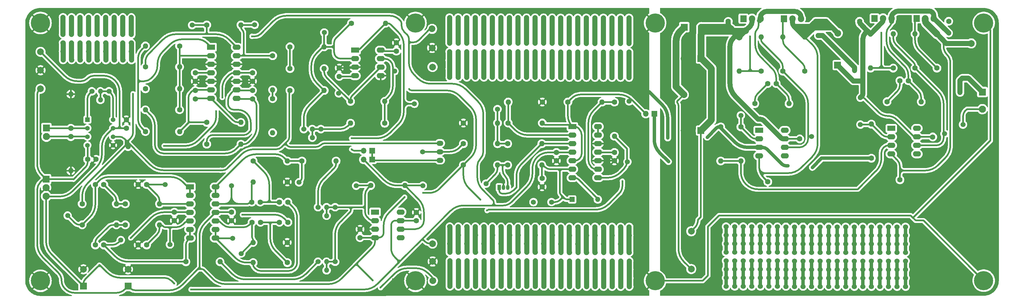
<source format=gtl>
G04 #@! TF.GenerationSoftware,KiCad,Pcbnew,8.0.4*
G04 #@! TF.CreationDate,2024-10-07T12:43:38-04:00*
G04 #@! TF.ProjectId,Signal_Processing_Board,5369676e-616c-45f5-9072-6f6365737369,rev?*
G04 #@! TF.SameCoordinates,Original*
G04 #@! TF.FileFunction,Copper,L1,Top*
G04 #@! TF.FilePolarity,Positive*
%FSLAX46Y46*%
G04 Gerber Fmt 4.6, Leading zero omitted, Abs format (unit mm)*
G04 Created by KiCad (PCBNEW 8.0.4) date 2024-10-07 12:43:38*
%MOMM*%
%LPD*%
G01*
G04 APERTURE LIST*
G04 #@! TA.AperFunction,ComponentPad*
%ADD10C,2.000000*%
G04 #@! TD*
G04 #@! TA.AperFunction,ComponentPad*
%ADD11R,2.000000X2.000000*%
G04 #@! TD*
G04 #@! TA.AperFunction,ComponentPad*
%ADD12C,1.600000*%
G04 #@! TD*
G04 #@! TA.AperFunction,SMDPad,CuDef*
%ADD13C,1.500000*%
G04 #@! TD*
G04 #@! TA.AperFunction,ComponentPad*
%ADD14C,5.700000*%
G04 #@! TD*
G04 #@! TA.AperFunction,ComponentPad*
%ADD15O,1.600000X1.600000*%
G04 #@! TD*
G04 #@! TA.AperFunction,ComponentPad*
%ADD16R,2.400000X1.600000*%
G04 #@! TD*
G04 #@! TA.AperFunction,ComponentPad*
%ADD17O,2.400000X1.600000*%
G04 #@! TD*
G04 #@! TA.AperFunction,ComponentPad*
%ADD18R,1.700000X1.700000*%
G04 #@! TD*
G04 #@! TA.AperFunction,ComponentPad*
%ADD19O,1.700000X1.700000*%
G04 #@! TD*
G04 #@! TA.AperFunction,ComponentPad*
%ADD20R,2.100000X2.100000*%
G04 #@! TD*
G04 #@! TA.AperFunction,ComponentPad*
%ADD21C,2.100000*%
G04 #@! TD*
G04 #@! TA.AperFunction,ComponentPad*
%ADD22C,1.524000*%
G04 #@! TD*
G04 #@! TA.AperFunction,ComponentPad*
%ADD23O,2.000000X1.500000*%
G04 #@! TD*
G04 #@! TA.AperFunction,ComponentPad*
%ADD24R,1.050000X1.500000*%
G04 #@! TD*
G04 #@! TA.AperFunction,ComponentPad*
%ADD25O,1.050000X1.500000*%
G04 #@! TD*
G04 #@! TA.AperFunction,ComponentPad*
%ADD26O,1.524000X1.524000*%
G04 #@! TD*
G04 #@! TA.AperFunction,ComponentPad*
%ADD27R,1.905000X2.000000*%
G04 #@! TD*
G04 #@! TA.AperFunction,ComponentPad*
%ADD28O,1.905000X2.000000*%
G04 #@! TD*
G04 #@! TA.AperFunction,ComponentPad*
%ADD29R,1.371600X1.371600*%
G04 #@! TD*
G04 #@! TA.AperFunction,ComponentPad*
%ADD30C,1.371600*%
G04 #@! TD*
G04 #@! TA.AperFunction,ComponentPad*
%ADD31O,1.550000X1.550000*%
G04 #@! TD*
G04 #@! TA.AperFunction,ComponentPad*
%ADD32R,1.500000X1.500000*%
G04 #@! TD*
G04 #@! TA.AperFunction,ComponentPad*
%ADD33O,1.500000X1.500000*%
G04 #@! TD*
G04 #@! TA.AperFunction,ViaPad*
%ADD34C,0.600000*%
G04 #@! TD*
G04 #@! TA.AperFunction,ViaPad*
%ADD35C,1.200000*%
G04 #@! TD*
G04 #@! TA.AperFunction,Conductor*
%ADD36C,1.500000*%
G04 #@! TD*
G04 #@! TA.AperFunction,Conductor*
%ADD37C,0.500000*%
G04 #@! TD*
G04 #@! TA.AperFunction,Conductor*
%ADD38C,1.000000*%
G04 #@! TD*
G04 #@! TA.AperFunction,Conductor*
%ADD39C,2.000000*%
G04 #@! TD*
G04 APERTURE END LIST*
D10*
X318340000Y-106512323D03*
D11*
X318340000Y-101512323D03*
X277617677Y-114090000D03*
D10*
X272617677Y-114090000D03*
D11*
X318260000Y-116042323D03*
D10*
X318260000Y-121042323D03*
X358000000Y-109567677D03*
D11*
X358000000Y-114567677D03*
D12*
X324790000Y-102980000D03*
X324790000Y-100480000D03*
D13*
X89330000Y-160828536D03*
D12*
X176260000Y-164888536D03*
X176260000Y-167388536D03*
D14*
X264000000Y-103500000D03*
D12*
X155450000Y-110578536D03*
D15*
X165610000Y-110578536D03*
D12*
X347790000Y-116920000D03*
D15*
X347790000Y-106760000D03*
D12*
X206995000Y-133273536D03*
D15*
X217155000Y-133273536D03*
D12*
X297500000Y-150750000D03*
X300000000Y-150750000D03*
X334790000Y-116920000D03*
D15*
X334790000Y-106760000D03*
D12*
X206995000Y-145773536D03*
D15*
X217155000Y-145773536D03*
D12*
X100070000Y-169578536D03*
X97570000Y-169578536D03*
D13*
X355540000Y-133730000D03*
D12*
X90280000Y-137328536D03*
D15*
X90280000Y-147488536D03*
D13*
X192430000Y-127528536D03*
X107280000Y-140328536D03*
D12*
X154820000Y-162828536D03*
X152320000Y-162828536D03*
D16*
X334230000Y-134860000D03*
D17*
X334230000Y-137400000D03*
X334230000Y-139940000D03*
X334230000Y-142480000D03*
X341850000Y-142480000D03*
X341850000Y-139940000D03*
X341850000Y-137400000D03*
X341850000Y-134860000D03*
D12*
X289500000Y-134420000D03*
D15*
X289500000Y-144580000D03*
D12*
X154610000Y-168828536D03*
D15*
X144450000Y-168828536D03*
D12*
X183610000Y-133328536D03*
D15*
X173450000Y-133328536D03*
D12*
X283500000Y-134420000D03*
D15*
X283500000Y-144580000D03*
D18*
X263745000Y-130500000D03*
D19*
X261205000Y-130500000D03*
D14*
X192750000Y-103500000D03*
D12*
X97570000Y-151578536D03*
X100070000Y-151578536D03*
X297500000Y-121500000D03*
X300000000Y-121500000D03*
D10*
X81280000Y-123078536D03*
D20*
X272670000Y-104750000D03*
D21*
X275210000Y-104750000D03*
X277750000Y-104750000D03*
D22*
X207980000Y-101878536D03*
X207980000Y-106958536D03*
X207990000Y-104418536D03*
X207990000Y-109498536D03*
X207990000Y-112038536D03*
X208000000Y-114578536D03*
X208010000Y-117118536D03*
X208020000Y-119658536D03*
X225760000Y-101918536D03*
X225760000Y-106998536D03*
X225770000Y-104458536D03*
X225770000Y-109538536D03*
X225770000Y-112078536D03*
X225780000Y-114618536D03*
X225790000Y-117158536D03*
X225800000Y-119698536D03*
X241000000Y-101948536D03*
X241000000Y-107028536D03*
X241010000Y-104488536D03*
X241010000Y-109568536D03*
X241010000Y-112108536D03*
X241020000Y-114648536D03*
X241030000Y-117188536D03*
X241040000Y-119728536D03*
X256240000Y-101948536D03*
X256240000Y-107028536D03*
X256250000Y-104488536D03*
X256250000Y-109568536D03*
X256250000Y-112108536D03*
X256260000Y-114648536D03*
X256270000Y-117188536D03*
X256280000Y-119728536D03*
X210520000Y-101878536D03*
X210520000Y-106958536D03*
X210530000Y-104418536D03*
X210530000Y-109498536D03*
X210530000Y-112038536D03*
X210540000Y-114578536D03*
X210550000Y-117118536D03*
X210560000Y-119658536D03*
X228300000Y-101918536D03*
X228300000Y-106998536D03*
X228310000Y-104458536D03*
X228310000Y-109538536D03*
X228310000Y-112078536D03*
X228320000Y-114618536D03*
X228330000Y-117158536D03*
X228340000Y-119698536D03*
X243540000Y-101948536D03*
X243540000Y-107028536D03*
X243550000Y-104488536D03*
X243550000Y-109568536D03*
X243550000Y-112108536D03*
X243560000Y-114648536D03*
X243570000Y-117188536D03*
X243580000Y-119728536D03*
X213060000Y-101878536D03*
X213060000Y-106958536D03*
X213070000Y-104418536D03*
X213070000Y-109498536D03*
X213070000Y-112038536D03*
X213080000Y-114578536D03*
X213090000Y-117118536D03*
X213100000Y-119658536D03*
X230840000Y-101918536D03*
X230840000Y-106998536D03*
X230850000Y-104458536D03*
X230850000Y-109538536D03*
X230850000Y-112078536D03*
X230860000Y-114618536D03*
X230870000Y-117158536D03*
X230880000Y-119698536D03*
X246080000Y-101948536D03*
X246080000Y-107028536D03*
X246090000Y-104488536D03*
X246090000Y-109568536D03*
X246090000Y-112108536D03*
X246100000Y-114648536D03*
X246110000Y-117188536D03*
X246120000Y-119728536D03*
X205440000Y-101878536D03*
X205440000Y-106958536D03*
X205450000Y-104418536D03*
X205450000Y-109498536D03*
X205450000Y-112038536D03*
X205460000Y-114578536D03*
X205470000Y-117118536D03*
X205480000Y-119658536D03*
X223220000Y-101918536D03*
X223220000Y-106998536D03*
X223230000Y-104458536D03*
X223230000Y-109538536D03*
X223230000Y-112078536D03*
X223240000Y-114618536D03*
X223250000Y-117158536D03*
X223260000Y-119698536D03*
X238460000Y-101948536D03*
X238460000Y-107028536D03*
X238470000Y-104488536D03*
X238470000Y-109568536D03*
X238470000Y-112108536D03*
X238480000Y-114648536D03*
X238490000Y-117188536D03*
X238500000Y-119728536D03*
X253700000Y-101948536D03*
X253700000Y-107028536D03*
X253710000Y-104488536D03*
X253710000Y-109568536D03*
X253710000Y-112108536D03*
X253720000Y-114648536D03*
X253730000Y-117188536D03*
X253740000Y-119728536D03*
X215600000Y-101878536D03*
X215600000Y-106958536D03*
X215610000Y-104418536D03*
X215610000Y-109498536D03*
X215610000Y-112038536D03*
X215620000Y-114578536D03*
X215630000Y-117118536D03*
X215640000Y-119658536D03*
X233380000Y-101918536D03*
X233380000Y-106998536D03*
X233390000Y-104458536D03*
X233390000Y-109538536D03*
X233390000Y-112078536D03*
X233400000Y-114618536D03*
X233410000Y-117158536D03*
X233420000Y-119698536D03*
X248620000Y-101948536D03*
X248620000Y-107028536D03*
X248630000Y-104488536D03*
X248630000Y-109568536D03*
X248630000Y-112108536D03*
X248640000Y-114648536D03*
X248650000Y-117188536D03*
X248660000Y-119728536D03*
X202900000Y-101878536D03*
X202900000Y-106958536D03*
X202910000Y-104418536D03*
X202910000Y-109498536D03*
X202910000Y-112038536D03*
X202920000Y-114578536D03*
X202930000Y-117118536D03*
X202940000Y-119658536D03*
X218140000Y-101908536D03*
X218140000Y-106988536D03*
X218150000Y-104448536D03*
X218150000Y-109528536D03*
X218150000Y-112068536D03*
X218160000Y-114608536D03*
X218170000Y-117148536D03*
X218180000Y-119688536D03*
X220680000Y-101918536D03*
X220680000Y-106998536D03*
X220690000Y-104458536D03*
X220690000Y-109538536D03*
X220690000Y-112078536D03*
X220700000Y-114618536D03*
X220710000Y-117158536D03*
X220720000Y-119698536D03*
X235920000Y-101948536D03*
X235920000Y-107028536D03*
X235930000Y-104488536D03*
X235930000Y-109568536D03*
X235930000Y-112108536D03*
X235940000Y-114648536D03*
X235950000Y-117188536D03*
X235960000Y-119728536D03*
X251160000Y-101948536D03*
X251160000Y-107028536D03*
X251170000Y-104488536D03*
X251170000Y-109568536D03*
X251170000Y-112108536D03*
X251180000Y-114648536D03*
X251190000Y-117188536D03*
X251200000Y-119728536D03*
D14*
X264000000Y-180250000D03*
D12*
X121070000Y-162328536D03*
X121070000Y-159828536D03*
D13*
X118330000Y-151628536D03*
D12*
X158990000Y-144578536D03*
D15*
X169150000Y-144578536D03*
D12*
X150280000Y-125998536D03*
D15*
X150280000Y-136158536D03*
D23*
X200030000Y-144368536D03*
X200030000Y-141828536D03*
X200030000Y-139288536D03*
D13*
X325040000Y-133730000D03*
D10*
X197700000Y-105240000D03*
D24*
X217670000Y-152440000D03*
D25*
X218940000Y-152440000D03*
X220210000Y-152440000D03*
D12*
X173700000Y-103578536D03*
D15*
X183860000Y-103578536D03*
D10*
X274750000Y-176750000D03*
D12*
X351290000Y-102980000D03*
X351290000Y-100480000D03*
D18*
X179855000Y-144153536D03*
D19*
X177315000Y-144153536D03*
D12*
X122610000Y-129328536D03*
D15*
X112450000Y-129328536D03*
D13*
X186530000Y-117828536D03*
D12*
X295500000Y-117830000D03*
D15*
X295500000Y-107670000D03*
D12*
X112450000Y-135828536D03*
D15*
X122610000Y-135828536D03*
D13*
X140930000Y-172128536D03*
X138030000Y-151928536D03*
D10*
X274750000Y-165500000D03*
D12*
X220155000Y-139423536D03*
D15*
X230315000Y-139423536D03*
D12*
X127280000Y-123578536D03*
X127280000Y-126078536D03*
X155450000Y-117078536D03*
D15*
X165610000Y-117078536D03*
D22*
X163780000Y-174578536D03*
D26*
X166320000Y-174578536D03*
X166320000Y-177118536D03*
D22*
X168860000Y-174578536D03*
D12*
X251905000Y-142023536D03*
X251905000Y-144523536D03*
D11*
X107280000Y-181828536D03*
D10*
X107280000Y-176828536D03*
X81280000Y-112078536D03*
D12*
X130700000Y-139578536D03*
D15*
X140860000Y-139578536D03*
D12*
X307000000Y-138000000D03*
X307000000Y-135500000D03*
D10*
X197870000Y-174488536D03*
D27*
X290250000Y-102195000D03*
D28*
X292790000Y-102195000D03*
X295330000Y-102195000D03*
D16*
X125700000Y-152288536D03*
D17*
X125700000Y-154828536D03*
X125700000Y-157368536D03*
X125700000Y-159908536D03*
X125700000Y-162448536D03*
X125700000Y-164988536D03*
X125700000Y-167528536D03*
X133320000Y-167528536D03*
X133320000Y-164988536D03*
X133320000Y-162448536D03*
X133320000Y-159908536D03*
X133320000Y-157368536D03*
X133320000Y-154828536D03*
X133320000Y-152288536D03*
D12*
X230405000Y-149773536D03*
X230405000Y-152273536D03*
D13*
X169930000Y-124428536D03*
D12*
X122610000Y-110328536D03*
D15*
X112450000Y-110328536D03*
D12*
X220305000Y-133273536D03*
D15*
X230465000Y-133273536D03*
D14*
X81250000Y-103500000D03*
D12*
X90280000Y-134828536D03*
D15*
X90280000Y-124668536D03*
D13*
X119730000Y-169428536D03*
X158130000Y-150928536D03*
D29*
X95220000Y-132268536D03*
D30*
X95220000Y-134808536D03*
X95220000Y-137348536D03*
X95220000Y-139888536D03*
X102840000Y-139888536D03*
X102840000Y-137348536D03*
X102840000Y-134808536D03*
X102840000Y-132268536D03*
D22*
X208030000Y-164128536D03*
X208030000Y-169208536D03*
X208040000Y-166668536D03*
X208040000Y-171748536D03*
X208040000Y-174288536D03*
X208050000Y-176828536D03*
X208060000Y-179368536D03*
X208070000Y-181908536D03*
X225810000Y-164168536D03*
X225810000Y-169248536D03*
X225820000Y-166708536D03*
X225820000Y-171788536D03*
X225820000Y-174328536D03*
X225830000Y-176868536D03*
X225840000Y-179408536D03*
X225850000Y-181948536D03*
X241050000Y-164198536D03*
X241050000Y-169278536D03*
X241060000Y-166738536D03*
X241060000Y-171818536D03*
X241060000Y-174358536D03*
X241070000Y-176898536D03*
X241080000Y-179438536D03*
X241090000Y-181978536D03*
X256290000Y-164198536D03*
X256290000Y-169278536D03*
X256300000Y-166738536D03*
X256300000Y-171818536D03*
X256300000Y-174358536D03*
X256310000Y-176898536D03*
X256320000Y-179438536D03*
X256330000Y-181978536D03*
X210570000Y-164128536D03*
X210570000Y-169208536D03*
X210580000Y-166668536D03*
X210580000Y-171748536D03*
X210580000Y-174288536D03*
X210590000Y-176828536D03*
X210600000Y-179368536D03*
X210610000Y-181908536D03*
X228350000Y-164168536D03*
X228350000Y-169248536D03*
X228360000Y-166708536D03*
X228360000Y-171788536D03*
X228360000Y-174328536D03*
X228370000Y-176868536D03*
X228380000Y-179408536D03*
X228390000Y-181948536D03*
X243590000Y-164198536D03*
X243590000Y-169278536D03*
X243600000Y-166738536D03*
X243600000Y-171818536D03*
X243600000Y-174358536D03*
X243610000Y-176898536D03*
X243620000Y-179438536D03*
X243630000Y-181978536D03*
X213110000Y-164128536D03*
X213110000Y-169208536D03*
X213120000Y-166668536D03*
X213120000Y-171748536D03*
X213120000Y-174288536D03*
X213130000Y-176828536D03*
X213140000Y-179368536D03*
X213150000Y-181908536D03*
X230890000Y-164168536D03*
X230890000Y-169248536D03*
X230900000Y-166708536D03*
X230900000Y-171788536D03*
X230900000Y-174328536D03*
X230910000Y-176868536D03*
X230920000Y-179408536D03*
X230930000Y-181948536D03*
X246130000Y-164198536D03*
X246130000Y-169278536D03*
X246140000Y-166738536D03*
X246140000Y-171818536D03*
X246140000Y-174358536D03*
X246150000Y-176898536D03*
X246160000Y-179438536D03*
X246170000Y-181978536D03*
X205490000Y-164128536D03*
X205490000Y-169208536D03*
X205500000Y-166668536D03*
X205500000Y-171748536D03*
X205500000Y-174288536D03*
X205510000Y-176828536D03*
X205520000Y-179368536D03*
X205530000Y-181908536D03*
X223270000Y-164168536D03*
X223270000Y-169248536D03*
X223280000Y-166708536D03*
X223280000Y-171788536D03*
X223280000Y-174328536D03*
X223290000Y-176868536D03*
X223300000Y-179408536D03*
X223310000Y-181948536D03*
X238510000Y-164198536D03*
X238510000Y-169278536D03*
X238520000Y-166738536D03*
X238520000Y-171818536D03*
X238520000Y-174358536D03*
X238530000Y-176898536D03*
X238540000Y-179438536D03*
X238550000Y-181978536D03*
X253750000Y-164198536D03*
X253750000Y-169278536D03*
X253760000Y-166738536D03*
X253760000Y-171818536D03*
X253760000Y-174358536D03*
X253770000Y-176898536D03*
X253780000Y-179438536D03*
X253790000Y-181978536D03*
X215650000Y-164128536D03*
X215650000Y-169208536D03*
X215660000Y-166668536D03*
X215660000Y-171748536D03*
X215660000Y-174288536D03*
X215670000Y-176828536D03*
X215680000Y-179368536D03*
X215690000Y-181908536D03*
X233430000Y-164168536D03*
X233430000Y-169248536D03*
X233440000Y-166708536D03*
X233440000Y-171788536D03*
X233440000Y-174328536D03*
X233450000Y-176868536D03*
X233460000Y-179408536D03*
X233470000Y-181948536D03*
X248670000Y-164198536D03*
X248670000Y-169278536D03*
X248680000Y-166738536D03*
X248680000Y-171818536D03*
X248680000Y-174358536D03*
X248690000Y-176898536D03*
X248700000Y-179438536D03*
X248710000Y-181978536D03*
X202950000Y-164128536D03*
X202950000Y-169208536D03*
X202960000Y-166668536D03*
X202960000Y-171748536D03*
X202960000Y-174288536D03*
X202970000Y-176828536D03*
X202980000Y-179368536D03*
X202990000Y-181908536D03*
X218190000Y-164158536D03*
X218190000Y-169238536D03*
X218200000Y-166698536D03*
X218200000Y-171778536D03*
X218200000Y-174318536D03*
X218210000Y-176858536D03*
X218220000Y-179398536D03*
X218230000Y-181938536D03*
X220730000Y-164168536D03*
X220730000Y-169248536D03*
X220740000Y-166708536D03*
X220740000Y-171788536D03*
X220740000Y-174328536D03*
X220750000Y-176868536D03*
X220760000Y-179408536D03*
X220770000Y-181948536D03*
X235970000Y-164198536D03*
X235970000Y-169278536D03*
X235980000Y-166738536D03*
X235980000Y-171818536D03*
X235980000Y-174358536D03*
X235990000Y-176898536D03*
X236000000Y-179438536D03*
X236010000Y-181978536D03*
X251210000Y-164198536D03*
X251210000Y-169278536D03*
X251220000Y-166738536D03*
X251220000Y-171818536D03*
X251220000Y-174358536D03*
X251230000Y-176898536D03*
X251240000Y-179438536D03*
X251250000Y-181978536D03*
D12*
X170090000Y-116888536D03*
X170090000Y-119388536D03*
X289000000Y-107690000D03*
D15*
X289000000Y-117850000D03*
D12*
X106490000Y-157328536D03*
D15*
X116650000Y-157328536D03*
D12*
X332960000Y-126920000D03*
D15*
X343120000Y-126920000D03*
D22*
X96530000Y-123828536D03*
D26*
X99070000Y-123828536D03*
X99070000Y-126368536D03*
D22*
X101610000Y-123828536D03*
D12*
X106780000Y-134828536D03*
X106780000Y-132328536D03*
X220155000Y-145773536D03*
D15*
X230315000Y-145773536D03*
D13*
X233205000Y-156803536D03*
D12*
X311750000Y-103000000D03*
X311750000Y-100500000D03*
D10*
X197830000Y-116590000D03*
D12*
X251905000Y-127043536D03*
D15*
X251905000Y-137203536D03*
D12*
X110320000Y-151578536D03*
X112820000Y-151578536D03*
D22*
X290180000Y-164130000D03*
X290180000Y-169210000D03*
X290190000Y-166670000D03*
X290190000Y-171750000D03*
X290190000Y-174290000D03*
X290200000Y-176830000D03*
X290210000Y-179370000D03*
X290220000Y-181910000D03*
X307960000Y-164170000D03*
X307960000Y-169250000D03*
X307970000Y-166710000D03*
X307970000Y-171790000D03*
X307970000Y-174330000D03*
X307980000Y-176870000D03*
X307990000Y-179410000D03*
X308000000Y-181950000D03*
X323200000Y-164200000D03*
X323200000Y-169280000D03*
X323210000Y-166740000D03*
X323210000Y-171820000D03*
X323210000Y-174360000D03*
X323220000Y-176900000D03*
X323230000Y-179440000D03*
X323240000Y-181980000D03*
X338440000Y-164200000D03*
X338440000Y-169280000D03*
X338450000Y-166740000D03*
X338450000Y-171820000D03*
X338450000Y-174360000D03*
X338460000Y-176900000D03*
X338470000Y-179440000D03*
X338480000Y-181980000D03*
X292720000Y-164130000D03*
X292720000Y-169210000D03*
X292730000Y-166670000D03*
X292730000Y-171750000D03*
X292730000Y-174290000D03*
X292740000Y-176830000D03*
X292750000Y-179370000D03*
X292760000Y-181910000D03*
X310500000Y-164170000D03*
X310500000Y-169250000D03*
X310510000Y-166710000D03*
X310510000Y-171790000D03*
X310510000Y-174330000D03*
X310520000Y-176870000D03*
X310530000Y-179410000D03*
X310540000Y-181950000D03*
X325740000Y-164200000D03*
X325740000Y-169280000D03*
X325750000Y-166740000D03*
X325750000Y-171820000D03*
X325750000Y-174360000D03*
X325760000Y-176900000D03*
X325770000Y-179440000D03*
X325780000Y-181980000D03*
X295260000Y-164130000D03*
X295260000Y-169210000D03*
X295270000Y-166670000D03*
X295270000Y-171750000D03*
X295270000Y-174290000D03*
X295280000Y-176830000D03*
X295290000Y-179370000D03*
X295300000Y-181910000D03*
X313040000Y-164170000D03*
X313040000Y-169250000D03*
X313050000Y-166710000D03*
X313050000Y-171790000D03*
X313050000Y-174330000D03*
X313060000Y-176870000D03*
X313070000Y-179410000D03*
X313080000Y-181950000D03*
X328280000Y-164200000D03*
X328280000Y-169280000D03*
X328290000Y-166740000D03*
X328290000Y-171820000D03*
X328290000Y-174360000D03*
X328300000Y-176900000D03*
X328310000Y-179440000D03*
X328320000Y-181980000D03*
X287640000Y-164130000D03*
X287640000Y-169210000D03*
X287650000Y-166670000D03*
X287650000Y-171750000D03*
X287650000Y-174290000D03*
X287660000Y-176830000D03*
X287670000Y-179370000D03*
X287680000Y-181910000D03*
X305420000Y-164170000D03*
X305420000Y-169250000D03*
X305430000Y-166710000D03*
X305430000Y-171790000D03*
X305430000Y-174330000D03*
X305440000Y-176870000D03*
X305450000Y-179410000D03*
X305460000Y-181950000D03*
X320660000Y-164200000D03*
X320660000Y-169280000D03*
X320670000Y-166740000D03*
X320670000Y-171820000D03*
X320670000Y-174360000D03*
X320680000Y-176900000D03*
X320690000Y-179440000D03*
X320700000Y-181980000D03*
X335900000Y-164200000D03*
X335900000Y-169280000D03*
X335910000Y-166740000D03*
X335910000Y-171820000D03*
X335910000Y-174360000D03*
X335920000Y-176900000D03*
X335930000Y-179440000D03*
X335940000Y-181980000D03*
X297800000Y-164130000D03*
X297800000Y-169210000D03*
X297810000Y-166670000D03*
X297810000Y-171750000D03*
X297810000Y-174290000D03*
X297820000Y-176830000D03*
X297830000Y-179370000D03*
X297840000Y-181910000D03*
X315580000Y-164170000D03*
X315580000Y-169250000D03*
X315590000Y-166710000D03*
X315590000Y-171790000D03*
X315590000Y-174330000D03*
X315600000Y-176870000D03*
X315610000Y-179410000D03*
X315620000Y-181950000D03*
X330820000Y-164200000D03*
X330820000Y-169280000D03*
X330830000Y-166740000D03*
X330830000Y-171820000D03*
X330830000Y-174360000D03*
X330840000Y-176900000D03*
X330850000Y-179440000D03*
X330860000Y-181980000D03*
X285100000Y-164130000D03*
X285100000Y-169210000D03*
X285110000Y-166670000D03*
X285110000Y-171750000D03*
X285110000Y-174290000D03*
X285120000Y-176830000D03*
X285130000Y-179370000D03*
X285140000Y-181910000D03*
X300340000Y-164160000D03*
X300340000Y-169240000D03*
X300350000Y-166700000D03*
X300350000Y-171780000D03*
X300350000Y-174320000D03*
X300360000Y-176860000D03*
X300370000Y-179400000D03*
X300380000Y-181940000D03*
X302880000Y-164170000D03*
X302880000Y-169250000D03*
X302890000Y-166710000D03*
X302890000Y-171790000D03*
X302890000Y-174330000D03*
X302900000Y-176870000D03*
X302910000Y-179410000D03*
X302920000Y-181950000D03*
X318120000Y-164200000D03*
X318120000Y-169280000D03*
X318130000Y-166740000D03*
X318130000Y-171820000D03*
X318130000Y-174360000D03*
X318140000Y-176900000D03*
X318150000Y-179440000D03*
X318160000Y-181980000D03*
X333360000Y-164200000D03*
X333360000Y-169280000D03*
X333370000Y-166740000D03*
X333370000Y-171820000D03*
X333370000Y-174360000D03*
X333380000Y-176900000D03*
X333390000Y-179440000D03*
X333400000Y-181980000D03*
D16*
X131970000Y-110708536D03*
D17*
X131970000Y-113248536D03*
X131970000Y-115788536D03*
X131970000Y-118328536D03*
X131970000Y-120868536D03*
X131970000Y-123408536D03*
X131970000Y-125948536D03*
X139590000Y-125948536D03*
X139590000Y-123408536D03*
X139590000Y-120868536D03*
X139590000Y-118328536D03*
X139590000Y-115788536D03*
X139590000Y-113248536D03*
X139590000Y-110708536D03*
D12*
X110320000Y-169578536D03*
X112820000Y-169578536D03*
X154650000Y-150828536D03*
D15*
X144490000Y-150828536D03*
D14*
X361700000Y-180200000D03*
D12*
X127280000Y-120828536D03*
X127280000Y-118328536D03*
D22*
X159530000Y-135078536D03*
D31*
X162070000Y-135078536D03*
X162070000Y-137618536D03*
D22*
X164610000Y-135078536D03*
D13*
X217130000Y-129128536D03*
D12*
X130700000Y-104078536D03*
D15*
X140860000Y-104078536D03*
D27*
X302290000Y-102195000D03*
D28*
X304830000Y-102195000D03*
X307370000Y-102195000D03*
D13*
X165630000Y-106328536D03*
D12*
X336790000Y-150170000D03*
X339290000Y-150170000D03*
D16*
X239405000Y-134323536D03*
D17*
X239405000Y-136863536D03*
X239405000Y-139403536D03*
X239405000Y-141943536D03*
X239405000Y-144483536D03*
X239405000Y-147023536D03*
X239405000Y-149563536D03*
X247025000Y-149563536D03*
X247025000Y-147023536D03*
X247025000Y-144483536D03*
X247025000Y-141943536D03*
X247025000Y-139403536D03*
X247025000Y-136863536D03*
X247025000Y-134323536D03*
D10*
X274750000Y-171250000D03*
D22*
X163780000Y-158328536D03*
D26*
X166320000Y-158328536D03*
X166320000Y-160868536D03*
D22*
X168860000Y-158328536D03*
D12*
X146650000Y-162828536D03*
X144150000Y-162828536D03*
X173450000Y-126828536D03*
D15*
X183610000Y-126828536D03*
D16*
X174780000Y-111578536D03*
D17*
X174780000Y-114118536D03*
X174780000Y-116658536D03*
X174780000Y-119198536D03*
X182400000Y-119198536D03*
X182400000Y-116658536D03*
X182400000Y-114118536D03*
X182400000Y-111578536D03*
D12*
X130700000Y-133078536D03*
D15*
X140860000Y-133078536D03*
D13*
X194930000Y-151928536D03*
D12*
X154820000Y-156828536D03*
X152320000Y-156828536D03*
D16*
X294940000Y-135440000D03*
D17*
X294940000Y-137980000D03*
X294940000Y-140520000D03*
X294940000Y-143060000D03*
X302560000Y-143060000D03*
X302560000Y-140520000D03*
X302560000Y-137980000D03*
X302560000Y-135440000D03*
D13*
X256280000Y-126828536D03*
D20*
X83030000Y-134788536D03*
D21*
X83030000Y-137328536D03*
D12*
X155450000Y-123578536D03*
D15*
X165610000Y-123578536D03*
D10*
X197710000Y-110920000D03*
D12*
X112450000Y-116578536D03*
D15*
X122610000Y-116578536D03*
D10*
X81280000Y-117578536D03*
D13*
X175130000Y-151928536D03*
D12*
X230485000Y-127023536D03*
D15*
X220325000Y-127023536D03*
D12*
X112450000Y-123078536D03*
D15*
X122610000Y-123078536D03*
D12*
X341290000Y-116920000D03*
D15*
X341290000Y-106760000D03*
D22*
X103200000Y-101828536D03*
X103200000Y-106908536D03*
X103210000Y-104368536D03*
X103210000Y-109448536D03*
X103210000Y-111988536D03*
X103220000Y-114528536D03*
X87960000Y-101788536D03*
X87960000Y-106868536D03*
X87970000Y-104328536D03*
X87970000Y-109408536D03*
X87970000Y-111948536D03*
X87980000Y-114488536D03*
X105740000Y-101828536D03*
X105740000Y-106908536D03*
X105750000Y-104368536D03*
X105750000Y-109448536D03*
X105750000Y-111988536D03*
X105760000Y-114528536D03*
X90500000Y-101788536D03*
X90500000Y-106868536D03*
X90510000Y-104328536D03*
X90510000Y-109408536D03*
X90510000Y-111948536D03*
X90520000Y-114488536D03*
X108280000Y-101828536D03*
X108280000Y-106908536D03*
X108290000Y-104368536D03*
X108290000Y-109448536D03*
X108290000Y-111988536D03*
X108300000Y-114528536D03*
X100660000Y-101828536D03*
X100660000Y-106908536D03*
X100670000Y-104368536D03*
X100670000Y-109448536D03*
X100670000Y-111988536D03*
X100680000Y-114528536D03*
X93040000Y-101788536D03*
X93040000Y-106868536D03*
X93050000Y-104328536D03*
X93050000Y-109408536D03*
X93050000Y-111948536D03*
X93060000Y-114488536D03*
X95580000Y-101818536D03*
X95580000Y-106898536D03*
X95590000Y-104358536D03*
X95590000Y-109438536D03*
X95590000Y-111978536D03*
X95600000Y-114518536D03*
X98120000Y-101828536D03*
X98120000Y-106908536D03*
X98130000Y-104368536D03*
X98130000Y-109448536D03*
X98130000Y-111988536D03*
X98140000Y-114528536D03*
D13*
X289500000Y-131000000D03*
D12*
X285750000Y-103000000D03*
X285750000Y-100500000D03*
X336790000Y-120670000D03*
X339290000Y-120670000D03*
X95280000Y-144078536D03*
X97780000Y-144078536D03*
X193010000Y-159888536D03*
X193010000Y-162388536D03*
X144280000Y-123578536D03*
X144280000Y-126078536D03*
D11*
X277607677Y-135500000D03*
D10*
X272607677Y-135500000D03*
D12*
X150280000Y-113248536D03*
D15*
X150280000Y-123408536D03*
D21*
X361300000Y-129130000D03*
X361300000Y-126590000D03*
D20*
X361300000Y-124050000D03*
D11*
X94030000Y-181828536D03*
D10*
X94030000Y-176828536D03*
D12*
X346540000Y-137420000D03*
X346540000Y-134920000D03*
X144280000Y-120828536D03*
X144280000Y-118328536D03*
D16*
X180760000Y-159768536D03*
D17*
X180760000Y-162308536D03*
X180760000Y-164848536D03*
X180760000Y-167388536D03*
X188380000Y-167388536D03*
X188380000Y-164848536D03*
X188380000Y-162308536D03*
X188380000Y-159768536D03*
D13*
X213730000Y-151328536D03*
X310500000Y-137250000D03*
D14*
X192750000Y-180250000D03*
D12*
X187090000Y-109388536D03*
X187090000Y-111888536D03*
X179430000Y-151888536D03*
D15*
X189590000Y-151888536D03*
D27*
X341790000Y-102120000D03*
D28*
X344330000Y-102120000D03*
X346870000Y-102120000D03*
D13*
X354650000Y-124200000D03*
X227830000Y-156828536D03*
D12*
X293670000Y-127500000D03*
D15*
X303830000Y-127500000D03*
D12*
X93660000Y-163578536D03*
D15*
X103820000Y-163578536D03*
D12*
X93660000Y-157328536D03*
D15*
X103820000Y-157328536D03*
D13*
X138430000Y-167628536D03*
D12*
X106490000Y-163578536D03*
D15*
X116650000Y-163578536D03*
D12*
X206995000Y-139423536D03*
D15*
X217155000Y-139423536D03*
D14*
X81250000Y-180250000D03*
D27*
X329250000Y-102115000D03*
D28*
X331790000Y-102115000D03*
X334330000Y-102115000D03*
D32*
X239340000Y-156023536D03*
D33*
X246960000Y-156023536D03*
D18*
X179855000Y-141553536D03*
D19*
X177315000Y-141553536D03*
D12*
X302000000Y-117830000D03*
D15*
X302000000Y-107670000D03*
D12*
X238075000Y-127023536D03*
D15*
X248235000Y-127023536D03*
D13*
X144930000Y-104028536D03*
D20*
X82920000Y-149988536D03*
D21*
X82920000Y-152528536D03*
X82920000Y-155068536D03*
D12*
X144490000Y-144578536D03*
D15*
X154650000Y-144578536D03*
D13*
X126330000Y-104128536D03*
D12*
X138070000Y-159828536D03*
X138070000Y-162328536D03*
D10*
X197920000Y-180248536D03*
D13*
X194905000Y-141853536D03*
D11*
X277567677Y-124800000D03*
D10*
X272567677Y-124800000D03*
X197800000Y-169168536D03*
D12*
X154650000Y-174828536D03*
D15*
X144490000Y-174828536D03*
D12*
X328040000Y-106760000D03*
D15*
X328040000Y-116920000D03*
D13*
X350040000Y-136480000D03*
X255780000Y-144828536D03*
D12*
X146570000Y-156828536D03*
X144070000Y-156828536D03*
X308500000Y-117830000D03*
D15*
X308500000Y-107670000D03*
D12*
X234655000Y-142023536D03*
X234655000Y-144523536D03*
X124490000Y-174578536D03*
D15*
X134650000Y-174578536D03*
D13*
X105130000Y-168128536D03*
D12*
X328290000Y-143750000D03*
D15*
X328290000Y-133590000D03*
D14*
X361700000Y-103500000D03*
D34*
X272800000Y-111800000D03*
X359200000Y-136900000D03*
X353900000Y-126900000D03*
X315200000Y-100200000D03*
X322600000Y-107300000D03*
X321800000Y-103200000D03*
X333200000Y-157400000D03*
X269600000Y-176700000D03*
X281500000Y-154700000D03*
X274200000Y-155200000D03*
X273700000Y-101600000D03*
X314400000Y-114300000D03*
X314700000Y-118700000D03*
X315100000Y-125400000D03*
X317100000Y-146100000D03*
X314400000Y-149900000D03*
X357300000Y-161700000D03*
X331000000Y-152300000D03*
X356500000Y-126500000D03*
X348600000Y-120300000D03*
X342200000Y-113900000D03*
X357900000Y-106700000D03*
X361600000Y-112100000D03*
X360400000Y-118200000D03*
X354800000Y-137900000D03*
X286000000Y-155300000D03*
X280500000Y-182000000D03*
X354900000Y-101400000D03*
X355800000Y-105200000D03*
X345700000Y-112300000D03*
X338400000Y-103100000D03*
X338100000Y-107800000D03*
X331400000Y-118600000D03*
X345600000Y-124300000D03*
X330100000Y-124800000D03*
X344700000Y-132300000D03*
X349200000Y-141600000D03*
X346100000Y-143100000D03*
X338700000Y-143400000D03*
X338600000Y-140500000D03*
X325300000Y-130100000D03*
X320400000Y-131900000D03*
X317700000Y-133200000D03*
X315000000Y-137600000D03*
X320800000Y-137600000D03*
X324400000Y-137900000D03*
X328400000Y-138900000D03*
X324300000Y-140900000D03*
X318800000Y-141200000D03*
X314400000Y-141200000D03*
X301900000Y-130100000D03*
X307300000Y-127600000D03*
X302800000Y-121300000D03*
X298600000Y-114600000D03*
X282500000Y-108200000D03*
X275400000Y-121200000D03*
X277000000Y-117200000D03*
X273600000Y-117500000D03*
X275300000Y-127800000D03*
X275500000Y-131400000D03*
X274200000Y-140900000D03*
X274500000Y-150400000D03*
X273600000Y-160500000D03*
X309900000Y-149400000D03*
X319400000Y-149500000D03*
X346000000Y-152600000D03*
X352900000Y-153800000D03*
X339900000Y-158000000D03*
X337900000Y-154700000D03*
X344000000Y-169100000D03*
X345400000Y-179400000D03*
X356600000Y-179800000D03*
X358700000Y-168500000D03*
X360800000Y-165000000D03*
X360100000Y-157600000D03*
X359200000Y-148700000D03*
X358800000Y-140700000D03*
X360200000Y-134500000D03*
D35*
X355300000Y-119950000D03*
X351300000Y-106500000D03*
D34*
X190780000Y-112578536D03*
X98780000Y-175578536D03*
X108105000Y-167503536D03*
X144155000Y-107453536D03*
X121030000Y-181078536D03*
X126030000Y-182828536D03*
X261500000Y-149250000D03*
X261500000Y-164250000D03*
X214530000Y-124828536D03*
X200030000Y-134578536D03*
X113030000Y-176828536D03*
X98780000Y-130078536D03*
X172530000Y-147328536D03*
X150280000Y-118328536D03*
X177530000Y-170328536D03*
X164780000Y-132078536D03*
X150030000Y-131078536D03*
X168530000Y-103578536D03*
X86530000Y-121328536D03*
X87780000Y-170828536D03*
X116280000Y-171078536D03*
X205280000Y-130078536D03*
X261500000Y-146500000D03*
X219000000Y-156200000D03*
X122530000Y-177828536D03*
X160030000Y-103828536D03*
X120280000Y-177078536D03*
X261500000Y-173750000D03*
X261500000Y-139250000D03*
X125530000Y-138328536D03*
X202280000Y-126578536D03*
X78530000Y-122078536D03*
X126530000Y-144828536D03*
X243030000Y-148078536D03*
X230280000Y-123328536D03*
X78530000Y-113828536D03*
X112280000Y-139328536D03*
X261500000Y-143000000D03*
X215750000Y-153630000D03*
X118280000Y-116578536D03*
X196530000Y-129328536D03*
X160780000Y-160578536D03*
X158780000Y-155078536D03*
X167780000Y-178578536D03*
X250280000Y-152578536D03*
X163530000Y-171078536D03*
X303500000Y-146000000D03*
X261500000Y-166750000D03*
X85530000Y-125328536D03*
X239280000Y-152828536D03*
X219530000Y-123578536D03*
X236280000Y-124078536D03*
X261500000Y-111750000D03*
X261500000Y-159750000D03*
X261500000Y-157000000D03*
X141530000Y-177328536D03*
X86280000Y-164328536D03*
X261500000Y-116500000D03*
X188280000Y-148078536D03*
X83030000Y-129328536D03*
X162780000Y-179328536D03*
X129530000Y-150578536D03*
X129530000Y-157078536D03*
X78280000Y-125328536D03*
X200530000Y-130828536D03*
X83030000Y-146078536D03*
X279500000Y-137500000D03*
X173030000Y-165578536D03*
X78530000Y-111328536D03*
X94280000Y-118578536D03*
X194030000Y-172078536D03*
X93780000Y-122578536D03*
X199030000Y-148578536D03*
X81530000Y-157828536D03*
X91030000Y-166828536D03*
X92780000Y-170328536D03*
X261500000Y-155250000D03*
X261500000Y-126250000D03*
X117530000Y-123328536D03*
X150530000Y-107078536D03*
X106280000Y-120328536D03*
X261500000Y-169500000D03*
X97780000Y-140328536D03*
X261500000Y-108500000D03*
X178780000Y-126828536D03*
X261500000Y-136250000D03*
X83030000Y-142578536D03*
X261500000Y-120000000D03*
X207280000Y-160328536D03*
X171280000Y-130328536D03*
X120030000Y-102328536D03*
X80280000Y-108828536D03*
X133280000Y-144828536D03*
X135280000Y-178828536D03*
X192780000Y-134578536D03*
X116780000Y-177078536D03*
X178030000Y-163828536D03*
X261500000Y-161500000D03*
X160780000Y-166328536D03*
X132780000Y-171328536D03*
X310750000Y-146500000D03*
X267750000Y-137750000D03*
X166780000Y-126578536D03*
X78530000Y-119328536D03*
X178280000Y-133328536D03*
X134780000Y-133328536D03*
X170030000Y-154578536D03*
X126280000Y-115828536D03*
X153530000Y-104078536D03*
X113780000Y-102328536D03*
X261500000Y-152500000D03*
X90780000Y-173328536D03*
X166280000Y-163828536D03*
X224710000Y-149350000D03*
X86530000Y-167828536D03*
X107030000Y-143578536D03*
X102280000Y-117578536D03*
X218530000Y-142828536D03*
X81530000Y-170328536D03*
X120780000Y-172328536D03*
X262250000Y-124000000D03*
X78280000Y-116828536D03*
X173280000Y-171078536D03*
X107030000Y-172078536D03*
X106280000Y-127828536D03*
X119280000Y-144828536D03*
X256530000Y-158328536D03*
X186030000Y-179828536D03*
X117530000Y-129328536D03*
X234030000Y-130078536D03*
X107530000Y-147578536D03*
X90280000Y-181328536D03*
X254280000Y-150578536D03*
X195030000Y-154078536D03*
X190863629Y-123162165D03*
X135310000Y-125670000D03*
X180060000Y-180118536D03*
X182370000Y-182278536D03*
X212030000Y-156078536D03*
X118030000Y-140078536D03*
X189530000Y-155328536D03*
X133480000Y-129730000D03*
X214030000Y-159328536D03*
X134780000Y-147328536D03*
X108780000Y-124578536D03*
X141280000Y-160578536D03*
X143530000Y-135828536D03*
X173780000Y-137828536D03*
X173780000Y-141078536D03*
X227830000Y-156828536D03*
X222780000Y-152410000D03*
D35*
X294625000Y-132125000D03*
X325040000Y-125730000D03*
X312500000Y-107250000D03*
X323290000Y-117626446D03*
D34*
X266500000Y-157000000D03*
X308750000Y-158000000D03*
X320250000Y-158000000D03*
X313750000Y-158000000D03*
X266500000Y-149250000D03*
X266500000Y-173250000D03*
X282000000Y-101250000D03*
X266500000Y-155250000D03*
X266500000Y-122250000D03*
X266500000Y-159750000D03*
X347000000Y-161250000D03*
X266500000Y-124500000D03*
X266500000Y-120000000D03*
X299000000Y-127250000D03*
X283450000Y-121150000D03*
X285000000Y-130250000D03*
X283500000Y-127250000D03*
X266500000Y-166750000D03*
X301750000Y-158000000D03*
X347000000Y-174250000D03*
X326750000Y-158000000D03*
X282250000Y-158000000D03*
X266500000Y-115500000D03*
X266500000Y-117250000D03*
X266500000Y-110500000D03*
X266500000Y-169500000D03*
X351750000Y-161250000D03*
X307000000Y-130250000D03*
X283350000Y-115100000D03*
X351750000Y-164750000D03*
X296000000Y-158000000D03*
X304750000Y-123500000D03*
X268750000Y-141000000D03*
X266500000Y-161500000D03*
X266500000Y-152500000D03*
X351750000Y-174250000D03*
X347790000Y-112480000D03*
X282250000Y-151000000D03*
X266500000Y-113000000D03*
X289500000Y-158000000D03*
X266500000Y-164000000D03*
X331290000Y-106420000D03*
X292250000Y-107500000D03*
X268000000Y-144750000D03*
D36*
X355300000Y-119950000D02*
X357070000Y-119950000D01*
X355300000Y-119950000D02*
X354650000Y-120600000D01*
X354650000Y-120600000D02*
X354650000Y-124200000D01*
D37*
X363700000Y-105500000D02*
X361700000Y-103500000D01*
X363700000Y-138500000D02*
X363700000Y-105500000D01*
X340700000Y-161500000D02*
X363700000Y-138500000D01*
X340700000Y-161500000D02*
X341500000Y-162300000D01*
X340000000Y-160800000D02*
X340700000Y-161500000D01*
X341500000Y-162300000D02*
X343800000Y-162300000D01*
X343800000Y-162300000D02*
X361700000Y-180200000D01*
X283000000Y-160800000D02*
X340000000Y-160800000D01*
X279700000Y-164100000D02*
X283000000Y-160800000D01*
X279700000Y-178700000D02*
X279700000Y-164100000D01*
X278150000Y-180250000D02*
X279700000Y-178700000D01*
X264000000Y-180250000D02*
X278150000Y-180250000D01*
D36*
X350597677Y-109567677D02*
X347846568Y-106816568D01*
X358000000Y-109567677D02*
X350597677Y-109567677D01*
D38*
X313500000Y-143750000D02*
X328290000Y-143750000D01*
X310750000Y-146500000D02*
X313500000Y-143750000D01*
D37*
X336876949Y-147313051D02*
X336790000Y-147400000D01*
X337486949Y-147313051D02*
X336876949Y-147313051D01*
X336790000Y-147400000D02*
X336790000Y-146230000D01*
X336790000Y-148610000D02*
X336790000Y-147400000D01*
X331935000Y-140585000D02*
X331996636Y-140523363D01*
X331290000Y-143726036D02*
X331290000Y-142142167D01*
X294621320Y-153000000D02*
X324269999Y-153000000D01*
X333405000Y-139940000D02*
X334230000Y-139940000D01*
X331996636Y-140523363D02*
G75*
G02*
X333405000Y-139939992I1408364J-1408337D01*
G01*
X331290000Y-142142167D02*
G75*
G02*
X331935009Y-140585009I2202200J-33D01*
G01*
X329696207Y-147573792D02*
G75*
G03*
X331290010Y-143726036I-3847807J3847792D01*
G01*
X291000000Y-151500000D02*
G75*
G03*
X294621320Y-152999992I3621300J3621300D01*
G01*
X289500000Y-147878679D02*
G75*
G03*
X290999994Y-151500006I5121300J-21D01*
G01*
X289500000Y-144580000D02*
X289500000Y-147878679D01*
X324269999Y-153000000D02*
X329696207Y-147573792D01*
X356027564Y-129827564D02*
X356725128Y-129130000D01*
X356725128Y-129130000D02*
X361300000Y-129130000D01*
D36*
X357290000Y-120040000D02*
X361300000Y-124050000D01*
X346920000Y-102120000D02*
X351300000Y-106500000D01*
X346870000Y-102120000D02*
X346920000Y-102120000D01*
X310219670Y-104530330D02*
X310200000Y-104530330D01*
X311750000Y-103000000D02*
X310219670Y-104530330D01*
X305360330Y-104530330D02*
X310200000Y-104530330D01*
X310200000Y-104530330D02*
X311235611Y-104530330D01*
X316888839Y-105061161D02*
X318340000Y-106512323D01*
X311247954Y-104922045D02*
X316749723Y-104922045D01*
X315888839Y-104061161D02*
X316888839Y-105061161D01*
X316749723Y-104922045D02*
X316888839Y-105061161D01*
X315877678Y-104050000D02*
X315888839Y-104061161D01*
X311715941Y-104050000D02*
X315877678Y-104050000D01*
X314827677Y-103000000D02*
X315888839Y-104061161D01*
X311235611Y-104530330D02*
X311715941Y-104050000D01*
X305915000Y-105085000D02*
X311084999Y-105085000D01*
X311084999Y-105085000D02*
X311247954Y-104922045D01*
X305915000Y-105085000D02*
X306965000Y-106135000D01*
X305360330Y-104530330D02*
X305915000Y-105085000D01*
X310035000Y-106135000D02*
X310135000Y-106035000D01*
X306965000Y-106135000D02*
X310035000Y-106135000D01*
X310135000Y-106035000D02*
X308528284Y-107641715D01*
X311247954Y-104922045D02*
X310135000Y-106035000D01*
X306965000Y-106135000D02*
X308471715Y-107641715D01*
X311750000Y-103000000D02*
X314827677Y-103000000D01*
X322967677Y-120750000D02*
X318260000Y-116042323D01*
X325790000Y-120750000D02*
X322967677Y-120750000D01*
X325790000Y-120750000D02*
X325790000Y-124449669D01*
X325790000Y-108191665D02*
X325790000Y-120750000D01*
X323290000Y-116690000D02*
X323290000Y-117626446D01*
X313850000Y-107250000D02*
X323290000Y-116690000D01*
X312500000Y-107250000D02*
X313850000Y-107250000D01*
D37*
X277550000Y-161285786D02*
X277550000Y-135600000D01*
X276750000Y-162085786D02*
X277550000Y-161285786D01*
D39*
X280750000Y-117032323D02*
X280750000Y-132400000D01*
X280750000Y-132400000D02*
X277550000Y-135600000D01*
X277667677Y-113950000D02*
X280750000Y-117032323D01*
X277750000Y-106874766D02*
X277667677Y-106957089D01*
X277667677Y-106957089D02*
X277667677Y-113950000D01*
D37*
X270595581Y-126772096D02*
X272567677Y-124800000D01*
X270595581Y-127213257D02*
X270595581Y-126772096D01*
D39*
X270250000Y-122482323D02*
X272567677Y-124800000D01*
X270250000Y-108881198D02*
X270250000Y-122482323D01*
D37*
X197108535Y-105240000D02*
X197700000Y-105240000D01*
X193752092Y-108596443D02*
X197108535Y-105240000D01*
X191485000Y-109250000D02*
X192174268Y-109250000D01*
X192174268Y-109250000D02*
G75*
G03*
X193752113Y-108596464I32J2231400D01*
G01*
D38*
X305420000Y-171772928D02*
X305420000Y-164170000D01*
D36*
X248680000Y-181927322D02*
X248680000Y-174358536D01*
D38*
X305430000Y-181898786D02*
X305430000Y-174330000D01*
X290190000Y-164147071D02*
X290190000Y-171750000D01*
D36*
X100675000Y-109453536D02*
X100670000Y-109448536D01*
X205445000Y-109493536D02*
X205450000Y-109498536D01*
X223295000Y-181933536D02*
X223310000Y-181948536D01*
X202960000Y-164145607D02*
X202960000Y-171748536D01*
X223270000Y-171771464D02*
X223270000Y-164168536D01*
X103200000Y-101828536D02*
X103200000Y-106908536D01*
D38*
X330820000Y-171802928D02*
X330820000Y-164200000D01*
D36*
X228375000Y-181933536D02*
X228390000Y-181948536D01*
D38*
X297810000Y-164147071D02*
X297810000Y-171750000D01*
D36*
X223275000Y-171783536D02*
X223280000Y-171788536D01*
X241025000Y-119713536D02*
X241040000Y-119728536D01*
X256265000Y-119713536D02*
X256280000Y-119728536D01*
D38*
X328285000Y-164205000D02*
X328280000Y-164200000D01*
D36*
X238465000Y-109563536D02*
X238470000Y-109568536D01*
X230900000Y-181897322D02*
X230900000Y-174328536D01*
X108300000Y-109465607D02*
X108300000Y-114528536D01*
D38*
X295270000Y-181858786D02*
X295270000Y-174290000D01*
X318130000Y-181928786D02*
X318130000Y-174360000D01*
D36*
X233455000Y-181933536D02*
X233470000Y-181948536D01*
X90515000Y-114483536D02*
X90520000Y-114488536D01*
D38*
X302890000Y-164187071D02*
X302890000Y-171790000D01*
D36*
X241055000Y-164203536D02*
X241050000Y-164198536D01*
X238500000Y-112159749D02*
X238500000Y-119728536D01*
D38*
X320670000Y-181928786D02*
X320670000Y-174360000D01*
D36*
X213085000Y-112053536D02*
X213070000Y-112038536D01*
X248630000Y-101965607D02*
X248630000Y-109568536D01*
X246170000Y-174409749D02*
X246170000Y-181978536D01*
D38*
X290190000Y-181858786D02*
X290190000Y-174290000D01*
X313080000Y-174381213D02*
X313080000Y-181950000D01*
D36*
X251170000Y-119677322D02*
X251170000Y-112108536D01*
D38*
X287680000Y-174341213D02*
X287680000Y-181910000D01*
D36*
X93055000Y-114483536D02*
X93060000Y-114488536D01*
X105755000Y-114523536D02*
X105760000Y-114528536D01*
X243580000Y-112159749D02*
X243580000Y-119728536D01*
D38*
X325745000Y-171815000D02*
X325750000Y-171820000D01*
D36*
X103215000Y-114523536D02*
X103220000Y-114528536D01*
X210595000Y-181893536D02*
X210610000Y-181908536D01*
D38*
X305425000Y-171785000D02*
X305430000Y-171790000D01*
D36*
X210525000Y-109493536D02*
X210530000Y-109498536D01*
X243600000Y-181927322D02*
X243600000Y-174358536D01*
X228305000Y-101923536D02*
X228300000Y-101918536D01*
X210530000Y-119607322D02*
X210530000Y-112038536D01*
X235995000Y-181963536D02*
X236010000Y-181978536D01*
D38*
X285125000Y-181895000D02*
X285140000Y-181910000D01*
D36*
X241010000Y-119677322D02*
X241010000Y-112108536D01*
X235945000Y-119713536D02*
X235960000Y-119728536D01*
D38*
X292745000Y-174305000D02*
X292730000Y-174290000D01*
X315585000Y-171785000D02*
X315590000Y-171790000D01*
D36*
X235925000Y-101953536D02*
X235920000Y-101948536D01*
D38*
X318125000Y-164205000D02*
X318120000Y-164200000D01*
D36*
X218195000Y-164163536D02*
X218190000Y-164158536D01*
X213070000Y-101895607D02*
X213070000Y-109498536D01*
D38*
X330825000Y-171815000D02*
X330830000Y-171820000D01*
X300340000Y-171762928D02*
X300340000Y-164160000D01*
D36*
X241000000Y-109551464D02*
X241000000Y-101948536D01*
D38*
X292725000Y-164135000D02*
X292720000Y-164130000D01*
D36*
X210580000Y-181857322D02*
X210580000Y-174288536D01*
X233405000Y-112093536D02*
X233390000Y-112078536D01*
X100660000Y-106908536D02*
X100660000Y-101828536D01*
X243565000Y-112123536D02*
X243550000Y-112108536D01*
X228360000Y-181897322D02*
X228360000Y-174328536D01*
X230840000Y-109521464D02*
X230840000Y-101918536D01*
X251185000Y-119713536D02*
X251200000Y-119728536D01*
X248645000Y-112123536D02*
X248630000Y-112108536D01*
X205495000Y-171743536D02*
X205500000Y-171748536D01*
X248675000Y-164203536D02*
X248670000Y-164198536D01*
X230865000Y-119683536D02*
X230880000Y-119698536D01*
X95595000Y-109443536D02*
X95590000Y-109438536D01*
X218215000Y-181923536D02*
X218230000Y-181938536D01*
D38*
X335940000Y-174411213D02*
X335940000Y-181980000D01*
D36*
X238515000Y-171813536D02*
X238520000Y-171818536D01*
X246085000Y-109563536D02*
X246090000Y-109568536D01*
X202975000Y-181893536D02*
X202990000Y-181908536D01*
D38*
X335925000Y-174375000D02*
X335910000Y-174360000D01*
D36*
X100680000Y-109465607D02*
X100680000Y-114528536D01*
D38*
X290205000Y-181895000D02*
X290220000Y-181910000D01*
X315580000Y-171772928D02*
X315580000Y-164170000D01*
X315605000Y-181935000D02*
X315620000Y-181950000D01*
X295260000Y-171732928D02*
X295260000Y-164130000D01*
X287640000Y-171732928D02*
X287640000Y-164130000D01*
D36*
X238510000Y-171801464D02*
X238510000Y-164198536D01*
X215605000Y-109493536D02*
X215610000Y-109498536D01*
D38*
X300365000Y-181925000D02*
X300380000Y-181940000D01*
X338445000Y-171815000D02*
X338450000Y-171820000D01*
X338450000Y-181928786D02*
X338450000Y-174360000D01*
D36*
X218150000Y-119637322D02*
X218150000Y-112068536D01*
D38*
X323240000Y-174411213D02*
X323240000Y-181980000D01*
D36*
X243545000Y-109563536D02*
X243550000Y-109568536D01*
D38*
X318145000Y-181965000D02*
X318160000Y-181980000D01*
X325740000Y-171802928D02*
X325740000Y-164200000D01*
D36*
X228350000Y-171771464D02*
X228350000Y-164168536D01*
X253775000Y-181963536D02*
X253790000Y-181978536D01*
X248660000Y-112159749D02*
X248660000Y-119728536D01*
D38*
X302905000Y-174345000D02*
X302890000Y-174330000D01*
D36*
X208055000Y-181893536D02*
X208070000Y-181908536D01*
D38*
X313050000Y-164187071D02*
X313050000Y-171790000D01*
X295285000Y-181895000D02*
X295300000Y-181910000D01*
D36*
X202955000Y-164133536D02*
X202950000Y-164128536D01*
X87980000Y-109425607D02*
X87980000Y-114488536D01*
D38*
X287645000Y-171745000D02*
X287650000Y-171750000D01*
D36*
X256250000Y-119677322D02*
X256250000Y-112108536D01*
X205515000Y-174303536D02*
X205500000Y-174288536D01*
D38*
X335905000Y-171815000D02*
X335910000Y-171820000D01*
X307965000Y-164175000D02*
X307960000Y-164170000D01*
X302885000Y-164175000D02*
X302880000Y-164170000D01*
X290185000Y-164135000D02*
X290180000Y-164130000D01*
D36*
X243595000Y-171813536D02*
X243600000Y-171818536D01*
X251250000Y-174409749D02*
X251250000Y-181978536D01*
X243590000Y-171801464D02*
X243590000Y-164198536D01*
X210545000Y-119643536D02*
X210560000Y-119658536D01*
X202925000Y-112053536D02*
X202910000Y-112038536D01*
X202960000Y-181857322D02*
X202960000Y-174288536D01*
X215625000Y-119643536D02*
X215640000Y-119658536D01*
X235930000Y-101965607D02*
X235930000Y-109568536D01*
D38*
X307970000Y-164187071D02*
X307970000Y-171790000D01*
D36*
X210570000Y-171731464D02*
X210570000Y-164128536D01*
X205450000Y-119607322D02*
X205450000Y-112038536D01*
X213120000Y-164145607D02*
X213120000Y-171748536D01*
X208035000Y-164133536D02*
X208030000Y-164128536D01*
X218200000Y-164175607D02*
X218200000Y-171778536D01*
X95580000Y-101818536D02*
X95580000Y-106898536D01*
X207985000Y-101883536D02*
X207980000Y-101878536D01*
X235930000Y-119677322D02*
X235930000Y-112108536D01*
X228310000Y-101935607D02*
X228310000Y-109538536D01*
D38*
X302920000Y-174381213D02*
X302920000Y-181950000D01*
X338440000Y-171802928D02*
X338440000Y-164200000D01*
D36*
X220705000Y-112093536D02*
X220690000Y-112078536D01*
D38*
X333370000Y-164217071D02*
X333370000Y-171820000D01*
D36*
X220680000Y-109521464D02*
X220680000Y-101918536D01*
X93050000Y-114471464D02*
X93050000Y-109408536D01*
X256245000Y-101953536D02*
X256240000Y-101948536D01*
X228355000Y-171783536D02*
X228360000Y-171788536D01*
X218200000Y-181887322D02*
X218200000Y-174318536D01*
D38*
X305445000Y-181935000D02*
X305460000Y-181950000D01*
D36*
X238485000Y-112123536D02*
X238470000Y-112108536D01*
D38*
X287665000Y-174305000D02*
X287650000Y-174290000D01*
X333370000Y-181928786D02*
X333370000Y-174360000D01*
D36*
X223245000Y-119683536D02*
X223260000Y-119698536D01*
X210575000Y-171743536D02*
X210580000Y-171748536D01*
X230850000Y-119647322D02*
X230850000Y-112078536D01*
X225765000Y-109533536D02*
X225770000Y-109538536D01*
X105750000Y-114511464D02*
X105750000Y-109448536D01*
X93040000Y-106868536D02*
X93040000Y-101788536D01*
X246090000Y-119677322D02*
X246090000Y-112108536D01*
X220685000Y-109533536D02*
X220690000Y-109538536D01*
D38*
X323210000Y-164217071D02*
X323210000Y-171820000D01*
X310510000Y-181898786D02*
X310510000Y-174330000D01*
X328305000Y-174375000D02*
X328290000Y-174360000D01*
D36*
X213065000Y-101883536D02*
X213060000Y-101878536D01*
X225820000Y-164185607D02*
X225820000Y-171788536D01*
X213100000Y-112089749D02*
X213100000Y-119658536D01*
D38*
X325750000Y-181928786D02*
X325750000Y-174360000D01*
D36*
X246135000Y-171813536D02*
X246140000Y-171818536D01*
X90510000Y-114471464D02*
X90510000Y-109408536D01*
X202940000Y-112089749D02*
X202940000Y-119658536D01*
X223230000Y-101935607D02*
X223230000Y-109538536D01*
D38*
X318130000Y-164217071D02*
X318130000Y-171820000D01*
D36*
X241060000Y-181927322D02*
X241060000Y-174358536D01*
X87975000Y-109413536D02*
X87970000Y-109408536D01*
D38*
X320660000Y-171802928D02*
X320660000Y-164200000D01*
D36*
X256290000Y-171801464D02*
X256290000Y-164198536D01*
D38*
X310500000Y-171772928D02*
X310500000Y-164170000D01*
X335900000Y-171802928D02*
X335900000Y-164200000D01*
D36*
X256250000Y-101965607D02*
X256250000Y-109568536D01*
X213115000Y-164133536D02*
X213110000Y-164128536D01*
X230915000Y-181933536D02*
X230930000Y-181948536D01*
X248695000Y-181963536D02*
X248710000Y-181978536D01*
D38*
X292730000Y-164147071D02*
X292730000Y-171750000D01*
D36*
X220735000Y-171783536D02*
X220740000Y-171788536D01*
X246080000Y-109551464D02*
X246080000Y-101948536D01*
X235980000Y-181927322D02*
X235980000Y-174358536D01*
X215650000Y-171731464D02*
X215650000Y-164128536D01*
D38*
X295265000Y-171745000D02*
X295270000Y-171750000D01*
X285110000Y-164147071D02*
X285110000Y-171750000D01*
X313045000Y-164175000D02*
X313040000Y-164170000D01*
X330845000Y-181965000D02*
X330860000Y-181980000D01*
D36*
X246105000Y-119713536D02*
X246120000Y-119728536D01*
X253755000Y-164203536D02*
X253750000Y-164198536D01*
X235980000Y-164215607D02*
X235980000Y-171818536D01*
X241060000Y-164215607D02*
X241060000Y-171818536D01*
X243615000Y-181963536D02*
X243630000Y-181978536D01*
X233390000Y-101935607D02*
X233390000Y-109538536D01*
X220730000Y-171771464D02*
X220730000Y-164168536D01*
D38*
X325765000Y-181965000D02*
X325780000Y-181980000D01*
X333365000Y-164205000D02*
X333360000Y-164200000D01*
D36*
X208020000Y-112089749D02*
X208020000Y-119658536D01*
X223225000Y-101923536D02*
X223220000Y-101918536D01*
D38*
X323205000Y-164205000D02*
X323200000Y-164200000D01*
D36*
X225760000Y-109521464D02*
X225760000Y-101918536D01*
X205530000Y-174339749D02*
X205530000Y-181908536D01*
X215660000Y-181857322D02*
X215660000Y-174288536D01*
X241005000Y-109563536D02*
X241010000Y-109568536D01*
X251215000Y-171813536D02*
X251220000Y-171818536D01*
X210520000Y-109481464D02*
X210520000Y-101878536D01*
X218150000Y-101925607D02*
X218150000Y-109528536D01*
X225800000Y-112129749D02*
X225800000Y-119698536D01*
D38*
X328290000Y-164217071D02*
X328290000Y-171820000D01*
D36*
X220755000Y-181933536D02*
X220770000Y-181948536D01*
D38*
X330830000Y-181928786D02*
X330830000Y-174360000D01*
D36*
X253710000Y-119677322D02*
X253710000Y-112108536D01*
X223280000Y-181897322D02*
X223280000Y-174328536D01*
X103210000Y-114511464D02*
X103210000Y-109448536D01*
X241075000Y-181963536D02*
X241090000Y-181978536D01*
X253710000Y-101965607D02*
X253710000Y-109568536D01*
D38*
X320685000Y-181965000D02*
X320700000Y-181980000D01*
D36*
X251235000Y-174373536D02*
X251220000Y-174358536D01*
X208005000Y-112053536D02*
X207990000Y-112038536D01*
X90500000Y-101788536D02*
X90500000Y-106868536D01*
D38*
X285105000Y-164135000D02*
X285100000Y-164130000D01*
D36*
X215610000Y-119607322D02*
X215610000Y-112038536D01*
X108280000Y-101828536D02*
X108280000Y-106908536D01*
X251210000Y-171801464D02*
X251210000Y-164198536D01*
X213135000Y-181893536D02*
X213150000Y-181908536D01*
X218145000Y-101913536D02*
X218140000Y-101908536D01*
X246155000Y-174373536D02*
X246140000Y-174358536D01*
X233385000Y-101923536D02*
X233380000Y-101918536D01*
X243540000Y-109551464D02*
X243540000Y-101948536D01*
X223230000Y-119647322D02*
X223230000Y-112078536D01*
X98135000Y-114523536D02*
X98140000Y-114528536D01*
X87960000Y-106868536D02*
X87960000Y-101788536D01*
X225785000Y-112093536D02*
X225770000Y-112078536D01*
X238535000Y-181963536D02*
X238550000Y-181978536D01*
X108295000Y-109453536D02*
X108290000Y-109448536D01*
X205490000Y-171731464D02*
X205490000Y-164128536D01*
D38*
X310525000Y-181935000D02*
X310540000Y-181950000D01*
D36*
X98130000Y-114511464D02*
X98130000Y-109448536D01*
D38*
X297825000Y-174305000D02*
X297810000Y-174290000D01*
D36*
X228310000Y-119647322D02*
X228310000Y-112078536D01*
X230900000Y-164185607D02*
X230900000Y-171788536D01*
X238460000Y-109551464D02*
X238460000Y-101948536D01*
X207990000Y-101895607D02*
X207990000Y-109498536D01*
D38*
X323225000Y-174375000D02*
X323210000Y-174360000D01*
D36*
X256315000Y-181963536D02*
X256330000Y-181978536D01*
D38*
X320665000Y-171815000D02*
X320670000Y-171820000D01*
D36*
X248680000Y-164215607D02*
X248680000Y-171818536D01*
D38*
X297805000Y-164135000D02*
X297800000Y-164130000D01*
D36*
X205465000Y-119643536D02*
X205480000Y-119658536D01*
D38*
X292760000Y-174341213D02*
X292760000Y-181910000D01*
D36*
X215600000Y-109481464D02*
X215600000Y-101878536D01*
X233435000Y-171783536D02*
X233440000Y-171788536D01*
X105740000Y-106908536D02*
X105740000Y-101828536D01*
X248625000Y-101953536D02*
X248620000Y-101948536D01*
X202905000Y-101883536D02*
X202900000Y-101878536D01*
X251165000Y-109563536D02*
X251170000Y-109568536D01*
X215675000Y-181893536D02*
X215690000Y-181908536D01*
D38*
X338465000Y-181965000D02*
X338480000Y-181980000D01*
D36*
X95600000Y-109455607D02*
X95600000Y-114518536D01*
D38*
X328320000Y-174411213D02*
X328320000Y-181980000D01*
D36*
X230845000Y-109533536D02*
X230850000Y-109538536D01*
X230895000Y-164173536D02*
X230890000Y-164168536D01*
D38*
X300345000Y-171775000D02*
X300350000Y-171780000D01*
X310505000Y-171785000D02*
X310510000Y-171790000D01*
D36*
X228325000Y-119683536D02*
X228340000Y-119698536D01*
X208040000Y-164145607D02*
X208040000Y-171748536D01*
D38*
X333385000Y-181965000D02*
X333400000Y-181980000D01*
D36*
X233440000Y-181897322D02*
X233440000Y-174328536D01*
X220720000Y-112129749D02*
X220720000Y-119698536D01*
X251160000Y-109551464D02*
X251160000Y-101948536D01*
X246130000Y-171801464D02*
X246130000Y-164198536D01*
D38*
X313065000Y-174345000D02*
X313050000Y-174330000D01*
D36*
X235975000Y-164203536D02*
X235970000Y-164198536D01*
X253760000Y-181927322D02*
X253760000Y-174358536D01*
X238520000Y-181927322D02*
X238520000Y-174358536D01*
X220740000Y-181897322D02*
X220740000Y-174328536D01*
D38*
X307985000Y-174345000D02*
X307970000Y-174330000D01*
X285110000Y-181858786D02*
X285110000Y-174290000D01*
D36*
X225820000Y-181897322D02*
X225820000Y-174328536D01*
D38*
X308000000Y-174381213D02*
X308000000Y-181950000D01*
D36*
X225835000Y-181933536D02*
X225850000Y-181948536D01*
X233430000Y-171771464D02*
X233430000Y-164168536D01*
X256295000Y-171813536D02*
X256300000Y-171818536D01*
X213120000Y-181857322D02*
X213120000Y-174288536D01*
D38*
X315590000Y-181898786D02*
X315590000Y-174330000D01*
D36*
X256300000Y-181927322D02*
X256300000Y-174358536D01*
X98120000Y-101828536D02*
X98120000Y-106908536D01*
X233420000Y-112129749D02*
X233420000Y-119698536D01*
X253725000Y-119713536D02*
X253740000Y-119728536D01*
X225815000Y-164173536D02*
X225810000Y-164168536D01*
D38*
X300350000Y-181888786D02*
X300350000Y-174320000D01*
D36*
X208040000Y-181857322D02*
X208040000Y-174288536D01*
D38*
X297840000Y-174341213D02*
X297840000Y-181910000D01*
D36*
X253705000Y-101953536D02*
X253700000Y-101948536D01*
X218165000Y-119673536D02*
X218180000Y-119688536D01*
X253760000Y-164215607D02*
X253760000Y-171818536D01*
X215655000Y-171743536D02*
X215660000Y-171748536D01*
X202910000Y-101895607D02*
X202910000Y-109498536D01*
X205440000Y-109481464D02*
X205440000Y-101878536D01*
X246135000Y-171813536D02*
G75*
G02*
X246130033Y-171801464I12100J12036D01*
G01*
X251165000Y-109563536D02*
G75*
G02*
X251160033Y-109551464I12100J12036D01*
G01*
D38*
X287645000Y-171745000D02*
G75*
G02*
X287639988Y-171732928I12100J12100D01*
G01*
D36*
X93055000Y-114483536D02*
G75*
G02*
X93050033Y-114471464I12100J12036D01*
G01*
D38*
X315605000Y-181935000D02*
G75*
G02*
X315590005Y-181898786I36200J36200D01*
G01*
D36*
X202955000Y-164133536D02*
G75*
G02*
X202959987Y-164145607I-12100J-12064D01*
G01*
D38*
X338450000Y-181928786D02*
G75*
G03*
X338464996Y-181965004I51200J-14D01*
G01*
X285125000Y-181895000D02*
G75*
G02*
X285110005Y-181858786I36200J36200D01*
G01*
D36*
X256250000Y-101965607D02*
G75*
G03*
X256245010Y-101953527I-17100J7D01*
G01*
X218145000Y-101913536D02*
G75*
G02*
X218149987Y-101925607I-12100J-12064D01*
G01*
X202975000Y-181893536D02*
G75*
G02*
X202959980Y-181857322I36200J36236D01*
G01*
X218200000Y-181887322D02*
G75*
G03*
X218215014Y-181923522I51200J22D01*
G01*
X248645000Y-112123536D02*
G75*
G02*
X248660040Y-112159749I-36200J-36264D01*
G01*
X248675000Y-164203536D02*
G75*
G02*
X248679987Y-164215607I-12100J-12064D01*
G01*
X256295000Y-171813536D02*
G75*
G02*
X256290033Y-171801464I12100J12036D01*
G01*
X220685000Y-109533536D02*
G75*
G02*
X220680033Y-109521464I12100J12036D01*
G01*
X210530000Y-119607322D02*
G75*
G03*
X210545014Y-119643522I51200J22D01*
G01*
D38*
X302885000Y-164175000D02*
G75*
G02*
X302890012Y-164187071I-12100J-12100D01*
G01*
D36*
X205495000Y-171743536D02*
G75*
G02*
X205490033Y-171731464I12100J12036D01*
G01*
D38*
X330845000Y-181965000D02*
G75*
G02*
X330830005Y-181928786I36200J36200D01*
G01*
X302905000Y-174345000D02*
G75*
G02*
X302919995Y-174381213I-36200J-36200D01*
G01*
D36*
X210595000Y-181893536D02*
G75*
G02*
X210579980Y-181857322I36200J36236D01*
G01*
X246105000Y-119713536D02*
G75*
G02*
X246089980Y-119677322I36200J36236D01*
G01*
X243545000Y-109563536D02*
G75*
G02*
X243540033Y-109551464I12100J12036D01*
G01*
X256315000Y-181963536D02*
G75*
G02*
X256299980Y-181927322I36200J36236D01*
G01*
X208055000Y-181893536D02*
G75*
G02*
X208039980Y-181857322I36200J36236D01*
G01*
X233385000Y-101923536D02*
G75*
G02*
X233389987Y-101935607I-12100J-12064D01*
G01*
X251235000Y-174373536D02*
G75*
G02*
X251250040Y-174409749I-36200J-36264D01*
G01*
X243590000Y-171801464D02*
G75*
G03*
X243594976Y-171813559I17100J-36D01*
G01*
X243565000Y-112123536D02*
G75*
G02*
X243580040Y-112159749I-36200J-36264D01*
G01*
D38*
X305445000Y-181935000D02*
G75*
G02*
X305430005Y-181898786I36200J36200D01*
G01*
D36*
X238485000Y-112123536D02*
G75*
G02*
X238500040Y-112159749I-36200J-36264D01*
G01*
X235930000Y-119677322D02*
G75*
G03*
X235945014Y-119713522I51200J22D01*
G01*
D38*
X328320000Y-174411213D02*
G75*
G03*
X328305004Y-174374996I-51200J13D01*
G01*
D36*
X253725000Y-119713536D02*
G75*
G02*
X253709980Y-119677322I36200J36236D01*
G01*
X202925000Y-112053536D02*
G75*
G02*
X202940040Y-112089749I-36200J-36264D01*
G01*
X100680000Y-109465607D02*
G75*
G03*
X100675010Y-109453527I-17100J7D01*
G01*
X213100000Y-112089749D02*
G75*
G03*
X213084972Y-112053564I-51200J-51D01*
G01*
X220730000Y-171771464D02*
G75*
G03*
X220734976Y-171783559I17100J-36D01*
G01*
D38*
X285105000Y-164135000D02*
G75*
G02*
X285110012Y-164147071I-12100J-12100D01*
G01*
D36*
X215625000Y-119643536D02*
G75*
G02*
X215609980Y-119607322I36200J36236D01*
G01*
X223275000Y-171783536D02*
G75*
G02*
X223270033Y-171771464I12100J12036D01*
G01*
D38*
X300350000Y-181888786D02*
G75*
G03*
X300364996Y-181925004I51200J-14D01*
G01*
D36*
X235980000Y-164215607D02*
G75*
G03*
X235975010Y-164203527I-17100J7D01*
G01*
X207990000Y-101895607D02*
G75*
G03*
X207985010Y-101883527I-17100J7D01*
G01*
D38*
X290185000Y-164135000D02*
G75*
G02*
X290190012Y-164147071I-12100J-12100D01*
G01*
X333385000Y-181965000D02*
G75*
G02*
X333370005Y-181928786I36200J36200D01*
G01*
D36*
X205440000Y-109481464D02*
G75*
G03*
X205444976Y-109493559I17100J-36D01*
G01*
X233455000Y-181933536D02*
G75*
G02*
X233439980Y-181897322I36200J36236D01*
G01*
X225800000Y-112129749D02*
G75*
G03*
X225784972Y-112093564I-51200J-51D01*
G01*
D38*
X292745000Y-174305000D02*
G75*
G02*
X292759995Y-174341213I-36200J-36200D01*
G01*
D36*
X215655000Y-171743536D02*
G75*
G02*
X215650033Y-171731464I12100J12036D01*
G01*
X223230000Y-101935607D02*
G75*
G03*
X223225010Y-101923527I-17100J7D01*
G01*
X87975000Y-109413536D02*
G75*
G02*
X87979987Y-109425607I-12100J-12064D01*
G01*
D38*
X330825000Y-171815000D02*
G75*
G02*
X330819988Y-171802928I12100J12100D01*
G01*
D36*
X202910000Y-101895607D02*
G75*
G03*
X202905010Y-101883527I-17100J7D01*
G01*
X230900000Y-164185607D02*
G75*
G03*
X230895010Y-164173527I-17100J7D01*
G01*
X225835000Y-181933536D02*
G75*
G02*
X225819980Y-181897322I36200J36236D01*
G01*
D38*
X307985000Y-174345000D02*
G75*
G02*
X307999995Y-174381213I-36200J-36200D01*
G01*
X292730000Y-164147071D02*
G75*
G03*
X292724992Y-164135008I-17100J-29D01*
G01*
X320660000Y-171802928D02*
G75*
G03*
X320665008Y-171814992I17100J28D01*
G01*
D36*
X243600000Y-181927322D02*
G75*
G03*
X243615014Y-181963522I51200J22D01*
G01*
X205450000Y-119607322D02*
G75*
G03*
X205465014Y-119643522I51200J22D01*
G01*
X220705000Y-112093536D02*
G75*
G02*
X220720040Y-112129749I-36200J-36264D01*
G01*
X246155000Y-174373536D02*
G75*
G02*
X246170040Y-174409749I-36200J-36264D01*
G01*
D38*
X323210000Y-164217071D02*
G75*
G03*
X323204992Y-164205008I-17100J-29D01*
G01*
X287665000Y-174305000D02*
G75*
G02*
X287679995Y-174341213I-36200J-36200D01*
G01*
D36*
X228310000Y-101935607D02*
G75*
G03*
X228305010Y-101923527I-17100J7D01*
G01*
D38*
X310505000Y-171785000D02*
G75*
G02*
X310499988Y-171772928I12100J12100D01*
G01*
D36*
X95595000Y-109443536D02*
G75*
G02*
X95599987Y-109455607I-12100J-12064D01*
G01*
X218200000Y-164175607D02*
G75*
G03*
X218195010Y-164163527I-17100J7D01*
G01*
D38*
X290205000Y-181895000D02*
G75*
G02*
X290190005Y-181858786I36200J36200D01*
G01*
X335925000Y-174375000D02*
G75*
G02*
X335939995Y-174411213I-36200J-36200D01*
G01*
D36*
X210525000Y-109493536D02*
G75*
G02*
X210520033Y-109481464I12100J12036D01*
G01*
D38*
X325740000Y-171802928D02*
G75*
G03*
X325745008Y-171814992I17100J28D01*
G01*
D36*
X103215000Y-114523536D02*
G75*
G02*
X103210033Y-114511464I12100J12036D01*
G01*
D38*
X295270000Y-181858786D02*
G75*
G03*
X295284996Y-181895004I51200J-14D01*
G01*
D36*
X230850000Y-119647322D02*
G75*
G03*
X230865014Y-119683522I51200J22D01*
G01*
X238535000Y-181963536D02*
G75*
G02*
X238519980Y-181927322I36200J36236D01*
G01*
X208005000Y-112053536D02*
G75*
G02*
X208020040Y-112089749I-36200J-36264D01*
G01*
X235925000Y-101953536D02*
G75*
G02*
X235929987Y-101965607I-12100J-12064D01*
G01*
D38*
X295265000Y-171745000D02*
G75*
G02*
X295259988Y-171732928I12100J12100D01*
G01*
X338445000Y-171815000D02*
G75*
G02*
X338439988Y-171802928I12100J12100D01*
G01*
D36*
X220740000Y-181897322D02*
G75*
G03*
X220755014Y-181933522I51200J22D01*
G01*
X233405000Y-112093536D02*
G75*
G02*
X233420040Y-112129749I-36200J-36264D01*
G01*
X225820000Y-164185607D02*
G75*
G03*
X225815010Y-164173527I-17100J7D01*
G01*
X241055000Y-164203536D02*
G75*
G02*
X241059987Y-164215607I-12100J-12064D01*
G01*
D38*
X310525000Y-181935000D02*
G75*
G02*
X310510005Y-181898786I36200J36200D01*
G01*
X323240000Y-174411213D02*
G75*
G03*
X323225004Y-174374996I-51200J13D01*
G01*
D36*
X210575000Y-171743536D02*
G75*
G02*
X210570033Y-171731464I12100J12036D01*
G01*
X105750000Y-114511464D02*
G75*
G03*
X105754976Y-114523559I17100J-36D01*
G01*
X228325000Y-119683536D02*
G75*
G02*
X228309980Y-119647322I36200J36236D01*
G01*
X215660000Y-181857322D02*
G75*
G03*
X215675014Y-181893522I51200J22D01*
G01*
X238515000Y-171813536D02*
G75*
G02*
X238510033Y-171801464I12100J12036D01*
G01*
D38*
X335905000Y-171815000D02*
G75*
G02*
X335899988Y-171802928I12100J12100D01*
G01*
X297825000Y-174305000D02*
G75*
G02*
X297839995Y-174341213I-36200J-36200D01*
G01*
X297810000Y-164147071D02*
G75*
G03*
X297804992Y-164135008I-17100J-29D01*
G01*
D36*
X253710000Y-101965607D02*
G75*
G03*
X253705010Y-101953527I-17100J7D01*
G01*
X228355000Y-171783536D02*
G75*
G02*
X228350033Y-171771464I12100J12036D01*
G01*
D38*
X313065000Y-174345000D02*
G75*
G02*
X313079995Y-174381213I-36200J-36200D01*
G01*
D36*
X108295000Y-109453536D02*
G75*
G02*
X108299987Y-109465607I-12100J-12064D01*
G01*
X218150000Y-119637322D02*
G75*
G03*
X218165014Y-119673522I51200J22D01*
G01*
X205515000Y-174303536D02*
G75*
G02*
X205530040Y-174339749I-36200J-36264D01*
G01*
X230915000Y-181933536D02*
G75*
G02*
X230899980Y-181897322I36200J36236D01*
G01*
D38*
X300345000Y-171775000D02*
G75*
G02*
X300339988Y-171762928I12100J12100D01*
G01*
X305420000Y-171772928D02*
G75*
G03*
X305425008Y-171784992I17100J28D01*
G01*
D36*
X251215000Y-171813536D02*
G75*
G02*
X251210033Y-171801464I12100J12036D01*
G01*
X253755000Y-164203536D02*
G75*
G02*
X253759987Y-164215607I-12100J-12064D01*
G01*
X241025000Y-119713536D02*
G75*
G02*
X241009980Y-119677322I36200J36236D01*
G01*
X223295000Y-181933536D02*
G75*
G02*
X223279980Y-181897322I36200J36236D01*
G01*
X246085000Y-109563536D02*
G75*
G02*
X246080033Y-109551464I12100J12036D01*
G01*
D38*
X313050000Y-164187071D02*
G75*
G03*
X313044992Y-164175008I-17100J-29D01*
G01*
X307965000Y-164175000D02*
G75*
G02*
X307970012Y-164187071I-12100J-12100D01*
G01*
D36*
X225765000Y-109533536D02*
G75*
G02*
X225760033Y-109521464I12100J12036D01*
G01*
X233430000Y-171771464D02*
G75*
G03*
X233434976Y-171783559I17100J-36D01*
G01*
D38*
X325750000Y-181928786D02*
G75*
G03*
X325764996Y-181965004I51200J-14D01*
G01*
D36*
X208040000Y-164145607D02*
G75*
G03*
X208035010Y-164133527I-17100J7D01*
G01*
X251185000Y-119713536D02*
G75*
G02*
X251169980Y-119677322I36200J36236D01*
G01*
X256250000Y-119677322D02*
G75*
G03*
X256265014Y-119713522I51200J22D01*
G01*
X230845000Y-109533536D02*
G75*
G02*
X230840033Y-109521464I12100J12036D01*
G01*
D38*
X333365000Y-164205000D02*
G75*
G02*
X333370012Y-164217071I-12100J-12100D01*
G01*
D36*
X90515000Y-114483536D02*
G75*
G02*
X90510033Y-114471464I12100J12036D01*
G01*
D38*
X318145000Y-181965000D02*
G75*
G02*
X318130005Y-181928786I36200J36200D01*
G01*
D36*
X241005000Y-109563536D02*
G75*
G02*
X241000033Y-109551464I12100J12036D01*
G01*
D38*
X320685000Y-181965000D02*
G75*
G02*
X320670005Y-181928786I36200J36200D01*
G01*
D36*
X213065000Y-101883536D02*
G75*
G02*
X213069987Y-101895607I-12100J-12064D01*
G01*
X213135000Y-181893536D02*
G75*
G02*
X213119980Y-181857322I36200J36236D01*
G01*
X235995000Y-181963536D02*
G75*
G02*
X235979980Y-181927322I36200J36236D01*
G01*
X223245000Y-119683536D02*
G75*
G02*
X223229980Y-119647322I36200J36236D01*
G01*
X213120000Y-164145607D02*
G75*
G03*
X213115010Y-164133527I-17100J7D01*
G01*
X238465000Y-109563536D02*
G75*
G02*
X238460033Y-109551464I12100J12036D01*
G01*
X253775000Y-181963536D02*
G75*
G02*
X253759980Y-181927322I36200J36236D01*
G01*
X215605000Y-109493536D02*
G75*
G02*
X215600033Y-109481464I12100J12036D01*
G01*
X248625000Y-101953536D02*
G75*
G02*
X248629987Y-101965607I-12100J-12064D01*
G01*
D38*
X315585000Y-171785000D02*
G75*
G02*
X315579988Y-171772928I12100J12100D01*
G01*
D36*
X248680000Y-181927322D02*
G75*
G03*
X248695014Y-181963522I51200J22D01*
G01*
X98135000Y-114523536D02*
G75*
G02*
X98130033Y-114511464I12100J12036D01*
G01*
D38*
X318130000Y-164217071D02*
G75*
G03*
X318124992Y-164205008I-17100J-29D01*
G01*
D36*
X228375000Y-181933536D02*
G75*
G02*
X228359980Y-181897322I36200J36236D01*
G01*
D38*
X328285000Y-164205000D02*
G75*
G02*
X328290012Y-164217071I-12100J-12100D01*
G01*
D36*
X241060000Y-181927322D02*
G75*
G03*
X241075014Y-181963522I51200J22D01*
G01*
D37*
X215524973Y-157823511D02*
X215522460Y-157823511D01*
X217517625Y-157823511D02*
X217500100Y-157823511D01*
X105320000Y-134808536D02*
X105330000Y-134808536D01*
X188492500Y-174116036D02*
X188448750Y-174159786D01*
X215512409Y-157823511D02*
X207038988Y-157823511D01*
X215536801Y-157821734D02*
X215854999Y-157503535D01*
X191083829Y-109083829D02*
X190790606Y-108790606D01*
X195159999Y-167448535D02*
X195184999Y-167423535D01*
X108105000Y-167503536D02*
X114186207Y-161422328D01*
X190780000Y-108735000D02*
X190780000Y-108750000D01*
X186479999Y-176128535D02*
X181373792Y-181234743D01*
X104250000Y-134808536D02*
X104240000Y-134808536D01*
X104780000Y-123966970D02*
X104780000Y-134088536D01*
X186979999Y-175628535D02*
X187104999Y-175503535D01*
X190780000Y-109015000D02*
X190780000Y-108765000D01*
X190780000Y-109860000D02*
X190780000Y-109485000D01*
X216873731Y-157823511D02*
X216827484Y-157823511D01*
X216205000Y-157503536D02*
X216487843Y-157786379D01*
X190780000Y-110560000D02*
X190780000Y-110420000D01*
X195234999Y-167373535D02*
X195284999Y-167323535D01*
X194312500Y-168296036D02*
X194345000Y-168263536D01*
X216700308Y-157823511D02*
X216688746Y-157823511D01*
X187887842Y-174203536D02*
X188343128Y-174203536D01*
X98316739Y-176041792D02*
X98287319Y-176071211D01*
X194377500Y-168231036D02*
X194345000Y-168263536D01*
X188711250Y-173897286D02*
X188667500Y-173941036D01*
X187355000Y-175253536D02*
X187480000Y-175128536D01*
X186854999Y-175753535D02*
X186979999Y-175628535D01*
X105320000Y-134808536D02*
X105330000Y-134808536D01*
X98939282Y-175620140D02*
X99055758Y-175736616D01*
X186979999Y-175628535D02*
X187104999Y-175503535D01*
X217353095Y-157823511D02*
X217350126Y-157823511D01*
X105280000Y-134808536D02*
X105270000Y-134808536D01*
X98375579Y-175982954D02*
X98346159Y-176012373D01*
X150536207Y-102922328D02*
X146659073Y-106799462D01*
X144155000Y-107453536D02*
X145080000Y-107453536D01*
X105320000Y-134808536D02*
X105310000Y-134808536D01*
X105280000Y-134808536D02*
X105290000Y-134808536D01*
X195647850Y-168606386D02*
X195057500Y-168016036D01*
X194442500Y-168166036D02*
X194710000Y-167898536D01*
X186854999Y-175753535D02*
X186979999Y-175628535D01*
X190780000Y-108705000D02*
X190780000Y-108690000D01*
X216642500Y-157823511D02*
X216617500Y-157823511D01*
X98316739Y-176041792D02*
X98346159Y-176012373D01*
X104901640Y-179328536D02*
X118042563Y-179328536D01*
X104260000Y-134808536D02*
X104250000Y-134808536D01*
X120155000Y-180203536D02*
X121030000Y-181078536D01*
X195109999Y-167498535D02*
X195085000Y-167523536D01*
X98404999Y-175953535D02*
X98434419Y-175924116D01*
X195109999Y-167498535D02*
X195134999Y-167473535D01*
X217052421Y-157823511D02*
X217032446Y-157823511D01*
X188205000Y-174403536D02*
X188448750Y-174159786D01*
X98375579Y-175982954D02*
X98404999Y-175953535D01*
X125660000Y-159868536D02*
X125700000Y-159908536D01*
X216642500Y-157823511D02*
X216617500Y-157823511D01*
X187355000Y-175253536D02*
X187229999Y-175378535D01*
X190780000Y-109860000D02*
X190780000Y-110000000D01*
X188623750Y-173984786D02*
X188667500Y-173941036D01*
X186854999Y-175753535D02*
X186729999Y-175878535D01*
X216827484Y-157823511D02*
X216781238Y-157823511D01*
X189368460Y-106088460D02*
X190338058Y-107058058D01*
X92283963Y-120828536D02*
X93327713Y-120828536D01*
X217376847Y-157823511D02*
X217364971Y-157823511D01*
X195159999Y-167448535D02*
X195184999Y-167423535D01*
X216654060Y-157823511D02*
X216651170Y-157823511D01*
X105300000Y-134808536D02*
X105310000Y-134808536D01*
X182929203Y-111888536D02*
X187090000Y-111888536D01*
X217072396Y-157823511D02*
X217052421Y-157823511D01*
X216688746Y-157823511D02*
X216677184Y-157823511D01*
X217447525Y-157823511D02*
X217465050Y-157823511D01*
X186479999Y-176128535D02*
X186729999Y-175878535D01*
X190780000Y-109860000D02*
X190780000Y-110000000D01*
X104230000Y-134808536D02*
X104240000Y-134808536D01*
X190780000Y-110140000D02*
X190780000Y-110280000D01*
X194377500Y-168231036D02*
X194410000Y-168198536D01*
X234655000Y-142023536D02*
X232318434Y-142023536D01*
X217447525Y-157823511D02*
X217430000Y-157823511D01*
X121070000Y-159828536D02*
X125563431Y-159828536D01*
X215522460Y-157823511D02*
X215519947Y-157823511D01*
X188580000Y-174028536D02*
X188536250Y-174072286D01*
X104260000Y-134808536D02*
X104250000Y-134808536D01*
X98738394Y-175620141D02*
X98434419Y-175924116D01*
X197283963Y-121578536D02*
X203776036Y-121578536D01*
X217465050Y-157823511D02*
X217482575Y-157823511D01*
X190780000Y-108720000D02*
X190780000Y-108705000D01*
X94560330Y-179798205D02*
X98199060Y-176159469D01*
X217317467Y-157823511D02*
X217269962Y-157823511D01*
X217388723Y-157823511D02*
X217376847Y-157823511D01*
X188711250Y-173897286D02*
X188667500Y-173941036D01*
X190878994Y-109621004D02*
X191083829Y-109416170D01*
X104250000Y-134808536D02*
X104240000Y-134808536D01*
X234655000Y-142023536D02*
X239268431Y-142023536D01*
X98990279Y-175894697D02*
X98505444Y-175894697D01*
X190780000Y-110560000D02*
X190780000Y-110420000D01*
X98316739Y-176041792D02*
X98287319Y-176071211D01*
X104290000Y-134808536D02*
X104280000Y-134808536D01*
X105280000Y-134808536D02*
X105290000Y-134808536D01*
X194377500Y-168231036D02*
X194410000Y-168198536D01*
X215529999Y-157823511D02*
X215532512Y-157823511D01*
X187405000Y-174003536D02*
X186567500Y-173166036D01*
X190780000Y-108125000D02*
X190780000Y-108660000D01*
X215529999Y-157823511D02*
X215532512Y-157823511D01*
X101123792Y-136524743D02*
X102840000Y-134808536D01*
X190780000Y-108690000D02*
X190780000Y-108660000D01*
X217403568Y-157823511D02*
X217400599Y-157823511D01*
X105330000Y-134808536D02*
X105350000Y-134808536D01*
X195209999Y-167398535D02*
X195234999Y-167373535D01*
X188380000Y-162308536D02*
X192930000Y-162308536D01*
X190780000Y-110840000D02*
X190780000Y-110560000D01*
X131970000Y-118328536D02*
X127280000Y-118328536D01*
X193436207Y-119984743D02*
X192373792Y-118922328D01*
X216720540Y-157823511D02*
X216734992Y-157823511D01*
X217465050Y-157823511D02*
X217482575Y-157823511D01*
X217409506Y-157823511D02*
X217412475Y-157823511D01*
X190780000Y-110140000D02*
X190780000Y-110000000D01*
X194280000Y-168328536D02*
X194247500Y-168361036D01*
X215524973Y-157823511D02*
X215527486Y-157823511D01*
X194442500Y-168166036D02*
X194410000Y-168198536D01*
X186854999Y-175753535D02*
X186729999Y-175878535D01*
X98404999Y-175953535D02*
X98434419Y-175924116D01*
X104260000Y-134808536D02*
X104270000Y-134808536D01*
X217350126Y-157823511D02*
X217332312Y-157823511D01*
X185530000Y-170661289D02*
X185530000Y-163623008D01*
X187229999Y-175378535D02*
X187104999Y-175503535D01*
X190780000Y-108660000D02*
X190780000Y-108690000D01*
X188492500Y-174116036D02*
X188536250Y-174072286D01*
X190780000Y-110140000D02*
X190780000Y-110280000D01*
X217317467Y-157823511D02*
X217332312Y-157823511D01*
X217269962Y-157823511D02*
X217222459Y-157823511D01*
X105300000Y-134808536D02*
X105310000Y-134808536D01*
X188623750Y-173984786D02*
X188580000Y-174028536D01*
X195052500Y-168011036D02*
X194940000Y-167898536D01*
X216919978Y-157823511D02*
X216873731Y-157823511D01*
X211130000Y-146101328D02*
X211130000Y-149304597D01*
X217400599Y-157823511D02*
X217388723Y-157823511D01*
X195284999Y-167323535D02*
X195234999Y-167373535D01*
X215517434Y-157823511D02*
X215519947Y-157823511D01*
X98287319Y-176071211D02*
X98257899Y-176100630D01*
X106770000Y-134818536D02*
X106780000Y-134828536D01*
X216617500Y-157823511D02*
X216577487Y-157823511D01*
X187605000Y-174826759D02*
X187605000Y-174486378D01*
X104230000Y-134808536D02*
X104240000Y-134808536D01*
X105252928Y-134801464D02*
X104949705Y-134498241D01*
X93499669Y-181298205D02*
X84513792Y-172312328D01*
X215524973Y-157823511D02*
X215522460Y-157823511D01*
X86946036Y-155158536D02*
X82530000Y-155158536D01*
X239365000Y-141983536D02*
X239405000Y-141943536D01*
X217552675Y-157823511D02*
X217517625Y-157823511D01*
X99983029Y-119170000D02*
X97202762Y-119170000D01*
X190780000Y-108720000D02*
X190780000Y-108705000D01*
X215529999Y-157823511D02*
X215527486Y-157823511D01*
X217409506Y-157823511D02*
X217403568Y-157823511D01*
X217412475Y-157823511D02*
X217394950Y-157823511D01*
X215522460Y-157823511D02*
X215519947Y-157823511D01*
X98375579Y-175982954D02*
X98346159Y-176012373D01*
X190780000Y-108720000D02*
X190780000Y-108735000D01*
X195209999Y-167398535D02*
X195184999Y-167423535D01*
X188798750Y-173809786D02*
X188711250Y-173897286D01*
X188492500Y-174116036D02*
X188536250Y-174072286D01*
X187229999Y-175378535D02*
X187104999Y-175503535D01*
X217222459Y-157823511D02*
X217174956Y-157823511D01*
X190780000Y-109015000D02*
X190780000Y-109485000D01*
X217517625Y-157823511D02*
X217500100Y-157823511D01*
X187355000Y-175253536D02*
X187480000Y-175128536D01*
X99530000Y-140372499D02*
X99530000Y-142574572D01*
X95109507Y-120090492D02*
X95200731Y-119999267D01*
X194312500Y-168296036D02*
X194345000Y-168263536D01*
X104210000Y-134808536D02*
X102840000Y-134808536D01*
X216642500Y-157823511D02*
X216655000Y-157823511D01*
X188205000Y-174403536D02*
X187805000Y-174803536D01*
X186729999Y-175878535D02*
X186479999Y-176128535D01*
X216972521Y-157823511D02*
X216919978Y-157823511D01*
X195109999Y-167498535D02*
X195134999Y-167473535D01*
X216030000Y-156893548D02*
X216030000Y-157081048D01*
X195159999Y-167448535D02*
X195134999Y-167473535D01*
X101053884Y-177734742D02*
X99371919Y-176052777D01*
X82920000Y-168464572D02*
X82920000Y-155068536D01*
X190780000Y-108720000D02*
X190780000Y-108735000D01*
X194442500Y-168166036D02*
X194410000Y-168198536D01*
X217072396Y-157823511D02*
X217127453Y-157823511D01*
X215782512Y-157823511D02*
X215532512Y-157823511D01*
X88436207Y-119234743D02*
X81280000Y-112078536D01*
X221294428Y-156814107D02*
X225936207Y-152172328D01*
X194710000Y-167898536D02*
X194940000Y-167668536D01*
X215517434Y-157823511D02*
X215512409Y-157823511D01*
X104280000Y-134808536D02*
X104270000Y-134808536D01*
X99055758Y-175736616D02*
X99371919Y-176052777D01*
X104210000Y-134808536D02*
X104230000Y-134808536D01*
X188276616Y-102825152D02*
X187952500Y-102501036D01*
X217430000Y-157823511D02*
X217412475Y-157823511D01*
X215524973Y-157823511D02*
X215527486Y-157823511D01*
X104280000Y-134808536D02*
X104270000Y-134808536D01*
X216645390Y-157823511D02*
X216642500Y-157823511D01*
X104260000Y-134808536D02*
X104270000Y-134808536D01*
X104230000Y-134808536D02*
X104210000Y-134808536D01*
X216781238Y-157823511D02*
X216734992Y-157823511D01*
X217552675Y-157823511D02*
X218857512Y-157823511D01*
X227530000Y-148324572D02*
X227530000Y-146811970D01*
X215529999Y-157823511D02*
X215527486Y-157823511D01*
X190780000Y-108735000D02*
X190780000Y-108750000D01*
X194520961Y-168133536D02*
X194850147Y-168133536D01*
X217482575Y-157823511D02*
X217500100Y-157823511D01*
X118033963Y-159828536D02*
X121070000Y-159828536D01*
X195060000Y-167583891D02*
X195060000Y-168005000D01*
X177526036Y-182828536D02*
X126030000Y-182828536D01*
X190780000Y-108765000D02*
X190780000Y-108750000D01*
X215722417Y-156150978D02*
X212723792Y-153152353D01*
X217364971Y-157823511D02*
X217353095Y-157823511D01*
X188623750Y-173984786D02*
X188667500Y-173941036D01*
X217447525Y-157823511D02*
X217430000Y-157823511D01*
X217430000Y-157823511D02*
X217412475Y-157823511D01*
X104290000Y-134808536D02*
X104540000Y-134808536D01*
X197005000Y-169168536D02*
X197800000Y-169168536D01*
X216720540Y-157823511D02*
X216703198Y-157823511D01*
X98287319Y-176071211D02*
X98257899Y-176100630D01*
X190780000Y-108765000D02*
X190780000Y-108750000D01*
X194312500Y-168296036D02*
X194280000Y-168328536D01*
X194312500Y-168296036D02*
X194280000Y-168328536D01*
X105320000Y-134808536D02*
X105310000Y-134808536D01*
X194247500Y-168361036D02*
X194182500Y-168426036D01*
X190780000Y-110560000D02*
X190780000Y-110840000D01*
X105290000Y-134808536D02*
X105300000Y-134808536D01*
X105020000Y-134808536D02*
X105270000Y-134808536D01*
X188600732Y-103607637D02*
X188600732Y-104235000D01*
X105290000Y-134808536D02*
X105300000Y-134808536D01*
X216992496Y-157823511D02*
X216972521Y-157823511D01*
X195109999Y-167498535D02*
X195085000Y-167523536D01*
X104290000Y-134808536D02*
X104280000Y-134808536D01*
X105020000Y-134808536D02*
X104540000Y-134808536D01*
X195085000Y-167523536D02*
X194940000Y-167668536D01*
X105350000Y-134808536D02*
X106745857Y-134808536D01*
X217032446Y-157823511D02*
X217012471Y-157823511D01*
X194377500Y-168231036D02*
X194345000Y-168263536D01*
X216277487Y-157823511D02*
X216617500Y-157823511D01*
X216665622Y-157823511D02*
X216654060Y-157823511D01*
X194182500Y-168426036D02*
X188798750Y-173809786D01*
X217012471Y-157823511D02*
X216992496Y-157823511D01*
X190780000Y-110140000D02*
X190780000Y-110000000D01*
X190780000Y-110840000D02*
X190780000Y-115074572D01*
X90793792Y-153564743D02*
X97936207Y-146422328D01*
X105350000Y-134808536D02*
X105330000Y-134808536D01*
X98257899Y-176100630D02*
X98199060Y-176159469D01*
X190780000Y-110280000D02*
X190780000Y-110420000D01*
X188492500Y-174116036D02*
X188448750Y-174159786D01*
X195159999Y-167448535D02*
X195134999Y-167473535D01*
X98375579Y-175982954D02*
X98404999Y-175953535D01*
X194182500Y-168426036D02*
X194247500Y-168361036D01*
X187355000Y-175253536D02*
X187229999Y-175378535D01*
X216651170Y-157823511D02*
X216645390Y-157823511D01*
X215517434Y-157823511D02*
X215519947Y-157823511D01*
X195209999Y-167398535D02*
X195234999Y-167373535D01*
X104307071Y-134801464D02*
X104610294Y-134498241D01*
X195209999Y-167398535D02*
X195184999Y-167423535D01*
X194280000Y-168328536D02*
X194247500Y-168361036D01*
X186844472Y-162308536D02*
X188380000Y-162308536D01*
X217174956Y-157823511D02*
X217127453Y-157823511D01*
X217517625Y-157823511D02*
X217552675Y-157823511D01*
X190780000Y-110280000D02*
X190780000Y-110420000D01*
X187480000Y-175128536D02*
X187805000Y-174803536D01*
X215512409Y-157823511D02*
X215517434Y-157823511D01*
X185121834Y-101328536D02*
X154383963Y-101328536D01*
X217447525Y-157823511D02*
X217465050Y-157823511D01*
X216677184Y-157823511D02*
X216665622Y-157823511D01*
X216277487Y-157823511D02*
X215782512Y-157823511D01*
X182495000Y-111483536D02*
X182590000Y-111388536D01*
X98199060Y-176159469D02*
X98257899Y-176100630D01*
X98316739Y-176041792D02*
X98346159Y-176012373D01*
X211336207Y-126884743D02*
X207623792Y-123172328D01*
X217482575Y-157823511D02*
X217500100Y-157823511D01*
X105280000Y-134808536D02*
X105270000Y-134808536D01*
X212930000Y-141755743D02*
X212930000Y-130732499D01*
X188711250Y-173897286D02*
X188798750Y-173809786D01*
X190780000Y-108705000D02*
X190780000Y-108690000D01*
X203191232Y-159417303D02*
X195284999Y-167323535D01*
X182495000Y-111673536D02*
X182555000Y-111733536D01*
X194995000Y-168073536D02*
X195052500Y-168016036D01*
X188580000Y-174028536D02*
X188536250Y-174072286D01*
X188623750Y-173984786D02*
X188580000Y-174028536D01*
X216700308Y-157823511D02*
X216703198Y-157823511D01*
X105320000Y-134808536D02*
X105320000Y-134808536D01*
X207623792Y-123172328D02*
G75*
G03*
X203776036Y-121578515I-3847792J-3847772D01*
G01*
X188580000Y-174028536D02*
X188580000Y-174028536D01*
X98287319Y-176071211D02*
X98287319Y-176071211D01*
X190780000Y-108720000D02*
X190780000Y-108720000D01*
X195057500Y-168011036D02*
G75*
G03*
X195060011Y-168005000I-6000J6036D01*
G01*
X195057500Y-168011036D02*
G75*
G03*
X195057536Y-168016000I2500J-2464D01*
G01*
X211130000Y-146101328D02*
G75*
G02*
X212029984Y-143928520I3072800J28D01*
G01*
X90793792Y-153564743D02*
G75*
G02*
X86946036Y-155158565I-3847792J3847743D01*
G01*
X188448750Y-174159786D02*
G75*
G02*
X188343128Y-174203566I-105650J105586D01*
G01*
X191083829Y-109083829D02*
G75*
G03*
X191485000Y-109250012I401171J401129D01*
G01*
X190780000Y-110140000D02*
X190780000Y-110140000D01*
X216205000Y-157503536D02*
G75*
G03*
X216029995Y-157576023I-72500J-72464D01*
G01*
X217465050Y-157823511D02*
X217465050Y-157823511D01*
X195209999Y-167398535D02*
X195209999Y-167398535D01*
X190780000Y-109015000D02*
G75*
G03*
X191015000Y-109250000I235000J0D01*
G01*
X105290000Y-134808536D02*
X105290000Y-134808536D01*
X194247500Y-168361036D02*
X194247500Y-168361036D01*
X195184999Y-167423535D02*
X195184999Y-167423535D01*
X105330000Y-134808536D02*
X105330000Y-134808536D01*
X221294428Y-156814107D02*
G75*
G02*
X218857512Y-157823522I-2436928J2436907D01*
G01*
X190780000Y-110280000D02*
X190780000Y-110280000D01*
X203191232Y-159417303D02*
G75*
G02*
X207038988Y-157823514I3847768J-3847797D01*
G01*
X187229999Y-175378535D02*
X187229999Y-175378535D01*
X105280000Y-134808536D02*
X105280000Y-134808536D01*
X95200731Y-119999267D02*
G75*
G02*
X97202762Y-119169972I2002069J-2002033D01*
G01*
X98257899Y-176100630D02*
X98257899Y-176100630D01*
X215522460Y-157823511D02*
X215522460Y-157823511D01*
X187480000Y-175128536D02*
G75*
G03*
X187604964Y-174826759I-301800J301736D01*
G01*
X188623750Y-173984786D02*
X188623750Y-173984786D01*
X98375579Y-175982954D02*
X98375579Y-175982954D01*
X187104999Y-175503535D02*
X187104999Y-175503535D01*
X227530000Y-148324572D02*
G75*
G02*
X225936232Y-152172353I-5441600J-28D01*
G01*
X104780000Y-123966970D02*
G75*
G03*
X103374991Y-120575009I-4797000J-30D01*
G01*
X190780000Y-108735000D02*
X190780000Y-108735000D01*
X195052500Y-168011036D02*
G75*
G03*
X195057500Y-168011036I2500J2502D01*
G01*
X217517625Y-157823511D02*
X217517625Y-157823511D01*
X190780000Y-108750000D02*
X190780000Y-108750000D01*
X84513792Y-172312328D02*
G75*
G02*
X82920034Y-168464572I3847808J3847728D01*
G01*
X211336207Y-126884743D02*
G75*
G02*
X212929985Y-130732499I-3847807J-3847757D01*
G01*
X188711250Y-173897286D02*
X188711250Y-173897286D01*
X228932500Y-143426036D02*
G75*
G02*
X232318434Y-142023569I3385900J-3385964D01*
G01*
X194442500Y-168166036D02*
G75*
G02*
X194520961Y-168133510I78500J-78464D01*
G01*
X125660000Y-159868536D02*
G75*
G03*
X125563431Y-159828512I-96600J-96564D01*
G01*
X187605000Y-174486378D02*
G75*
G02*
X187805041Y-174403495I117200J-22D01*
G01*
X182929203Y-111888536D02*
G75*
G02*
X182554992Y-111733544I-3J529236D01*
G01*
X188536250Y-174072286D02*
X188536250Y-174072286D01*
X217412475Y-157823511D02*
X217412475Y-157823511D01*
X195052500Y-168011036D02*
G75*
G02*
X195052464Y-168016000I-2500J-2464D01*
G01*
X98838838Y-175578536D02*
G75*
G02*
X98939265Y-175620157I-38J-142064D01*
G01*
X215722417Y-156150978D02*
G75*
G02*
X216030023Y-156893548I-742617J-742622D01*
G01*
X150536207Y-102922328D02*
G75*
G02*
X154383963Y-101328514I3847793J-3847772D01*
G01*
X185915000Y-162693536D02*
G75*
G02*
X186844472Y-162308514I929500J-929464D01*
G01*
X190780000Y-115074572D02*
G75*
G03*
X192373768Y-118922352I5441600J-28D01*
G01*
X98434419Y-175924116D02*
X98434419Y-175924116D01*
X185530000Y-170661289D02*
G75*
G03*
X186567504Y-173166032I3542200J-11D01*
G01*
X104280000Y-134808536D02*
X104280000Y-134808536D01*
X216205000Y-157503536D02*
G75*
G02*
X216029969Y-157081048I422500J422536D01*
G01*
X187887842Y-174203536D02*
G75*
G02*
X187404980Y-174003556I-42J682836D01*
G01*
X215524973Y-157823511D02*
X215524973Y-157823511D01*
X146659073Y-106799462D02*
G75*
G02*
X145080000Y-107453539I-1579073J1579062D01*
G01*
X104230000Y-134808536D02*
X104230000Y-134808536D01*
X101053884Y-177734742D02*
G75*
G03*
X104901640Y-179328511I3847716J3847742D01*
G01*
X104610294Y-134498241D02*
G75*
G03*
X104780028Y-134088536I-409694J409741D01*
G01*
X217430000Y-157823511D02*
X217430000Y-157823511D01*
X106770000Y-134818536D02*
G75*
G03*
X106745857Y-134808572I-24100J-24164D01*
G01*
X215527486Y-157823511D02*
X215527486Y-157823511D01*
X188205000Y-174403536D02*
G75*
G02*
X187805000Y-174403536I-200000J200002D01*
G01*
X105310000Y-134808536D02*
X105310000Y-134808536D01*
X239268431Y-142023536D02*
G75*
G03*
X239364978Y-141983514I-31J136536D01*
G01*
X98505444Y-175894697D02*
G75*
G03*
X98434406Y-175924103I-44J-100403D01*
G01*
X104290000Y-134808536D02*
X104290000Y-134808536D01*
X188448750Y-174159786D02*
X188448750Y-174159786D01*
X215519947Y-157823511D02*
X215519947Y-157823511D01*
X194345000Y-168263536D02*
X194345000Y-168263536D01*
X118033963Y-159828536D02*
G75*
G03*
X114186223Y-161422344I37J-5441564D01*
G01*
X191015000Y-109250000D02*
G75*
G03*
X190780000Y-109485000I0J-235000D01*
G01*
X194442500Y-168166036D02*
X194442500Y-168166036D01*
X194710000Y-167898536D02*
G75*
G02*
X194940000Y-167898536I115000J-114998D01*
G01*
X104260000Y-134808536D02*
X104260000Y-134808536D01*
X197283963Y-121578536D02*
G75*
G02*
X193436228Y-119984722I37J5441536D01*
G01*
X104270000Y-134808536D02*
X104270000Y-134808536D01*
X215517434Y-157823511D02*
X215517434Y-157823511D01*
X212930000Y-141755743D02*
G75*
G02*
X212029980Y-143928516I-3072800J43D01*
G01*
X215529999Y-157823511D02*
X215529999Y-157823511D01*
X101123792Y-136524743D02*
G75*
G03*
X99529985Y-140372499I3847708J-3847757D01*
G01*
X195085000Y-167523536D02*
G75*
G03*
X195060007Y-167583891I60400J-60364D01*
G01*
X217482575Y-157823511D02*
X217482575Y-157823511D01*
X189368460Y-106088460D02*
G75*
G02*
X188600726Y-104235000I1853440J1853460D01*
G01*
X104949705Y-134498241D02*
G75*
G02*
X104779971Y-134088536I409695J409741D01*
G01*
X195234999Y-167373535D02*
X195234999Y-167373535D01*
X191083829Y-109416170D02*
G75*
G03*
X191015000Y-109249932I-68829J68870D01*
G01*
X190780000Y-109860000D02*
X190780000Y-109860000D01*
X190780000Y-110000000D02*
X190780000Y-110000000D01*
X216030000Y-157081048D02*
G75*
G02*
X215854978Y-157503514I-597500J48D01*
G01*
X215782512Y-157823511D02*
G75*
G03*
X216030011Y-157576023I-12J247511D01*
G01*
X104307071Y-134801464D02*
G75*
G02*
X104290000Y-134808537I-17071J17064D01*
G01*
X215532512Y-157823511D02*
X215532512Y-157823511D01*
X104780000Y-134568536D02*
G75*
G02*
X104540000Y-134808500I-240000J36D01*
G01*
X93499669Y-181298205D02*
G75*
G03*
X94029957Y-181078536I219631J219705D01*
G01*
X105270000Y-134808536D02*
X105270000Y-134808536D01*
X97936207Y-146422328D02*
G75*
G03*
X99529965Y-142574572I-3847807J3847728D01*
G01*
X98838838Y-175578536D02*
G75*
G03*
X98738372Y-175620119I-38J-142064D01*
G01*
X182495000Y-111483536D02*
G75*
G03*
X182495036Y-111673500I95000J-94964D01*
G01*
X104780000Y-134568536D02*
G75*
G03*
X104610290Y-134498237I-99400J36D01*
G01*
X88436207Y-119234743D02*
G75*
G03*
X92283963Y-120828566I3847793J3847743D01*
G01*
X98990279Y-175894697D02*
G75*
G02*
X99371926Y-176052770I21J-539703D01*
G01*
X216277487Y-157823511D02*
G75*
G02*
X216029989Y-157576023I13J247511D01*
G01*
X217447525Y-157823511D02*
X217447525Y-157823511D01*
X195109999Y-167498535D02*
X195109999Y-167498535D01*
X217500100Y-157823511D02*
X217500100Y-157823511D01*
X104949705Y-134498241D02*
G75*
G03*
X104780006Y-134568536I-70305J-70259D01*
G01*
X105252928Y-134801464D02*
G75*
G03*
X105270000Y-134808538I17072J17064D01*
G01*
X186979999Y-175628535D02*
X186979999Y-175628535D01*
X104240000Y-134808536D02*
X104240000Y-134808536D01*
X194940000Y-167898536D02*
G75*
G02*
X194939964Y-167668500I115000J115036D01*
G01*
X190780000Y-108690000D02*
X190780000Y-108690000D01*
X194280000Y-168328536D02*
X194280000Y-168328536D01*
X190780000Y-110560000D02*
X190780000Y-110560000D01*
X216577487Y-157823511D02*
G75*
G02*
X216487842Y-157786380I13J126811D01*
G01*
X103375000Y-120575000D02*
G75*
G03*
X99983029Y-119169988I-3392000J-3392000D01*
G01*
X195647850Y-168606386D02*
G75*
G03*
X197005000Y-169168525I1357150J1357186D01*
G01*
X195052500Y-168016036D02*
G75*
G02*
X195057500Y-168016036I2500J-2498D01*
G01*
X188492500Y-174116036D02*
X188492500Y-174116036D01*
X188276616Y-102825152D02*
G75*
G02*
X188600697Y-103607637I-782516J-782448D01*
G01*
X187405000Y-174003536D02*
G75*
G02*
X187605028Y-174486378I-482800J-482864D01*
G01*
X215536801Y-157821734D02*
G75*
G02*
X215532512Y-157823506I-4301J4334D01*
G01*
X94560330Y-179798205D02*
G75*
G03*
X94030036Y-181078536I1280370J-1280295D01*
G01*
X104780000Y-134568536D02*
G75*
G03*
X105020000Y-134808500I240000J36D01*
G01*
X212723792Y-153152353D02*
G75*
G02*
X211130017Y-149304597I3847808J3847753D01*
G01*
X194410000Y-168198536D02*
X194410000Y-168198536D01*
X98346159Y-176012373D02*
X98346159Y-176012373D01*
X194377500Y-168231036D02*
X194377500Y-168231036D01*
X190780000Y-108765000D02*
G75*
G03*
X190790609Y-108790603I36200J0D01*
G01*
X195085000Y-167523536D02*
X195085000Y-167523536D01*
X216617500Y-157823511D02*
X216617500Y-157823511D01*
X194995000Y-168073536D02*
G75*
G02*
X194850147Y-168133574I-144900J144836D01*
G01*
X181373792Y-181234743D02*
G75*
G02*
X177526036Y-182828565I-3847792J3847743D01*
G01*
X98316739Y-176041792D02*
X98316739Y-176041792D01*
X228932500Y-143426036D02*
G75*
G03*
X227529969Y-146811970I3385900J-3385964D01*
G01*
X216642500Y-157823511D02*
X216642500Y-157823511D01*
X195159999Y-167448535D02*
X195159999Y-167448535D01*
X185915000Y-162693536D02*
G75*
G03*
X185530014Y-163623008I929500J-929464D01*
G01*
X187805000Y-174403536D02*
G75*
G02*
X187804964Y-174803500I-200000J-199964D01*
G01*
X195134999Y-167473535D02*
X195134999Y-167473535D01*
X191485000Y-109250000D02*
G75*
G03*
X191083838Y-109416179I0J-567300D01*
G01*
X95109507Y-120090492D02*
G75*
G02*
X93327713Y-120828545I-1781807J1781792D01*
G01*
X190780000Y-108765000D02*
X190780000Y-108765000D01*
X188667500Y-173941036D02*
X188667500Y-173941036D01*
X120155000Y-180203536D02*
G75*
G03*
X118042563Y-179328570I-2112400J-2112464D01*
G01*
X98990279Y-175894697D02*
G75*
G03*
X99055763Y-175736611I21J92597D01*
G01*
X105300000Y-134808536D02*
X105300000Y-134808536D01*
X190780000Y-110420000D02*
X190780000Y-110420000D01*
X187887842Y-174203536D02*
G75*
G03*
X187804971Y-174403565I-42J-117164D01*
G01*
X191083829Y-109083829D02*
G75*
G02*
X191015000Y-109250069I-68829J-68871D01*
G01*
X216030000Y-157576023D02*
G75*
G03*
X215855004Y-157503540I-102500J23D01*
G01*
X104250000Y-134808536D02*
X104250000Y-134808536D01*
X186729999Y-175878535D02*
X186729999Y-175878535D01*
X185121834Y-101328536D02*
G75*
G02*
X187952482Y-102501054I-34J-4003164D01*
G01*
X98404999Y-175953535D02*
X98404999Y-175953535D01*
X186854999Y-175753535D02*
X186854999Y-175753535D01*
X190338058Y-107058058D02*
G75*
G02*
X190779995Y-108125000I-1066958J-1066942D01*
G01*
X190878994Y-109621004D02*
G75*
G03*
X190780002Y-109860000I239006J-238996D01*
G01*
X187480000Y-175128536D02*
X187480000Y-175128536D01*
X187355000Y-175253536D02*
X187355000Y-175253536D01*
X190780000Y-108705000D02*
X190780000Y-108705000D01*
X194312500Y-168296036D02*
X194312500Y-168296036D01*
D38*
X295826406Y-140520000D02*
X295769218Y-140520000D01*
X293567500Y-140520000D02*
X292652500Y-140520000D01*
X292652500Y-140520000D02*
X291523963Y-140520000D01*
X295654843Y-140520000D02*
X295597656Y-140520000D01*
X302875000Y-146000000D02*
X303500000Y-146000000D01*
D37*
X247045000Y-144503536D02*
X247025000Y-144483536D01*
D38*
X295283125Y-140520000D02*
X295054375Y-140520000D01*
X297417002Y-141167002D02*
X301808058Y-145558058D01*
D37*
X139658284Y-120828536D02*
X144280000Y-120828536D01*
X139610000Y-120848536D02*
X139590000Y-120868536D01*
D38*
X267750000Y-131753963D02*
X267750000Y-137750000D01*
X279500000Y-137500000D02*
X282254730Y-134745269D01*
X293567500Y-140520000D02*
X293882031Y-140520000D01*
X295769218Y-140520000D02*
X295712030Y-140520000D01*
D37*
X131901715Y-120828536D02*
X127280000Y-120828536D01*
D38*
X295597656Y-140520000D02*
X295511875Y-140520000D01*
X294739844Y-140520000D02*
X294682656Y-140520000D01*
X295712030Y-140520000D02*
X295654843Y-140520000D01*
X283040000Y-134420000D02*
X283335000Y-134420000D01*
X294453905Y-140520000D02*
X294625468Y-140520000D01*
D37*
X174665000Y-116773536D02*
X174780000Y-116658536D01*
D38*
X294682656Y-140520000D02*
X294625468Y-140520000D01*
D37*
X174387365Y-116888536D02*
X170090000Y-116888536D01*
D38*
X295054375Y-140520000D02*
X294825625Y-140520000D01*
D37*
X131950000Y-120848536D02*
X131970000Y-120868536D01*
D38*
X266156207Y-127906207D02*
X262250000Y-124000000D01*
X295855000Y-140520000D02*
X295826406Y-140520000D01*
X283616672Y-134866672D02*
X287676207Y-138926207D01*
D37*
X247093284Y-144523536D02*
X251905000Y-144523536D01*
D38*
X294739844Y-140520000D02*
X294825625Y-140520000D01*
X294167968Y-140520000D02*
X293882031Y-140520000D01*
X295511875Y-140520000D02*
X295283125Y-140520000D01*
X294453905Y-140520000D02*
X294167968Y-140520000D01*
X283616672Y-134866672D02*
G75*
G02*
X283499987Y-134585000I281628J281672D01*
G01*
D37*
X131901715Y-120828536D02*
G75*
G02*
X131949988Y-120848548I-15J-68264D01*
G01*
X139658284Y-120828536D02*
G75*
G03*
X139610012Y-120848548I16J-68264D01*
G01*
D38*
X283040000Y-134420000D02*
G75*
G03*
X282254738Y-134745277I0J-1110500D01*
G01*
X266156207Y-127906207D02*
G75*
G02*
X267750011Y-131753963I-3847807J-3847793D01*
G01*
X297417002Y-141167002D02*
G75*
G03*
X295855000Y-140519998I-1562002J-1561998D01*
G01*
D37*
X247045000Y-144503536D02*
G75*
G03*
X247093284Y-144523561I48300J48236D01*
G01*
D38*
X291523963Y-140520000D02*
G75*
G02*
X287676215Y-138926199I37J5441600D01*
G01*
X301808058Y-145558058D02*
G75*
G03*
X302875000Y-145999995I1066942J1066958D01*
G01*
D37*
X174665000Y-116773536D02*
G75*
G02*
X174387365Y-116888511I-277600J277636D01*
G01*
D38*
X283500000Y-134585000D02*
G75*
G03*
X283335000Y-134420000I-165000J0D01*
G01*
D37*
X81837157Y-150271378D02*
X81199999Y-150908535D01*
X246276036Y-159078536D02*
X214456776Y-159078536D01*
X138785732Y-118328536D02*
X139590000Y-118328536D01*
X175455000Y-175513536D02*
X175235355Y-175293891D01*
X95280000Y-139990962D02*
X95280000Y-144078536D01*
X91370990Y-183828536D02*
X103865786Y-183828536D01*
X133354998Y-159873534D02*
X133349998Y-159878534D01*
X133480000Y-129730000D02*
X133480000Y-131425000D01*
X133299996Y-159928534D02*
X133279997Y-159948533D01*
X133254997Y-159973533D02*
X133249996Y-159978534D01*
X192935248Y-176500000D02*
X190402499Y-176500000D01*
X133319996Y-159908533D02*
X133299996Y-159928534D01*
X128330000Y-176528536D02*
X128336250Y-176522286D01*
X80280000Y-169324572D02*
X80280000Y-153129612D01*
X81873792Y-173172328D02*
X86557728Y-177856264D01*
X133333745Y-159894782D02*
X133326245Y-159902283D01*
X214030000Y-159328536D02*
X214155000Y-159203536D01*
X254280000Y-150578536D02*
X254280000Y-151953536D01*
X174455649Y-119388536D02*
X170090000Y-119388536D01*
X175284999Y-175073535D02*
X175135355Y-175223180D01*
X128926338Y-176716036D02*
X129217500Y-176716036D01*
X133356248Y-159872284D02*
X133354998Y-159873534D01*
X175064644Y-175293891D02*
X174959999Y-175398535D01*
X197627068Y-179127068D02*
X196460000Y-177960000D01*
X210780000Y-132332499D02*
X210780000Y-139734572D01*
X175455000Y-175523536D02*
X175450000Y-175528536D01*
X141198536Y-118328536D02*
X144280000Y-118328536D01*
X133279997Y-159948533D02*
X133273747Y-159954783D01*
X133358749Y-159869785D02*
X133356248Y-159872284D01*
X205873792Y-125172328D02*
X209186207Y-128484743D01*
X133244997Y-159983534D02*
X133229997Y-159998534D01*
X180760000Y-168243536D02*
X180760000Y-168493536D01*
X195030000Y-154078536D02*
X196860000Y-154078536D01*
X253307728Y-154300807D02*
X250123792Y-157484743D01*
X128115256Y-138484743D02*
X132281454Y-134318545D01*
X247065000Y-141983536D02*
X247025000Y-141943536D01*
X95250000Y-139918536D02*
X95220000Y-139888536D01*
X181615000Y-167388536D02*
X179905000Y-167388536D01*
X133173748Y-160054783D02*
X133146247Y-160082284D01*
X124267500Y-140078536D02*
X118030000Y-140078536D01*
X141198536Y-118328536D02*
X139590000Y-118328536D01*
X133259998Y-159968532D02*
X133254997Y-159973533D01*
X133224997Y-160003534D02*
X133199998Y-160028533D01*
X133339997Y-159888533D02*
X133334996Y-159893532D01*
X174679999Y-175678535D02*
X174959999Y-175398535D01*
X133273747Y-159954783D02*
X133266248Y-159962282D01*
X133174998Y-160053532D02*
X133173748Y-160054783D01*
X175654999Y-174703535D02*
X175284999Y-175073535D01*
X247161568Y-142023536D02*
X251905000Y-142023536D01*
X186554743Y-178093792D02*
X182370000Y-182278536D01*
X179905000Y-167388536D02*
X176260000Y-167388536D01*
X136645731Y-119664267D02*
X137412760Y-118897239D01*
X179978647Y-170379888D02*
X175654999Y-174703535D01*
X82856360Y-149988536D02*
X82520000Y-149988536D01*
X107592500Y-182141036D02*
X107905000Y-182453536D01*
X175425857Y-175538536D02*
X175017989Y-175538536D01*
X128330000Y-176528536D02*
X127930000Y-176928536D01*
X128896161Y-176728536D02*
X128412842Y-176728536D01*
X119526036Y-183078536D02*
X109413883Y-183078536D01*
X123373792Y-181484743D02*
X127930000Y-176928536D01*
X174685000Y-119293536D02*
X174780000Y-119198536D01*
X88655000Y-182703536D02*
X88502271Y-182550807D01*
X135310000Y-125670000D02*
X135310000Y-122889010D01*
X95280000Y-144953536D02*
X95280000Y-144078536D01*
X191574418Y-123578536D02*
X202026036Y-123578536D01*
X128723750Y-176522286D02*
X128911250Y-176709786D01*
X82983639Y-149988536D02*
X90876360Y-149988536D01*
X199984005Y-152784530D02*
X206995000Y-145773536D01*
X175064644Y-175293891D02*
X175135355Y-175223180D01*
X133344998Y-159883534D02*
X133339997Y-159888533D01*
X128530000Y-176054532D02*
X128530000Y-166952499D01*
X190863629Y-123162165D02*
X191071814Y-123370350D01*
X133358749Y-159869785D02*
X133360000Y-159868536D01*
X80280000Y-145481774D02*
X80280000Y-124785642D01*
X133456568Y-159828536D02*
X138070000Y-159828536D01*
X197920000Y-179834268D02*
X197920000Y-180248536D01*
X80780000Y-123578536D02*
X81280000Y-123078536D01*
X133333745Y-159894782D02*
X133334996Y-159893532D01*
X181615000Y-167388536D02*
X181897243Y-167388536D01*
X170723792Y-179634743D02*
X174679999Y-175678535D01*
X209186207Y-143582328D02*
X206995000Y-145773536D01*
X91074999Y-150033535D02*
X94661281Y-146447254D01*
X133119998Y-160108534D02*
X133146247Y-160082284D01*
X175470000Y-175501464D02*
X175470000Y-175150165D01*
X133119998Y-160108534D02*
X133039999Y-160188535D01*
X175465000Y-175523536D02*
X180060000Y-180118536D01*
X133349998Y-159878534D02*
X133344998Y-159883534D01*
X133249996Y-159978534D02*
X133244997Y-159983534D01*
X106280000Y-182828536D02*
X106967500Y-182141036D01*
X208588792Y-152637328D02*
X212030000Y-156078536D01*
X133264999Y-159963531D02*
X133259998Y-159968532D01*
X132436207Y-179634743D02*
X129729632Y-176928168D01*
X206995000Y-148789572D02*
X206995000Y-145773536D01*
X166876036Y-181228536D02*
X136283963Y-181228536D01*
X82875000Y-149943536D02*
X81600000Y-148668536D01*
X133199998Y-160028533D02*
X133174998Y-160053532D01*
X184873792Y-159984743D02*
X189530000Y-155328536D01*
X133039999Y-160188535D02*
X130123792Y-163104743D01*
X183280000Y-166005779D02*
X183280000Y-163832499D01*
X133229997Y-159998534D02*
X133224997Y-160003534D01*
X82965000Y-150033536D02*
X83010000Y-150078536D01*
X133326245Y-159902283D02*
X133319996Y-159908533D01*
X133264999Y-159963531D02*
X133266248Y-159962282D01*
X128896161Y-176728536D02*
G75*
G03*
X128911269Y-176722305I39J21336D01*
G01*
X128926338Y-176716036D02*
G75*
G03*
X128911225Y-176722261I-38J-21364D01*
G01*
X192935248Y-176500000D02*
G75*
G02*
X196460015Y-177959985I52J-4984700D01*
G01*
X95280000Y-144953536D02*
G75*
G02*
X94661256Y-146447229I-2112400J36D01*
G01*
X183280000Y-166005779D02*
G75*
G02*
X182875019Y-166983555I-1382800J-21D01*
G01*
X87530000Y-180203536D02*
G75*
G03*
X88502298Y-182550780I3319500J36D01*
G01*
X181615000Y-167388536D02*
G75*
G03*
X180760036Y-168243536I0J-854964D01*
G01*
X81837157Y-150271378D02*
G75*
G02*
X82520000Y-149988529I682843J-682822D01*
G01*
X170723792Y-179634743D02*
G75*
G02*
X166876036Y-181228565I-3847792J3847743D01*
G01*
X128115256Y-138484743D02*
G75*
G02*
X124267500Y-140078540I-3847756J3847743D01*
G01*
X175470000Y-175150165D02*
G75*
G02*
X175655023Y-174703559I631600J-35D01*
G01*
X175150000Y-175258536D02*
G75*
G02*
X175135325Y-175223150I0J20736D01*
G01*
X87530000Y-180203536D02*
G75*
G03*
X86557737Y-177856255I-3319500J36D01*
G01*
X82875000Y-149943536D02*
G75*
G02*
X82856360Y-149988550I-18600J-18664D01*
G01*
X95280000Y-139990962D02*
G75*
G03*
X95249976Y-139918560I-102400J-38D01*
G01*
X128926338Y-176716036D02*
G75*
G02*
X128911231Y-176709805I-38J21336D01*
G01*
X209186207Y-143582328D02*
G75*
G03*
X210779965Y-139734572I-3847807J3847728D01*
G01*
X133360000Y-159868536D02*
G75*
G02*
X133456568Y-159828512I96600J-96564D01*
G01*
X191574418Y-123578536D02*
G75*
G02*
X191071795Y-123370369I-18J710836D01*
G01*
X205873792Y-125172328D02*
G75*
G03*
X202026036Y-123578515I-3847792J-3847772D01*
G01*
X128412842Y-176728536D02*
G75*
G03*
X127929974Y-176928510I-42J-682864D01*
G01*
X247065000Y-141983536D02*
G75*
G03*
X247161568Y-142023568I96600J96536D01*
G01*
X175150000Y-175258536D02*
G75*
G03*
X175064654Y-175293901I0J-120664D01*
G01*
X175455000Y-175523536D02*
G75*
G03*
X175455036Y-175513500I-5000J5036D01*
G01*
X81873792Y-173172328D02*
G75*
G02*
X80280034Y-169324572I3847808J3847728D01*
G01*
X128723750Y-176522286D02*
G75*
G02*
X128529976Y-176054532I467750J467786D01*
G01*
X175150000Y-175258536D02*
G75*
G02*
X175235345Y-175293901I0J-120664D01*
G01*
X91074999Y-150033535D02*
G75*
G02*
X90985001Y-150033535I-44999J45035D01*
G01*
X174685000Y-119293536D02*
G75*
G02*
X174455649Y-119388575I-229400J229336D01*
G01*
X175017989Y-175538536D02*
G75*
G03*
X174680010Y-175678546I11J-477964D01*
G01*
X253307728Y-154300807D02*
G75*
G03*
X254280038Y-151953536I-2347228J2347307D01*
G01*
X175465000Y-175523536D02*
G75*
G02*
X175464964Y-175513500I5000J5036D01*
G01*
X210780000Y-132332499D02*
G75*
G03*
X209186217Y-128484733I-5441600J-1D01*
G01*
X128530000Y-176054532D02*
G75*
G02*
X128336233Y-176522269I-661500J32D01*
G01*
X197920000Y-179834268D02*
G75*
G03*
X197627045Y-179127091I-1000100J-32D01*
G01*
X82983639Y-149988536D02*
G75*
G03*
X82964976Y-150033560I-39J-26364D01*
G01*
X128911250Y-176722286D02*
G75*
G03*
X128911286Y-176709750I-6250J6286D01*
G01*
X175470000Y-175501464D02*
G75*
G02*
X175465024Y-175513559I-17100J-36D01*
G01*
X128723750Y-176522286D02*
G75*
G03*
X128336250Y-176522286I-193750J-193750D01*
G01*
X82875000Y-149943536D02*
G75*
G03*
X82983639Y-149988509I108600J108636D01*
G01*
X175470000Y-175150165D02*
G75*
G03*
X175284982Y-175073518I-108400J-35D01*
G01*
X199984005Y-152784530D02*
G75*
G02*
X196860000Y-154078528I-3124005J3124030D01*
G01*
X130123792Y-163104743D02*
G75*
G03*
X128529985Y-166952499I3847708J-3847757D01*
G01*
X82856360Y-149988536D02*
G75*
G02*
X82965025Y-150033511I40J-153664D01*
G01*
X180760000Y-168243536D02*
G75*
G03*
X179905000Y-167388500I-855000J36D01*
G01*
X184873792Y-159984743D02*
G75*
G03*
X183279985Y-163832499I3847708J-3847757D01*
G01*
X175425857Y-175538536D02*
G75*
G03*
X175450020Y-175528556I43J34136D01*
G01*
X123373792Y-181484743D02*
G75*
G02*
X119526036Y-183078565I-3847792J3847743D01*
G01*
X91370990Y-183828536D02*
G75*
G02*
X88654995Y-182703541I10J3841036D01*
G01*
X103865786Y-183828536D02*
G75*
G03*
X106280011Y-182828547I14J3414236D01*
G01*
X206995000Y-148789572D02*
G75*
G03*
X208588768Y-152637352I5441600J-28D01*
G01*
X80780000Y-123578536D02*
G75*
G03*
X80280028Y-124785642I1207100J-1207064D01*
G01*
X175017989Y-175538536D02*
G75*
G02*
X174959974Y-175398510I11J82036D01*
G01*
X246276036Y-159078536D02*
G75*
G03*
X250123772Y-157484723I-36J5441536D01*
G01*
X90876360Y-149988536D02*
G75*
G02*
X90985025Y-150033511I40J-153664D01*
G01*
X133480000Y-131425000D02*
G75*
G02*
X132281456Y-134318547I-4092100J0D01*
G01*
X80280000Y-145481774D02*
G75*
G03*
X81599979Y-148668557I4506800J-26D01*
G01*
X186554743Y-178093792D02*
G75*
G02*
X190402499Y-176499985I3847757J-3847708D01*
G01*
X179978647Y-170379888D02*
G75*
G03*
X180760027Y-168493536I-1886347J1886388D01*
G01*
X137412760Y-118897239D02*
G75*
G02*
X138785732Y-118328555I1372940J-1372961D01*
G01*
X136645731Y-119664267D02*
G75*
G03*
X135310013Y-122889010I3224769J-3224733D01*
G01*
X107905000Y-182453536D02*
G75*
G03*
X109413883Y-183078532I1508900J1508936D01*
G01*
X181897243Y-167388536D02*
G75*
G03*
X182874974Y-166983510I-43J1382736D01*
G01*
X136283963Y-181228536D02*
G75*
G02*
X132436228Y-179634722I37J5441536D01*
G01*
X81199999Y-150908535D02*
G75*
G03*
X80280014Y-153129612I2221101J-2221065D01*
G01*
X214155000Y-159203536D02*
G75*
G02*
X214456776Y-159078516I301800J-301764D01*
G01*
X107592500Y-182141036D02*
G75*
G03*
X106967500Y-182141036I-312500J-312499D01*
G01*
X175465000Y-175513536D02*
G75*
G02*
X175455000Y-175513536I-5000J5000D01*
G01*
X128330000Y-176528536D02*
G75*
G03*
X128412842Y-176728542I82800J-82864D01*
G01*
X175465000Y-175523536D02*
G75*
G03*
X175455000Y-175523536I-5000J-4997D01*
G01*
X129217500Y-176716036D02*
G75*
G02*
X129729632Y-176928168I0J-724264D01*
G01*
X149050000Y-162828536D02*
X149030000Y-162828536D01*
X148950000Y-162828536D02*
X148970000Y-162828536D01*
X150010000Y-162828536D02*
X149800000Y-162828536D01*
X148990000Y-162828536D02*
X149010000Y-162828536D01*
X149393223Y-163151759D02*
X149084142Y-162842678D01*
X149050000Y-162828536D02*
X149030000Y-162828536D01*
X148930000Y-162828536D02*
X148950000Y-162828536D01*
X149340000Y-162828536D02*
X149800000Y-162828536D01*
X148970000Y-162828536D02*
X148990000Y-162828536D01*
X149010000Y-162828536D02*
X149030000Y-162828536D01*
X149340000Y-162828536D02*
X149050000Y-162828536D01*
X148930000Y-162828536D02*
X148950000Y-162828536D01*
X150010000Y-162828536D02*
X150050000Y-162828536D01*
X149746776Y-163151759D02*
X150015857Y-162882678D01*
X149010000Y-162828536D02*
X149030000Y-162828536D01*
X148990000Y-162828536D02*
X149010000Y-162828536D01*
X150050000Y-162828536D02*
X152320000Y-162828536D01*
X149570000Y-167494572D02*
X149570000Y-163578536D01*
X149570000Y-163078536D02*
X149570000Y-163058536D01*
X151163792Y-171342328D02*
X154650000Y-174828536D01*
X148890000Y-162828536D02*
X146650000Y-162828536D01*
X148970000Y-162828536D02*
X148990000Y-162828536D01*
X148930000Y-162828536D02*
X148890000Y-162828536D01*
X148890000Y-162828536D02*
X148930000Y-162828536D01*
X148950000Y-162828536D02*
X148970000Y-162828536D01*
X149570000Y-167494572D02*
G75*
G03*
X151163768Y-171342352I5441600J-28D01*
G01*
X150015857Y-162882678D02*
G75*
G03*
X150030020Y-162848536I-34157J34178D01*
G01*
X148950000Y-162828536D02*
X148950000Y-162828536D01*
X149746776Y-163151759D02*
G75*
G03*
X149570009Y-163578536I426724J-426741D01*
G01*
X148930000Y-162828536D02*
X148930000Y-162828536D01*
X149050000Y-162828536D02*
X149050000Y-162828536D01*
X149050000Y-162828536D02*
G75*
G02*
X149084138Y-162842682I0J-48264D01*
G01*
X149030000Y-162828536D02*
X149030000Y-162828536D01*
X149570000Y-163078536D02*
G75*
G02*
X149393185Y-163151797I-103600J36D01*
G01*
X149010000Y-162828536D02*
X149010000Y-162828536D01*
X149393223Y-163151759D02*
G75*
G02*
X149569961Y-163578536I-426823J-426741D01*
G01*
X149340000Y-162828536D02*
G75*
G02*
X149569964Y-163058536I0J-229964D01*
G01*
X148970000Y-162828536D02*
X148970000Y-162828536D01*
X149746776Y-163151759D02*
G75*
G02*
X149570055Y-163078536I-73176J73259D01*
G01*
X150010000Y-162828536D02*
G75*
G02*
X150029964Y-162848536I0J-19964D01*
G01*
X150050000Y-162828536D02*
G75*
G03*
X150030036Y-162848536I0J-19964D01*
G01*
X148990000Y-162828536D02*
X148990000Y-162828536D01*
X149800000Y-162828536D02*
G75*
G03*
X149570036Y-163058536I0J-229964D01*
G01*
X106842500Y-139508453D02*
X106842500Y-139185230D01*
X153198750Y-140159786D02*
X153086250Y-140272286D01*
X153423750Y-139934786D02*
X153480000Y-139878536D01*
X154392500Y-138966036D02*
X154355000Y-139003536D01*
X153086250Y-140272286D02*
X153198750Y-140159786D01*
X133373750Y-147328536D02*
X133467500Y-147328536D01*
X153848750Y-139509786D02*
X154161250Y-139197286D01*
X154392500Y-138966036D02*
X154355000Y-139003536D01*
X117783963Y-147328536D02*
X129530000Y-147328536D01*
X154430000Y-138928536D02*
X154392500Y-138966036D01*
X106936250Y-139547286D02*
X106985805Y-139497730D01*
X107092500Y-139453536D02*
X107566611Y-139453536D01*
X153086250Y-140272286D02*
X152880000Y-140478536D01*
X108780000Y-136106264D02*
X108780000Y-124578536D01*
X163238218Y-140380000D02*
X155500957Y-140380000D01*
X135342500Y-147328536D02*
X135248750Y-147328536D01*
X144783963Y-141078536D02*
X151431471Y-141078536D01*
X107405000Y-138541924D02*
X107405000Y-139115147D01*
X154505000Y-138853536D02*
X154542500Y-138816036D01*
X154655000Y-138703536D02*
X154580000Y-138778536D01*
X107592500Y-139391036D02*
X107467500Y-139266036D01*
X106592500Y-139714259D02*
X106592500Y-138560230D01*
X107592500Y-139391036D02*
X107717500Y-139516036D01*
X153198750Y-140159786D02*
X153255000Y-140103536D01*
X154146789Y-139766036D02*
X153672049Y-139766036D01*
X107467500Y-138391036D02*
X107342500Y-138516036D01*
X154580000Y-138778536D02*
X154542500Y-138816036D01*
X154655000Y-138703536D02*
X154798750Y-138559786D01*
X136810330Y-146798205D02*
X140936207Y-142672328D01*
X107717500Y-139516036D02*
X113936207Y-145734743D01*
X133912812Y-147328536D02*
X134030000Y-147328536D01*
X134405000Y-147328536D02*
X134498750Y-147328536D01*
X104768647Y-137348536D02*
X102840000Y-137348536D01*
X132530000Y-147328536D02*
X132061250Y-147328536D01*
X154505000Y-138853536D02*
X154467500Y-138891036D01*
X154505000Y-138853536D02*
X154467500Y-138891036D01*
X154505000Y-138853536D02*
X154542500Y-138816036D01*
X133655000Y-147328536D02*
X133561250Y-147328536D01*
X135459687Y-147328536D02*
X135436250Y-147328536D01*
X154267500Y-139616036D02*
X154161250Y-139509786D01*
X154430000Y-138928536D02*
X154467500Y-138891036D01*
X106623750Y-138422286D02*
X106686250Y-138484786D01*
X153311250Y-140047286D02*
X153255000Y-140103536D01*
X107030000Y-139391036D02*
X107030000Y-139093701D01*
X135061250Y-147328536D02*
X134780000Y-147328536D01*
X153848750Y-139509786D02*
X153536250Y-139822286D01*
X106717500Y-138516036D02*
X106686250Y-138484786D01*
X135436250Y-147328536D02*
X135342500Y-147328536D01*
X132998750Y-147328536D02*
X133092500Y-147328536D01*
X154430000Y-138928536D02*
X154392500Y-138966036D01*
X153367500Y-139991036D02*
X153423750Y-139934786D01*
X133772187Y-147328536D02*
X133748750Y-147328536D01*
X150979009Y-160578536D02*
X141280000Y-160578536D01*
X107191611Y-138578536D02*
X106868388Y-138578536D01*
X107592500Y-139391036D02*
X107467500Y-139266036D01*
X132037812Y-147328536D02*
X131522187Y-147328536D01*
X153367500Y-139991036D02*
X153311250Y-140047286D01*
X134405000Y-147328536D02*
X134030000Y-147328536D01*
X135155000Y-147328536D02*
X135061250Y-147328536D01*
X132037812Y-147328536D02*
X132061250Y-147328536D01*
X133748750Y-147328536D02*
X133655000Y-147328536D01*
X131522187Y-147328536D02*
X131030000Y-147328536D01*
X154317500Y-139094069D02*
X154317500Y-139595325D01*
X154580000Y-138778536D02*
X154542500Y-138816036D01*
X133373750Y-147328536D02*
X133092500Y-147328536D01*
X153198750Y-140159786D02*
X153255000Y-140103536D01*
X135248750Y-147328536D02*
X135155000Y-147328536D01*
X107217500Y-138641036D02*
X107342500Y-138516036D01*
X134780000Y-147328536D02*
X134686250Y-147328536D01*
X154367500Y-139716036D02*
X154699482Y-140048018D01*
X93660000Y-155076036D02*
X93660000Y-157328536D01*
X153536250Y-139822286D02*
X153480000Y-139878536D01*
X154580000Y-138778536D02*
X154655000Y-138703536D01*
X153367500Y-139991036D02*
X153311250Y-140047286D01*
X106467500Y-140016036D02*
X106717500Y-139766036D01*
X107467500Y-138391036D02*
X108092500Y-137766036D01*
X135530000Y-147328536D02*
X135506562Y-147328536D01*
X131030000Y-147328536D02*
X129530000Y-147328536D01*
X106748750Y-139734786D02*
X106936250Y-139547286D01*
X134686250Y-147328536D02*
X134498750Y-147328536D01*
X153311250Y-140047286D02*
X153255000Y-140103536D01*
X154355000Y-139003536D02*
X154161250Y-139197286D01*
X133561250Y-147328536D02*
X133467500Y-147328536D01*
X155327500Y-123701036D02*
X155450000Y-123578536D01*
X155205000Y-137579011D02*
X155205000Y-123996777D01*
X106780000Y-138666924D02*
X106780000Y-139034341D01*
X199824939Y-139288536D02*
X165873245Y-139288536D01*
X132998750Y-147328536D02*
X132530000Y-147328536D01*
X106623750Y-138422286D02*
X106102500Y-137901036D01*
X106842500Y-138641036D02*
X106686250Y-138484786D01*
X153695000Y-161703536D02*
X154820000Y-162828536D01*
X133912812Y-147328536D02*
X133772187Y-147328536D01*
X106748750Y-139734786D02*
X106717500Y-139766036D01*
X106467500Y-140016036D02*
X95252758Y-151230777D01*
X106811250Y-139109786D02*
X106985805Y-139284341D01*
X107217500Y-139016036D02*
X107467500Y-139266036D01*
X153367500Y-139991036D02*
X153423750Y-139934786D01*
X154430000Y-138928536D02*
X154467500Y-138891036D01*
X135506562Y-147328536D02*
X135459687Y-147328536D01*
X153536250Y-139822286D02*
X153480000Y-139878536D01*
X199885000Y-139143536D02*
X199740000Y-138998536D01*
X153423750Y-139934786D02*
X153480000Y-139878536D01*
X154355000Y-139003536D02*
X154355000Y-139003536D01*
X152880000Y-140478536D02*
G75*
G02*
X151431471Y-141078514I-1448500J1448536D01*
G01*
X164555732Y-139834268D02*
G75*
G02*
X165873245Y-139288574I1317468J-1317532D01*
G01*
X155205000Y-123996777D02*
G75*
G02*
X155327520Y-123701056I418200J-23D01*
G01*
X107030000Y-139391036D02*
G75*
G03*
X106985825Y-139284321I-150900J36D01*
G01*
X104768647Y-137348536D02*
G75*
G02*
X106102479Y-137901057I-47J-1886364D01*
G01*
X107717500Y-139516036D02*
G75*
G03*
X107566611Y-139453521I-150900J-150864D01*
G01*
X106842500Y-138641036D02*
G75*
G02*
X107029989Y-139093701I-452700J-452664D01*
G01*
X150979009Y-160578536D02*
G75*
G02*
X153694990Y-161703546I-9J-3840964D01*
G01*
X106623750Y-138484786D02*
G75*
G03*
X106623786Y-138422250I-31250J31286D01*
G01*
X154392500Y-138966036D02*
X154392500Y-138966036D01*
X106623750Y-138484786D02*
G75*
G02*
X106686250Y-138484786I31250J-31247D01*
G01*
X106717500Y-138516036D02*
G75*
G02*
X106779979Y-138666924I-150900J-150864D01*
G01*
X107217500Y-139016036D02*
G75*
G03*
X107029941Y-139093701I-77700J-77664D01*
G01*
X106811250Y-139109786D02*
X106811250Y-139109786D01*
X106748750Y-139734786D02*
G75*
G03*
X106842462Y-139508453I-226350J226286D01*
G01*
X107592500Y-139391036D02*
G75*
G02*
X107566611Y-139453503I-25900J-25864D01*
G01*
X107030000Y-139391036D02*
G75*
G02*
X106985790Y-139497715I-150900J36D01*
G01*
X154798750Y-138559786D02*
G75*
G03*
X155205015Y-137579011I-980750J980786D01*
G01*
X106592500Y-139714259D02*
G75*
G03*
X106717492Y-139766028I73200J-41D01*
G01*
X93660000Y-155076036D02*
G75*
G02*
X95252744Y-151230763I5438000J36D01*
G01*
X106686250Y-138484786D02*
X106686250Y-138484786D01*
X154367500Y-139716036D02*
G75*
G02*
X154317479Y-139595325I120700J120736D01*
G01*
X153480000Y-139878536D02*
X153480000Y-139878536D01*
X107030000Y-139391036D02*
G75*
G03*
X107092500Y-139453500I62500J36D01*
G01*
X106842500Y-139508453D02*
G75*
G03*
X106936252Y-139547288I54900J-47D01*
G01*
X153536250Y-139822286D02*
G75*
G02*
X153672049Y-139766075I135750J-135814D01*
G01*
X155500957Y-140380000D02*
G75*
G02*
X154699494Y-140048006I43J1133500D01*
G01*
X154367500Y-139716036D02*
G75*
G03*
X154267500Y-139716036I-50000J-49999D01*
G01*
X106868388Y-138578536D02*
G75*
G03*
X106780036Y-138666924I12J-88364D01*
G01*
X153367500Y-139991036D02*
X153367500Y-139991036D01*
X153311250Y-140047286D02*
X153311250Y-140047286D01*
X107342500Y-138516036D02*
X107342500Y-138516036D01*
X106811250Y-139109786D02*
G75*
G02*
X106779972Y-139034341I75450J75486D01*
G01*
X199824939Y-139288536D02*
G75*
G03*
X199884977Y-139143559I-39J84936D01*
G01*
X106592500Y-139714259D02*
G75*
G02*
X106467525Y-140016061I-426800J-41D01*
G01*
X106842500Y-138641036D02*
G75*
G03*
X107217500Y-138641036I187500J187500D01*
G01*
X153198750Y-140159786D02*
X153198750Y-140159786D01*
X154267500Y-139616036D02*
G75*
G02*
X154267464Y-139716000I-50000J-49964D01*
G01*
X108780000Y-136106264D02*
G75*
G02*
X108092524Y-137766060I-2347300J-36D01*
G01*
X136810330Y-146798205D02*
G75*
G02*
X135530000Y-147328542I-1280330J1280305D01*
G01*
X107467500Y-139266036D02*
X107467500Y-139266036D01*
X153423750Y-139934786D02*
X153423750Y-139934786D01*
X154430000Y-138928536D02*
X154430000Y-138928536D01*
X106717500Y-138516036D02*
G75*
G03*
X106868388Y-138578530I150900J150936D01*
G01*
X154161250Y-139197286D02*
G75*
G03*
X154161286Y-139509750I156250J-156214D01*
G01*
X153848750Y-139509786D02*
G75*
G02*
X154161250Y-139509786I156250J-156250D01*
G01*
X107191611Y-138578536D02*
G75*
G03*
X107342504Y-138516040I-11J213436D01*
G01*
X107217500Y-139016036D02*
G75*
G02*
X107217464Y-138641000I187500J187536D01*
G01*
X153255000Y-140103536D02*
X153255000Y-140103536D01*
X154267500Y-139616036D02*
G75*
G03*
X154317500Y-139595325I20700J20736D01*
G01*
X107405000Y-139115147D02*
G75*
G03*
X107467521Y-139266015I213400J47D01*
G01*
X153536250Y-139822286D02*
X153536250Y-139822286D01*
X107092500Y-139453536D02*
G75*
G03*
X106985811Y-139497736I0J-150864D01*
G01*
X107405000Y-138541924D02*
G75*
G02*
X107467485Y-138391021I213400J24D01*
G01*
X163238218Y-140380000D02*
G75*
G03*
X164555734Y-139834270I-18J1863300D01*
G01*
X106623750Y-138484786D02*
G75*
G03*
X106592523Y-138560230I75450J-75414D01*
G01*
X106811250Y-139109786D02*
G75*
G02*
X106779972Y-139034341I75450J75486D01*
G01*
X107405000Y-138541924D02*
G75*
G03*
X107342502Y-138516038I-36600J24D01*
G01*
X117783963Y-147328536D02*
G75*
G02*
X113936228Y-145734722I37J5441536D01*
G01*
X140936207Y-142672328D02*
G75*
G02*
X144783963Y-141078514I3847793J-3847772D01*
G01*
X106811250Y-139109786D02*
G75*
G02*
X106842477Y-139185230I-75450J-75414D01*
G01*
X154146789Y-139766036D02*
G75*
G03*
X154267511Y-139716047I11J170736D01*
G01*
X154505000Y-138853536D02*
X154505000Y-138853536D01*
X154467500Y-138891036D02*
X154467500Y-138891036D01*
X107030000Y-139391036D02*
X107030000Y-139391036D01*
X154580000Y-138778536D02*
X154580000Y-138778536D01*
X154355000Y-139003536D02*
G75*
G03*
X154317468Y-139094069I90500J-90564D01*
G01*
X154542500Y-138816036D02*
X154542500Y-138816036D01*
X144016862Y-169041673D02*
X140930000Y-172128536D01*
X133850000Y-162448536D02*
X133320000Y-162448536D01*
X144150000Y-163358866D02*
X144150000Y-167276403D01*
X144450000Y-168768536D02*
X144450000Y-168000668D01*
X134754766Y-162823302D02*
X135320000Y-163388536D01*
X143400000Y-163578536D02*
X143775000Y-163203536D01*
X141589339Y-164328536D02*
X137589360Y-164328536D01*
X144450000Y-168768536D02*
G75*
G02*
X144290000Y-168928500I-160000J36D01*
G01*
X134754766Y-162823302D02*
G75*
G03*
X133850000Y-162448545I-904766J-904798D01*
G01*
X143400000Y-163578536D02*
G75*
G02*
X141589339Y-164328571I-1810700J1810636D01*
G01*
X144300000Y-167638536D02*
G75*
G02*
X144450032Y-168000668I-362100J-362164D01*
G01*
X144150000Y-163358866D02*
G75*
G03*
X143774981Y-163203517I-219700J-34D01*
G01*
X144300000Y-167638536D02*
G75*
G02*
X144149988Y-167276403I362100J362136D01*
G01*
X144290000Y-168928536D02*
G75*
G03*
X144016865Y-169041676I0J-386264D01*
G01*
X135320000Y-163388536D02*
G75*
G03*
X137589360Y-164328571I2269400J2269336D01*
G01*
X133559289Y-167528536D02*
X133475000Y-167528536D01*
X145155000Y-176663536D02*
X144903657Y-176412193D01*
X133320000Y-167373536D02*
X133320000Y-164988536D01*
X133800710Y-167628536D02*
X138430000Y-167628536D01*
X157570000Y-161523079D02*
X157570000Y-174767875D01*
X156195000Y-158203536D02*
X154820000Y-156828536D01*
X143905000Y-174828536D02*
X142555000Y-174828536D01*
X155009339Y-177328536D02*
X146760452Y-177328536D01*
X139251748Y-173460284D02*
X133429601Y-167638137D01*
X133429601Y-167638137D02*
G75*
G02*
X133319974Y-167373536I264599J264637D01*
G01*
X133680000Y-167578536D02*
G75*
G03*
X133559289Y-167528530I-120700J-120664D01*
G01*
X144903657Y-176412193D02*
G75*
G02*
X144489970Y-175413536I998643J998693D01*
G01*
X133429601Y-167638137D02*
G75*
G02*
X133475000Y-167528469I45399J45437D01*
G01*
X157570000Y-161523079D02*
G75*
G03*
X156194981Y-158203555I-4694500J-21D01*
G01*
X133320000Y-167373536D02*
G75*
G03*
X133475000Y-167528500I155000J36D01*
G01*
X133680000Y-167578536D02*
G75*
G03*
X133800710Y-167628521I120700J120736D01*
G01*
X156820000Y-176578536D02*
G75*
G03*
X157569971Y-174767875I-1810700J1810636D01*
G01*
X155009339Y-177328536D02*
G75*
G03*
X156819975Y-176578511I-39J2560636D01*
G01*
X139251748Y-173460284D02*
G75*
G03*
X142555000Y-174828526I3303252J3303284D01*
G01*
X145155000Y-176663536D02*
G75*
G03*
X146760452Y-177328575I1605500J1605436D01*
G01*
X143905000Y-174828536D02*
G75*
G02*
X144489964Y-175413536I0J-584964D01*
G01*
X149330000Y-156828536D02*
X149320000Y-156828536D01*
X149301875Y-156828536D02*
X149300625Y-156828536D01*
X149406875Y-156828536D02*
X149393125Y-156828536D01*
X149392500Y-156828536D02*
X149380000Y-156828536D01*
X149380000Y-156828536D02*
X149367500Y-156828536D01*
X150010000Y-156828536D02*
X149550000Y-156828536D01*
X149460000Y-156828536D02*
X149420000Y-156828536D01*
X149393125Y-156828536D02*
X149392500Y-156828536D01*
X149365000Y-156828536D02*
X149367500Y-156828536D01*
X150010000Y-156828536D02*
X152320000Y-156828536D01*
X149302500Y-156828536D02*
X149301875Y-156828536D01*
X149316875Y-156828536D02*
X149313125Y-156828536D01*
X149346875Y-156828536D02*
X149343125Y-156828536D01*
X149352500Y-156828536D02*
X149350000Y-156828536D01*
X149313125Y-156828536D02*
X149312500Y-156828536D01*
X148530000Y-156828536D02*
X146570000Y-156828536D01*
X149030000Y-156828536D02*
X149260000Y-156828536D01*
X149310000Y-156828536D02*
X149307500Y-156828536D01*
X149340000Y-156828536D02*
X149330000Y-156828536D01*
X149312500Y-156828536D02*
X149310000Y-156828536D01*
X149350000Y-156828536D02*
X149347500Y-156828536D01*
X149340000Y-156828536D02*
X149343125Y-156828536D01*
X149300625Y-156828536D02*
X149300000Y-156828536D01*
X149307500Y-156828536D02*
X149305000Y-156828536D01*
X149550000Y-156828536D02*
X149460000Y-156828536D01*
X149365000Y-156828536D02*
X149357500Y-156828536D01*
X147686207Y-147774743D02*
X144490000Y-144578536D01*
X149357500Y-156828536D02*
X149355000Y-156828536D01*
X149280000Y-156808536D02*
X149280000Y-156578536D01*
X149260000Y-156828536D02*
X149300000Y-156828536D01*
X149316875Y-156828536D02*
X149320000Y-156828536D01*
X149347500Y-156828536D02*
X149346875Y-156828536D01*
X149406875Y-156828536D02*
X149420000Y-156828536D01*
X149280000Y-156078536D02*
X149280000Y-151622499D01*
X149355000Y-156828536D02*
X149352500Y-156828536D01*
X149030000Y-156828536D02*
X148530000Y-156828536D01*
X148956776Y-156651759D02*
X149103223Y-156505312D01*
X149305000Y-156828536D02*
X149302500Y-156828536D01*
X149617365Y-156665901D02*
X149456776Y-156505312D01*
X149103223Y-156505312D02*
G75*
G02*
X149279896Y-156578536I73177J-73188D01*
G01*
X149456776Y-156505312D02*
G75*
G03*
X149280105Y-156578536I-73176J-73188D01*
G01*
X147686207Y-147774743D02*
G75*
G02*
X149279985Y-151622499I-3847807J-3847757D01*
G01*
X149280000Y-156808536D02*
G75*
G02*
X149260000Y-156828500I-20000J36D01*
G01*
X149280000Y-156808536D02*
G75*
G03*
X149300000Y-156828500I20000J36D01*
G01*
X149617365Y-156665901D02*
G75*
G02*
X149550000Y-156828593I-67365J-67399D01*
G01*
X149103223Y-156505312D02*
G75*
G03*
X149280011Y-156078536I-426823J426812D01*
G01*
X148956776Y-156651759D02*
G75*
G02*
X148530000Y-156828540I-426776J426759D01*
G01*
X149617365Y-156665901D02*
G75*
G03*
X150010000Y-156828546I392635J392601D01*
G01*
X148956776Y-156651759D02*
G75*
G03*
X149030000Y-156828566I73224J-73241D01*
G01*
X149280000Y-156078536D02*
G75*
G03*
X149456805Y-156505283I603500J36D01*
G01*
X137550000Y-157368536D02*
X137510000Y-157368536D01*
X138780000Y-157101642D02*
X138780000Y-157013720D01*
X140373144Y-157368536D02*
X142648162Y-157368536D01*
X136030001Y-157368536D02*
X137510000Y-157368536D01*
X138030000Y-157118536D02*
X138030000Y-157005312D01*
X137947571Y-156246107D02*
X137865142Y-156163678D01*
X138513106Y-157368536D02*
X139046894Y-157368536D01*
X138650341Y-156705089D02*
X138653447Y-156708195D01*
X144280000Y-151038536D02*
X144490000Y-150828536D01*
X137780000Y-157368536D02*
X138280000Y-157368536D01*
X138030000Y-155368537D02*
X138030000Y-151928536D01*
X138155000Y-156953536D02*
X138191611Y-156990147D01*
X143393223Y-157005312D02*
X143300000Y-157098536D01*
X144070000Y-151545520D02*
X144070000Y-156578536D01*
X138368388Y-156740147D02*
X138403447Y-156705089D01*
X136030001Y-157368536D02*
X133320000Y-157368536D01*
X137550000Y-157368536D02*
X137780000Y-157368536D01*
X137544142Y-157314393D02*
X137904999Y-156953535D01*
X140373144Y-157368536D02*
X139046894Y-157368536D01*
X138030000Y-156651759D02*
X138030000Y-156445108D01*
X138513106Y-157368536D02*
X138280000Y-157368536D01*
X143820000Y-156828536D02*
G75*
G03*
X144070036Y-156578536I0J250036D01*
G01*
X143300000Y-157098536D02*
G75*
G02*
X142648162Y-157368510I-651800J651836D01*
G01*
X138780000Y-157101642D02*
G75*
G02*
X138513106Y-157368500I-266900J42D01*
G01*
X138030000Y-157118536D02*
G75*
G02*
X137780000Y-157368500I-250000J36D01*
G01*
X138030000Y-155368537D02*
G75*
G02*
X136030001Y-157368500I-2000000J37D01*
G01*
X137947571Y-156246107D02*
G75*
G02*
X138030003Y-156445108I-198971J-198993D01*
G01*
X137530000Y-157348536D02*
G75*
G02*
X137510000Y-157368500I-20000J36D01*
G01*
X138155000Y-156953536D02*
G75*
G02*
X138030036Y-156651759I301800J301736D01*
G01*
X138780000Y-157101642D02*
G75*
G03*
X139046894Y-157368500I266900J42D01*
G01*
X137530000Y-157348536D02*
G75*
G02*
X137544121Y-157314372I48300J36D01*
G01*
X138368388Y-156740147D02*
G75*
G03*
X138280032Y-156953536I213412J-213353D01*
G01*
X143820000Y-156828536D02*
G75*
G03*
X143393221Y-157005310I0J-603564D01*
G01*
X138030000Y-157118536D02*
G75*
G03*
X138280000Y-157368500I250000J36D01*
G01*
X137550000Y-157368536D02*
G75*
G02*
X137529964Y-157348536I0J20036D01*
G01*
X144070000Y-151545520D02*
G75*
G02*
X144279986Y-151038522I717000J20D01*
G01*
X138280000Y-156953536D02*
G75*
G02*
X138191601Y-156990157I-51800J36D01*
G01*
X138650341Y-156705089D02*
G75*
G03*
X138403447Y-156705089I-123447J-123445D01*
G01*
X137904999Y-156953535D02*
G75*
G02*
X138030032Y-157005312I51801J-51765D01*
G01*
X138155000Y-156953536D02*
G75*
G03*
X138029969Y-157005312I-51800J-51764D01*
G01*
X138030000Y-155368537D02*
G75*
G03*
X140373138Y-157368457I2184100J186337D01*
G01*
X138780000Y-157013720D02*
G75*
G03*
X138653462Y-156708180I-432100J20D01*
G01*
X138030000Y-156651759D02*
G75*
G02*
X137905025Y-156953561I-426800J-41D01*
G01*
X118880000Y-164328536D02*
X118980000Y-164328536D01*
X119030000Y-164328536D02*
X118980000Y-164328536D01*
X116650000Y-163881036D02*
X116650000Y-164663536D01*
X119847157Y-164328536D02*
X119671421Y-164328536D01*
X118980000Y-164328536D02*
X118880000Y-164328536D01*
X119800710Y-164657825D02*
X119930000Y-164528536D01*
X119230000Y-164328536D02*
X119280000Y-164328536D01*
X121490639Y-164328536D02*
X120412842Y-164328536D01*
X119080000Y-164328536D02*
X119130000Y-164328536D01*
X117468899Y-163792435D02*
X117630000Y-163953536D01*
X119230000Y-164328536D02*
X119180000Y-164328536D01*
X119080000Y-164328536D02*
X119030000Y-164328536D01*
X119659289Y-164657825D02*
X119365355Y-164363891D01*
X119659289Y-164457825D02*
X119630000Y-164428536D01*
X119180000Y-164328536D02*
X119130000Y-164328536D01*
X119230000Y-164328536D02*
X119280000Y-164328536D01*
X119180000Y-164328536D02*
X119130000Y-164328536D01*
X119230000Y-164328536D02*
X119180000Y-164328536D01*
X119847157Y-164328536D02*
X120412842Y-164328536D01*
X118535330Y-164328536D02*
X118880000Y-164328536D01*
X119080000Y-164328536D02*
X119030000Y-164328536D01*
X119080000Y-164328536D02*
X119130000Y-164328536D01*
X125200000Y-162448536D02*
X125700000Y-162448536D01*
X119030000Y-164328536D02*
X118980000Y-164328536D01*
X115882789Y-166515746D02*
X112820000Y-169578536D01*
X119730000Y-164828536D02*
X119730000Y-169428536D01*
X124346446Y-162802089D02*
X123760000Y-163388536D01*
X119671421Y-164328536D02*
X119388578Y-164328536D01*
X119280000Y-164328536D02*
X119388578Y-164328536D01*
X119847157Y-164328536D02*
G75*
G02*
X119930029Y-164528565I43J-117164D01*
G01*
X119800710Y-164657825D02*
G75*
G03*
X119730018Y-164828536I170690J-170675D01*
G01*
X119730000Y-164628536D02*
G75*
G03*
X119659303Y-164457811I-241400J36D01*
G01*
X116952500Y-163578536D02*
G75*
G03*
X116650036Y-163881036I0J-302464D01*
G01*
X118980000Y-164328536D02*
X118980000Y-164328536D01*
X119230000Y-164328536D02*
X119230000Y-164328536D01*
X119730000Y-164828536D02*
G75*
G03*
X119659303Y-164657811I-241400J36D01*
G01*
X116952500Y-163578536D02*
G75*
G02*
X117468892Y-163792442I0J-730264D01*
G01*
X119800710Y-164657825D02*
G75*
G02*
X119729939Y-164628536I-29310J29325D01*
G01*
X119280000Y-164328536D02*
X119280000Y-164328536D01*
X115882789Y-166515746D02*
G75*
G03*
X116650031Y-164663536I-1852189J1852246D01*
G01*
X121490639Y-164328536D02*
G75*
G03*
X123759975Y-163388511I-39J3209336D01*
G01*
X119030000Y-164328536D02*
X119030000Y-164328536D01*
X119630000Y-164428536D02*
G75*
G03*
X119388578Y-164328564I-241400J-241464D01*
G01*
X119180000Y-164328536D02*
X119180000Y-164328536D01*
X119730000Y-164628536D02*
G75*
G02*
X119659333Y-164657781I-41400J36D01*
G01*
X125200000Y-162448536D02*
G75*
G03*
X124346455Y-162802098I0J-1207064D01*
G01*
X119280000Y-164328536D02*
G75*
G02*
X119365345Y-164363901I0J-120664D01*
G01*
X119130000Y-164328536D02*
X119130000Y-164328536D01*
X118535330Y-164328536D02*
G75*
G02*
X117629984Y-163953552I-30J1280336D01*
G01*
X119080000Y-164328536D02*
X119080000Y-164328536D01*
X119630000Y-164428536D02*
G75*
G02*
X119671421Y-164328526I41400J41436D01*
G01*
X119930000Y-164528536D02*
G75*
G02*
X120412842Y-164328572I482800J-482864D01*
G01*
X116650000Y-157328536D02*
X116650000Y-156368536D01*
X115971177Y-154729713D02*
X112820000Y-151578536D01*
X118244644Y-151578536D02*
X112820000Y-151578536D01*
X118305000Y-151603536D02*
X118330000Y-151628536D01*
X125680000Y-157348536D02*
X125700000Y-157368536D01*
X125631715Y-157328536D02*
X116650000Y-157328536D01*
X125631715Y-157328536D02*
G75*
G02*
X125679988Y-157348548I-15J-68264D01*
G01*
X115971177Y-154729713D02*
G75*
G02*
X116649958Y-156368536I-1638877J-1638787D01*
G01*
X118244644Y-151578536D02*
G75*
G02*
X118304979Y-151603557I-44J-85364D01*
G01*
X91521385Y-163019921D02*
X89330000Y-160828536D01*
X97570000Y-157414572D02*
X97570000Y-151578536D01*
X95976207Y-161262328D02*
X94218614Y-163019921D01*
X125700000Y-152623536D02*
X125700000Y-154828536D01*
X98695000Y-150453536D02*
X97570000Y-151578536D01*
X101410990Y-149328536D02*
X119976963Y-149328536D01*
X124793119Y-152051655D02*
X123550000Y-150808536D01*
X101410990Y-149328536D02*
G75*
G03*
X98695010Y-150453546I10J-3840964D01*
G01*
X125700000Y-152623536D02*
G75*
G03*
X125365000Y-152288500I-335000J36D01*
G01*
X92870000Y-163578536D02*
G75*
G02*
X91521383Y-163019923I0J1907236D01*
G01*
X92870000Y-163578536D02*
G75*
G03*
X94218616Y-163019923I0J1907236D01*
G01*
X124793119Y-152051655D02*
G75*
G03*
X125365000Y-152288543I571881J571855D01*
G01*
X119976963Y-149328536D02*
G75*
G02*
X123550024Y-150808512I37J-5053064D01*
G01*
X97570000Y-157414572D02*
G75*
G02*
X95976232Y-161262353I-5441600J-28D01*
G01*
X103820000Y-157328536D02*
X106490000Y-157328536D01*
X103820000Y-157328536D02*
X103820000Y-156328536D01*
X103112893Y-154621429D02*
X100070000Y-151578536D01*
X103112893Y-154621429D02*
G75*
G02*
X103819979Y-156328536I-1707093J-1707071D01*
G01*
X124490000Y-174578536D02*
X124490000Y-169594135D01*
X104405000Y-168853536D02*
X105130000Y-168128536D01*
X100070000Y-169578536D02*
X103476207Y-172984743D01*
X125700000Y-166672936D02*
X125700000Y-164988536D01*
X102654695Y-169578536D02*
X100070000Y-169578536D01*
X124490000Y-174578536D02*
X107323963Y-174578536D01*
X102654695Y-169578536D02*
G75*
G03*
X104405009Y-168853545I5J2475336D01*
G01*
X103476207Y-172984743D02*
G75*
G03*
X107323963Y-174578566I3847793J3847743D01*
G01*
X125095000Y-168133536D02*
G75*
G03*
X124490025Y-169594135I1460600J-1460564D01*
G01*
X125095000Y-168133536D02*
G75*
G03*
X125700026Y-166672936I-1460600J1460636D01*
G01*
X98100330Y-167548205D02*
X101451281Y-164197254D01*
X103820000Y-163578536D02*
X106490000Y-163578536D01*
X97570000Y-168828536D02*
X97570000Y-169578536D01*
X102945000Y-163578536D02*
X103820000Y-163578536D01*
X102945000Y-163578536D02*
G75*
G03*
X101451276Y-164197249I0J-2112464D01*
G01*
X98100330Y-167548205D02*
G75*
G03*
X97570036Y-168828536I1280370J-1280295D01*
G01*
X125255000Y-125755097D02*
X125255000Y-132501036D01*
X125905000Y-133078536D02*
X125855000Y-133078536D01*
X125532500Y-133078536D02*
X125655000Y-133078536D01*
X126055000Y-133078536D02*
X125955000Y-133078536D01*
X125905000Y-133078536D02*
X125855000Y-133078536D01*
X127159791Y-123578536D02*
X126905000Y-123578536D01*
X125569644Y-133043180D02*
X125415866Y-132889402D01*
X125705000Y-133078536D02*
X125655000Y-133078536D01*
X125705000Y-133078536D02*
X125655000Y-133078536D01*
X125955000Y-133078536D02*
X126055000Y-133078536D01*
X125805000Y-133078536D02*
X125755000Y-133078536D01*
X125805000Y-133078536D02*
X125855000Y-133078536D01*
X126264834Y-123843701D02*
X125892499Y-124216035D01*
X125905000Y-133078536D02*
X125955000Y-133078536D01*
X125255000Y-132956036D02*
X125255000Y-132501036D01*
X125755000Y-133078536D02*
X125705000Y-133078536D01*
X126055000Y-133078536D02*
X130700000Y-133078536D01*
X125094133Y-133344402D02*
X122610000Y-135828536D01*
X127570208Y-123408536D02*
X131970000Y-123408536D01*
X125238024Y-133200511D02*
X122610000Y-135828536D01*
X125755000Y-133078536D02*
X125705000Y-133078536D01*
X125805000Y-133078536D02*
X125855000Y-133078536D01*
X125905000Y-133078536D02*
X125955000Y-133078536D01*
X125805000Y-133078536D02*
X125755000Y-133078536D01*
X125805000Y-133078536D02*
X125805000Y-133078536D01*
X125705000Y-133078536D02*
X125705000Y-133078536D01*
X125255000Y-132956036D02*
G75*
G02*
X125415843Y-132889425I94200J36D01*
G01*
X125094133Y-133344402D02*
G75*
G03*
X125255035Y-132956036I-388333J388402D01*
G01*
X125569644Y-133043180D02*
G75*
G03*
X125655000Y-133078529I85356J85380D01*
G01*
X127159791Y-123578536D02*
G75*
G03*
X127365010Y-123493546I9J290236D01*
G01*
X125955000Y-133078536D02*
X125955000Y-133078536D01*
X125238024Y-133200511D02*
G75*
G02*
X125532500Y-133078539I294476J-294489D01*
G01*
X127365000Y-123493536D02*
G75*
G02*
X127570208Y-123408529I205200J-205164D01*
G01*
X125855000Y-133078536D02*
X125855000Y-133078536D01*
X125905000Y-133078536D02*
X125905000Y-133078536D01*
X125415866Y-132889402D02*
G75*
G02*
X125254965Y-132501036I388334J388402D01*
G01*
X126264834Y-123843701D02*
G75*
G02*
X126905000Y-123578545I640166J-640199D01*
G01*
X125755000Y-133078536D02*
X125755000Y-133078536D01*
X125655000Y-133078536D02*
X125655000Y-133078536D01*
X125892499Y-124216035D02*
G75*
G03*
X125255008Y-125755097I1539101J-1539065D01*
G01*
X131970000Y-125948536D02*
X127501923Y-125948536D01*
X131970000Y-125948536D02*
X138477746Y-132456282D01*
X150280000Y-125998536D02*
X150280000Y-123408536D01*
X127345000Y-126013536D02*
X127280000Y-126078536D01*
X139980000Y-133078536D02*
X140860000Y-133078536D01*
X127345000Y-126013536D02*
G75*
G02*
X127501923Y-125948535I156900J-156864D01*
G01*
X139980000Y-133078536D02*
G75*
G02*
X138477740Y-132456288I0J2124536D01*
G01*
X140860000Y-139578536D02*
X139485000Y-140953536D01*
X145530000Y-128212419D02*
X145530000Y-134457215D01*
X136165456Y-142328536D02*
X117840660Y-142328536D01*
X115280000Y-139767875D02*
X115280000Y-134159648D01*
X140860000Y-139578536D02*
X141695000Y-139578536D01*
X139811923Y-126078536D02*
X143396116Y-126078536D01*
X113865000Y-130743536D02*
X112450000Y-129328536D01*
X139655000Y-126013536D02*
X139590000Y-125948536D01*
X144029999Y-138078535D02*
X143120434Y-138988101D01*
X117840660Y-142328536D02*
G75*
G02*
X116030025Y-141578511I40J2560636D01*
G01*
X116030000Y-141578536D02*
G75*
G02*
X115280029Y-139767875I1810700J1810636D01*
G01*
X113865000Y-130743536D02*
G75*
G02*
X115279969Y-134159648I-3416100J-3416064D01*
G01*
X143120434Y-138988101D02*
G75*
G02*
X141695000Y-139578545I-1425434J1425401D01*
G01*
X136165456Y-142328536D02*
G75*
G03*
X139485020Y-140953556I44J4694536D01*
G01*
X145530000Y-128212419D02*
G75*
G03*
X144905013Y-126703523I-2133900J19D01*
G01*
X144029999Y-138078535D02*
G75*
G03*
X145530016Y-134457215I-3621299J3621335D01*
G01*
X139811923Y-126078536D02*
G75*
G02*
X139654986Y-126013550I-23J221936D01*
G01*
X143396116Y-126078536D02*
G75*
G02*
X144904988Y-126703548I-16J-2133864D01*
G01*
X143576874Y-135781660D02*
X143530000Y-135828536D01*
X139469791Y-123408536D02*
X139270000Y-123408536D01*
X143651093Y-135707442D02*
X143655000Y-135703536D01*
X143092500Y-136266036D02*
X143061250Y-136297286D01*
X143608124Y-135750410D02*
X143592499Y-135766035D01*
X143780000Y-133169526D02*
X143780000Y-135401759D01*
X143280000Y-136078536D02*
X143217500Y-136141036D01*
X139939009Y-129328536D02*
X138737106Y-129328536D01*
X143037812Y-136320723D02*
X143030000Y-136328536D01*
X143651093Y-135707442D02*
X143643280Y-135715254D01*
X139880208Y-123578536D02*
X144280000Y-123578536D01*
X143123750Y-136234786D02*
X143092500Y-136266036D01*
X143155000Y-136203536D02*
X143123750Y-136234786D01*
X143053437Y-136305098D02*
X143061250Y-136297286D01*
X143342500Y-136016036D02*
X143280000Y-136078536D01*
X143643280Y-135715254D02*
X143639374Y-135719160D01*
X143405000Y-135953536D02*
X143342500Y-136016036D01*
X143217500Y-136141036D02*
X143186250Y-136172286D01*
X137989999Y-124368535D02*
X138723725Y-123634810D01*
X130700000Y-138672211D02*
X130700000Y-139578536D01*
X132543675Y-136828536D02*
X141822893Y-136828536D01*
X137030000Y-127621429D02*
X137030000Y-126686181D01*
X143053437Y-136305098D02*
X143037812Y-136320723D01*
X143623749Y-135734785D02*
X143608124Y-135750410D01*
X143467500Y-135891036D02*
X143483125Y-135875411D01*
X143530000Y-135828536D02*
X143514375Y-135844161D01*
X143592499Y-135766035D02*
X143576874Y-135781660D01*
X143186250Y-136172286D02*
X143155000Y-136203536D01*
X143514375Y-135844161D02*
X143483125Y-135875411D01*
X143639374Y-135719160D02*
X143623749Y-135734785D01*
X143467500Y-135891036D02*
X143405000Y-135953536D01*
X137530000Y-128828536D02*
G75*
G03*
X138737106Y-129328523I1207100J1207136D01*
G01*
X130700000Y-138672211D02*
G75*
G02*
X131239989Y-137368525I1843700J11D01*
G01*
X131240000Y-137368536D02*
G75*
G02*
X132543675Y-136828515I1303700J-1303664D01*
G01*
X139675000Y-123493536D02*
G75*
G03*
X139469791Y-123408529I-205200J-205164D01*
G01*
X142655000Y-130453536D02*
G75*
G03*
X139939009Y-129328521I-2716000J-2715964D01*
G01*
X141822893Y-136828536D02*
G75*
G03*
X143030009Y-136328545I7J1707136D01*
G01*
X137530000Y-128828536D02*
G75*
G02*
X137029977Y-127621429I1207100J1207136D01*
G01*
X143780000Y-135401759D02*
G75*
G02*
X143655025Y-135703561I-426800J-41D01*
G01*
X139675000Y-123493536D02*
G75*
G03*
X139880208Y-123578522I205200J205236D01*
G01*
X142655000Y-130453536D02*
G75*
G02*
X143779979Y-133169526I-2716000J-2715964D01*
G01*
X138723725Y-123634810D02*
G75*
G02*
X139270000Y-123408540I546275J-546290D01*
G01*
X137989999Y-124368535D02*
G75*
G03*
X137029972Y-126686181I2317601J-2317665D01*
G01*
X236405000Y-147023536D02*
X236530000Y-147023536D01*
X237214705Y-155833241D02*
X237225000Y-155843536D01*
X234530000Y-147023536D02*
X234655000Y-147023536D01*
X235728223Y-147023536D02*
X235030000Y-147023536D01*
X236270000Y-154888536D02*
X236257500Y-154876036D01*
X234405000Y-147023536D02*
X234530000Y-147023536D01*
X236530000Y-147023536D02*
X236655000Y-147023536D01*
X236220000Y-154838536D02*
X236207500Y-154826036D01*
X237030000Y-147023536D02*
X237280000Y-147023536D01*
X236530000Y-147023536D02*
X236655000Y-147023536D01*
X234280000Y-147023536D02*
X234030000Y-147023536D01*
X235792500Y-156166036D02*
X236362500Y-155596036D01*
X236550000Y-155168536D02*
X236790000Y-155408536D01*
X236780000Y-147023536D02*
X236655000Y-147023536D01*
X236245000Y-154863536D02*
X236232500Y-154851036D01*
X234655000Y-147023536D02*
X234780000Y-147023536D01*
X234905000Y-147023536D02*
X235030000Y-147023536D01*
X234405000Y-147023536D02*
X234280000Y-147023536D01*
X236405000Y-147023536D02*
X236530000Y-147023536D01*
X236245000Y-154863536D02*
X236232500Y-154851036D01*
X236405000Y-147023536D02*
X236280000Y-147023536D01*
X234405000Y-147023536D02*
X234530000Y-147023536D01*
X232788883Y-147023536D02*
X234030000Y-147023536D01*
X234655000Y-147023536D02*
X234780000Y-147023536D01*
X236405000Y-147023536D02*
X236280000Y-147023536D01*
X236905000Y-147023536D02*
X237030000Y-147023536D01*
X236780000Y-147023536D02*
X236905000Y-147023536D01*
X236282500Y-154901036D02*
X236550000Y-155168536D01*
X236790000Y-155408536D02*
X236875294Y-155493830D01*
X235566611Y-147435147D02*
X235243388Y-147111924D01*
X237280000Y-147023536D02*
X237030000Y-147023536D01*
X235728223Y-147023536D02*
X236081776Y-147023536D01*
X236245000Y-154863536D02*
X236257500Y-154876036D01*
X236282500Y-154901036D02*
X236270000Y-154888536D01*
X236245000Y-154863536D02*
X236257500Y-154876036D01*
X237659558Y-156023536D02*
X239340000Y-156023536D01*
X236220000Y-154838536D02*
X236207500Y-154826036D01*
X236905000Y-147023536D02*
X237030000Y-147023536D01*
X230775208Y-145893744D02*
X231280000Y-146398536D01*
X236280000Y-147023536D02*
X236081776Y-147023536D01*
X234905000Y-147023536D02*
X234780000Y-147023536D01*
X236182500Y-154801036D02*
X236207500Y-154826036D01*
X236780000Y-147023536D02*
X236905000Y-147023536D01*
X236207500Y-154826036D02*
X236182500Y-154801036D01*
X236282500Y-154901036D02*
X236270000Y-154888536D01*
X234530000Y-147023536D02*
X234655000Y-147023536D01*
X236220000Y-154838536D02*
X236232500Y-154851036D01*
X237280000Y-147023536D02*
X239405000Y-147023536D01*
X234905000Y-147023536D02*
X235030000Y-147023536D01*
X234030000Y-147023536D02*
X234280000Y-147023536D01*
X236220000Y-154838536D02*
X236232500Y-154851036D01*
X234405000Y-147023536D02*
X234280000Y-147023536D01*
X235962500Y-154581036D02*
X236182500Y-154801036D01*
X230360000Y-149728536D02*
X230405000Y-149773536D01*
X236270000Y-154888536D02*
X236257500Y-154876036D01*
X230315000Y-145943536D02*
X230315000Y-149619896D01*
X236295000Y-154931213D02*
X236295000Y-155298076D01*
X236780000Y-147023536D02*
X236655000Y-147023536D01*
X235655000Y-153838665D02*
X235655000Y-147648536D01*
X236066611Y-147111924D02*
X235743388Y-147435147D01*
X234905000Y-147023536D02*
X234780000Y-147023536D01*
X236660459Y-155663536D02*
X236805000Y-155663536D01*
X235743388Y-147185147D02*
X235779999Y-147148535D01*
X236497500Y-155461036D02*
X236550000Y-155408536D01*
X237214705Y-155833241D02*
X236875294Y-155493830D01*
X234253438Y-156803536D02*
X233205000Y-156803536D01*
X236405000Y-147023536D02*
X236405000Y-147023536D01*
X235743388Y-147435147D02*
G75*
G02*
X235655015Y-147398536I-36588J36647D01*
G01*
X230775208Y-145893744D02*
G75*
G03*
X230485000Y-145773550I-290208J-290256D01*
G01*
X236081776Y-147023536D02*
G75*
G03*
X235780014Y-147148550I24J-426764D01*
G01*
X230315000Y-145943536D02*
G75*
G02*
X230485000Y-145773500I170000J36D01*
G01*
X234655000Y-147023536D02*
X234655000Y-147023536D01*
X232788883Y-147023536D02*
G75*
G02*
X231279997Y-146398539I17J2133936D01*
G01*
X230360000Y-149728536D02*
G75*
G02*
X230314991Y-149619896I108600J108636D01*
G01*
X236257500Y-154876036D02*
X236257500Y-154876036D01*
X235743388Y-147185147D02*
G75*
G03*
X235655032Y-147398536I213412J-213353D01*
G01*
X236280000Y-147023536D02*
X236280000Y-147023536D01*
X234530000Y-147023536D02*
X234530000Y-147023536D01*
X236655000Y-147023536D02*
X236655000Y-147023536D01*
X235962500Y-154581036D02*
G75*
G02*
X235655033Y-153838665I742400J742336D01*
G01*
X234405000Y-147023536D02*
X234405000Y-147023536D01*
X236780000Y-147023536D02*
X236780000Y-147023536D01*
X236066611Y-147111924D02*
G75*
G02*
X236280000Y-147023532I213389J-213376D01*
G01*
X237030000Y-147023536D02*
X237030000Y-147023536D01*
X234780000Y-147023536D02*
X234780000Y-147023536D01*
X235655000Y-147398536D02*
G75*
G02*
X235566601Y-147435157I-51800J36D01*
G01*
X236530000Y-147023536D02*
X236530000Y-147023536D01*
X236270000Y-154888536D02*
X236270000Y-154888536D01*
X236282500Y-154901036D02*
X236282500Y-154901036D01*
X236497500Y-155596036D02*
G75*
G02*
X236497464Y-155461000I67500J67536D01*
G01*
X235792500Y-156166036D02*
G75*
G02*
X234253438Y-156803571I-1539100J1539036D01*
G01*
X235030000Y-147023536D02*
X235030000Y-147023536D01*
X235655000Y-147648536D02*
G75*
G03*
X235566634Y-147435124I-301800J36D01*
G01*
X236497500Y-155461036D02*
G75*
G02*
X236362500Y-155461036I-67500J67501D01*
G01*
X235743388Y-147435147D02*
G75*
G03*
X235655032Y-147648536I213412J-213353D01*
G01*
X237214705Y-155833241D02*
G75*
G03*
X236805000Y-155663522I-409705J-409659D01*
G01*
X236362500Y-155461036D02*
G75*
G02*
X236295028Y-155298076I163000J162936D01*
G01*
X236550000Y-155408536D02*
G75*
G02*
X236790000Y-155408536I120000J-119999D01*
G01*
X236220000Y-154838536D02*
X236220000Y-154838536D01*
X236497500Y-155596036D02*
G75*
G03*
X236362500Y-155596036I-67500J-67498D01*
G01*
X236232500Y-154851036D02*
X236232500Y-154851036D01*
X236282500Y-154901036D02*
G75*
G02*
X236294984Y-154931213I-30200J-30164D01*
G01*
X236497500Y-155596036D02*
G75*
G03*
X236660459Y-155663572I163000J162936D01*
G01*
X235030000Y-147023536D02*
G75*
G02*
X235243385Y-147111927I0J-301764D01*
G01*
X234280000Y-147023536D02*
X234280000Y-147023536D01*
X234905000Y-147023536D02*
X234905000Y-147023536D01*
X235728223Y-147023536D02*
G75*
G02*
X235780037Y-147148573I-23J-73264D01*
G01*
X236550000Y-155168536D02*
G75*
G02*
X236549964Y-155408500I-120000J-119964D01*
G01*
X237659558Y-156023536D02*
G75*
G02*
X237225025Y-155843511I42J614536D01*
G01*
X236207500Y-154826036D02*
X236207500Y-154826036D01*
X236905000Y-147023536D02*
X236905000Y-147023536D01*
X236875294Y-155493830D02*
G75*
G02*
X236805000Y-155663494I-70294J-70270D01*
G01*
X236245000Y-154863536D02*
X236245000Y-154863536D01*
X236362500Y-155596036D02*
G75*
G03*
X236362536Y-155461000I-67500J67536D01*
G01*
X240050000Y-149563536D02*
X239405000Y-149563536D01*
X246960000Y-155926036D02*
X246960000Y-156023536D01*
X246891057Y-155759593D02*
X241151083Y-150019619D01*
X246891057Y-155759593D02*
G75*
G02*
X246959970Y-155926036I-166457J-166407D01*
G01*
X240050000Y-149563536D02*
G75*
G02*
X241151082Y-150019620I0J-1557164D01*
G01*
X83528284Y-134828536D02*
X90280000Y-134828536D01*
X95210000Y-134818536D02*
X95220000Y-134808536D01*
X95185857Y-134828536D02*
X90280000Y-134828536D01*
X83480000Y-134808536D02*
X83460000Y-134788536D01*
X83480000Y-134808536D02*
G75*
G03*
X83528284Y-134828561I48300J48236D01*
G01*
X95185857Y-134828536D02*
G75*
G03*
X95210020Y-134818556I43J34136D01*
G01*
X95185857Y-137328536D02*
X90280000Y-137328536D01*
X90280000Y-137328536D02*
X83460000Y-137328536D01*
X95210000Y-137338536D02*
X95220000Y-137348536D01*
X95185857Y-137328536D02*
G75*
G02*
X95210026Y-137338510I43J-34164D01*
G01*
X255655000Y-141331543D02*
X255655000Y-141348497D01*
X249861036Y-149563536D02*
X247025000Y-149563536D01*
X255655000Y-141148535D02*
X255655000Y-141151816D01*
X255655000Y-141124785D02*
X255655000Y-141136660D01*
X255655000Y-141493808D02*
X255655000Y-141532909D01*
X255655000Y-141090410D02*
X255655000Y-141102129D01*
X255655000Y-141360880D02*
X255655000Y-141368692D01*
X255655000Y-141686036D02*
X255655000Y-141708536D01*
X255655000Y-141731036D02*
X255655000Y-141753536D01*
X255655000Y-143766036D02*
X255655000Y-143678536D01*
X255655000Y-141411698D02*
X255655000Y-141436464D01*
X255655000Y-141348497D02*
X255655000Y-141353068D01*
X255655000Y-141227910D02*
X255655000Y-141262285D01*
X254702173Y-146976362D02*
X253708792Y-147969742D01*
X255655000Y-142273536D02*
X255655000Y-142338536D01*
X255655000Y-141883536D02*
X255655000Y-141948536D01*
X255623180Y-140921716D02*
X251905000Y-137203536D01*
X255655000Y-141277441D02*
X255655000Y-141319160D01*
X255655000Y-143591036D02*
X255655000Y-143503536D01*
X255655000Y-141064511D02*
X255655000Y-141047284D01*
X255655000Y-141353068D02*
X255655000Y-141360880D01*
X255655000Y-141151816D02*
X255655000Y-141157129D01*
X255655000Y-143241036D02*
X255655000Y-143328536D01*
X255655000Y-141948536D02*
X255655000Y-142013536D01*
X255655000Y-141436464D02*
X255655000Y-141465136D01*
X255655000Y-142111036D02*
X255655000Y-142078536D01*
X255655000Y-141036034D02*
X255655000Y-141041659D01*
X255655000Y-142013536D02*
X255655000Y-142046036D01*
X255655000Y-141639784D02*
X255655000Y-141686036D01*
X255655000Y-141201817D02*
X255655000Y-141193536D01*
X255655000Y-141021504D02*
X255655000Y-141018574D01*
X255655000Y-143591036D02*
X255655000Y-143678536D01*
X255655000Y-141753536D02*
X255655000Y-141776036D01*
X255655000Y-143941036D02*
X255655000Y-143766036D01*
X255655000Y-141376504D02*
X255655000Y-141384316D01*
X255655000Y-141007168D02*
X255655000Y-141004278D01*
X255655000Y-141124785D02*
X255655000Y-141102129D01*
X255655000Y-142111036D02*
X255655000Y-142208536D01*
X255655000Y-143941036D02*
X255655000Y-144676036D01*
X255655000Y-143416036D02*
X255655000Y-143328536D01*
X255655000Y-141883536D02*
X255655000Y-141798536D01*
X255655000Y-142273536D02*
X255655000Y-142338536D01*
X255655000Y-141201817D02*
X255655000Y-141207754D01*
X255655000Y-143416036D02*
X255655000Y-143503536D01*
X255655000Y-141262285D02*
X255655000Y-141277441D01*
X255655000Y-141078691D02*
X255655000Y-141090410D01*
X255655000Y-141384316D02*
X255655000Y-141390839D01*
X255655000Y-141000450D02*
X255655000Y-141004278D01*
X255655000Y-143591036D02*
X255655000Y-143678536D01*
X255655000Y-141368692D02*
X255655000Y-141376504D01*
X255655000Y-141041659D02*
X255655000Y-141047284D01*
X255655000Y-143766036D02*
X255655000Y-143678536D01*
X255655000Y-143241036D02*
X255655000Y-142338536D01*
X255655000Y-141075605D02*
X255655000Y-141078691D01*
X255655000Y-143241036D02*
X255655000Y-143328536D01*
X255655000Y-143766036D02*
X255655000Y-143941036D01*
X255655000Y-141021504D02*
X255655000Y-141033066D01*
X255655000Y-142273536D02*
X255655000Y-142208536D01*
X255655000Y-141331543D02*
X255655000Y-141319160D01*
X255655000Y-142013536D02*
X255655000Y-141948536D01*
X255655000Y-142273536D02*
X255655000Y-142208536D01*
X255655000Y-142078536D02*
X255655000Y-142046036D01*
X255655000Y-141776036D02*
X255655000Y-141798536D01*
X255655000Y-141000450D02*
X255655000Y-140998536D01*
X255655000Y-141033066D02*
X255655000Y-141036034D01*
X255655000Y-141012871D02*
X255655000Y-141018574D01*
X255655000Y-141007168D02*
X255655000Y-141012871D01*
X255655000Y-143416036D02*
X255655000Y-143503536D01*
X255655000Y-141136660D02*
X255655000Y-141148535D01*
X255655000Y-141532909D02*
X255655000Y-141639784D01*
X255655000Y-141390839D02*
X255655000Y-141411698D01*
X255655000Y-141064511D02*
X255655000Y-141070058D01*
X255655000Y-142111036D02*
X255655000Y-142078536D01*
X255655000Y-141070058D02*
X255655000Y-141075605D01*
X255655000Y-143591036D02*
X255655000Y-143503536D01*
X255655000Y-142013536D02*
X255655000Y-142046036D01*
X255655000Y-143416036D02*
X255655000Y-143328536D01*
X255655000Y-142111036D02*
X255655000Y-142208536D01*
X255655000Y-142078536D02*
X255655000Y-142046036D01*
X255655000Y-141708536D02*
X255655000Y-141731036D01*
X255655000Y-141227910D02*
X255655000Y-141213691D01*
X255655000Y-141465136D02*
X255655000Y-141493808D01*
X255655000Y-141171036D02*
X255655000Y-141193536D01*
X255655000Y-141162442D02*
X255655000Y-141171036D01*
X255655000Y-141207754D02*
X255655000Y-141213691D01*
X255655000Y-140998536D02*
X255655000Y-141043536D01*
X255655000Y-141157129D02*
X255655000Y-141162442D01*
X255655000Y-140998536D02*
X255655000Y-140998536D01*
X255655000Y-143678536D02*
X255655000Y-143678536D01*
X255623180Y-140921716D02*
G75*
G02*
X255654986Y-140998536I-76780J-76784D01*
G01*
X255655000Y-142338536D02*
X255655000Y-142338536D01*
X255655000Y-142208536D02*
X255655000Y-142208536D01*
X255655000Y-142273536D02*
X255655000Y-142273536D01*
X249861036Y-149563536D02*
G75*
G03*
X253708772Y-147969722I-36J5441536D01*
G01*
X255623180Y-140921716D02*
G75*
G02*
X255654986Y-140998536I-76780J-76784D01*
G01*
X255655000Y-142013536D02*
X255655000Y-142013536D01*
X255655000Y-142078536D02*
X255655000Y-142078536D01*
X255655000Y-142046036D02*
X255655000Y-142046036D01*
X255655000Y-143328536D02*
X255655000Y-143328536D01*
X255655000Y-142111036D02*
X255655000Y-142111036D01*
X255655000Y-143503536D02*
X255655000Y-143503536D01*
X255655000Y-143591036D02*
X255655000Y-143591036D01*
X255655000Y-143766036D02*
X255655000Y-143766036D01*
X255655000Y-143416036D02*
X255655000Y-143416036D01*
X255655000Y-143241036D02*
X255655000Y-143241036D01*
X254702173Y-146976362D02*
G75*
G03*
X255655011Y-144676036I-2300373J2300362D01*
G01*
X189280000Y-127860726D02*
X189280000Y-129103536D01*
X173780000Y-137828536D02*
X181276036Y-137828536D01*
X189280000Y-127860726D02*
X189280000Y-127796345D01*
X184445000Y-103578536D02*
X184152500Y-103578536D01*
X189280000Y-125953536D02*
X189280000Y-127283011D01*
X190855000Y-127528536D02*
X192430000Y-127528536D01*
X189280000Y-127374060D02*
X189280000Y-127283011D01*
X189562190Y-127392917D02*
X189997809Y-127392917D01*
X185443657Y-103992193D02*
X187686207Y-106234743D01*
X174590875Y-141553536D02*
X177315000Y-141553536D01*
X189280000Y-129824572D02*
X189280000Y-129103536D01*
X189280000Y-127374060D02*
X189280000Y-127796345D01*
X189625985Y-127546931D02*
X189367143Y-127805773D01*
X175320000Y-111578536D02*
X174780000Y-111578536D01*
X189389905Y-127392917D02*
X189562190Y-127392917D01*
X189997809Y-127392917D02*
X190215619Y-127392917D01*
X173780000Y-141078536D02*
X174017500Y-141316036D01*
X187686207Y-133672328D02*
X185123792Y-136234743D01*
X189280000Y-110082499D02*
X189280000Y-125953536D01*
X176241837Y-111196698D02*
X183653171Y-103785364D01*
X189280000Y-110082499D02*
G75*
G03*
X187686217Y-106234733I-5441600J-1D01*
G01*
X185443657Y-103992193D02*
G75*
G03*
X184445000Y-103578521I-998657J-998607D01*
G01*
X189625985Y-127546931D02*
G75*
G03*
X189562190Y-127392862I-63785J63831D01*
G01*
X189280000Y-129824572D02*
G75*
G02*
X187686232Y-133672353I-5441600J-28D01*
G01*
X189389905Y-127392917D02*
G75*
G02*
X189312185Y-127360731I-5J109917D01*
G01*
X189280000Y-127796345D02*
G75*
G03*
X189312190Y-127828500I32200J45D01*
G01*
X190855000Y-127528536D02*
G75*
G03*
X189280036Y-129103536I0J-1574964D01*
G01*
X189312190Y-127360726D02*
G75*
G02*
X189279990Y-127283011I77710J77726D01*
G01*
X189280000Y-127374060D02*
G75*
G02*
X189312222Y-127360694I18900J-40D01*
G01*
X189280000Y-127860726D02*
G75*
G02*
X189312190Y-127828500I32200J26D01*
G01*
X184152500Y-103578536D02*
G75*
G03*
X183653170Y-103785363I0J-706164D01*
G01*
X175320000Y-111578536D02*
G75*
G03*
X176241829Y-111196690I0J1303636D01*
G01*
X174590875Y-141553536D02*
G75*
G02*
X174017520Y-141316016I25J810836D01*
G01*
X189625985Y-127546931D02*
G75*
G02*
X189997809Y-127392907I371815J-371769D01*
G01*
X181276036Y-137828536D02*
G75*
G03*
X185123772Y-136234723I-36J5441536D01*
G01*
X189367143Y-127805773D02*
G75*
G02*
X189312190Y-127828522I-54943J54973D01*
G01*
X190855000Y-127528536D02*
G75*
G02*
X189279964Y-125953536I0J1575036D01*
G01*
X219275000Y-145773536D02*
X220155000Y-145773536D01*
X218280000Y-145773536D02*
X218315000Y-145773536D01*
X219205000Y-145773536D02*
X219275000Y-145773536D01*
X219065000Y-145773536D02*
X219100000Y-145773536D01*
X218718639Y-146014896D02*
X218935251Y-145798284D01*
X218210000Y-145773536D02*
X218245000Y-145773536D01*
X219432500Y-149132500D02*
X219428031Y-149128031D01*
X218140000Y-145773536D02*
X218105000Y-145773536D01*
X218210000Y-145773536D02*
X218175000Y-145773536D01*
X216401931Y-148656604D02*
X213730000Y-151328536D01*
X218140000Y-145773536D02*
X218105000Y-145773536D01*
X218995000Y-145773536D02*
X219030000Y-145773536D01*
X218140000Y-145773536D02*
X218175000Y-145773536D01*
X219135000Y-145773536D02*
X219170000Y-145773536D01*
X219205000Y-145773536D02*
X219170000Y-145773536D01*
X219205000Y-145773536D02*
X219170000Y-145773536D01*
X218280000Y-145773536D02*
X218245000Y-145773536D01*
X219135000Y-145773536D02*
X219100000Y-145773536D01*
X217155000Y-145773536D02*
X218035000Y-145773536D01*
X218140000Y-145773536D02*
X218175000Y-145773536D01*
X218591360Y-146014896D02*
X218374748Y-145798284D01*
X217155000Y-145773536D02*
X217155000Y-146838536D01*
X218105000Y-145773536D02*
X218035000Y-145773536D01*
X219135000Y-145773536D02*
X219170000Y-145773536D01*
X219275000Y-145773536D02*
X219205000Y-145773536D01*
X218280000Y-145773536D02*
X218315000Y-145773536D01*
X219065000Y-145773536D02*
X219030000Y-145773536D01*
X219135000Y-145773536D02*
X219100000Y-145773536D01*
X218995000Y-145773536D02*
X219030000Y-145773536D01*
X218655000Y-145986924D02*
X218655000Y-145988536D01*
X218691611Y-145773536D02*
X218868388Y-145773536D01*
X219065000Y-145773536D02*
X219030000Y-145773536D01*
X219065000Y-145773536D02*
X219100000Y-145773536D01*
X218035000Y-145773536D02*
X218105000Y-145773536D01*
X218655000Y-146168536D02*
X218655000Y-147261768D01*
X218210000Y-145773536D02*
X218245000Y-145773536D01*
X218210000Y-145773536D02*
X218175000Y-145773536D01*
X220210000Y-151009551D02*
X220210000Y-152440000D01*
X218691611Y-145773536D02*
X218315000Y-145773536D01*
X218280000Y-145773536D02*
X218245000Y-145773536D01*
X218995000Y-145773536D02*
X218868388Y-145773536D01*
X219030000Y-145773536D02*
X219030000Y-145773536D01*
X218315000Y-145773536D02*
X218315000Y-145773536D01*
X218140000Y-145773536D02*
X218140000Y-145773536D01*
X218655000Y-146168536D02*
G75*
G02*
X218718617Y-146014874I217300J36D01*
G01*
X218374748Y-145798284D02*
G75*
G03*
X218315000Y-145773526I-59748J-59716D01*
G01*
X218995000Y-145773536D02*
G75*
G03*
X218935258Y-145798291I0J-84464D01*
G01*
X218995000Y-145773536D02*
X218995000Y-145773536D01*
X218655000Y-147261768D02*
G75*
G03*
X219428014Y-149128048I2639300J-32D01*
G01*
X218717500Y-145836036D02*
G75*
G02*
X218868388Y-145773521I150900J-150864D01*
G01*
X218280000Y-145773536D02*
X218280000Y-145773536D01*
X218717500Y-145836036D02*
G75*
G03*
X218691611Y-145773446I-25900J25936D01*
G01*
X217155000Y-146838536D02*
G75*
G02*
X216401906Y-148656579I-2571100J36D01*
G01*
X218591360Y-146014896D02*
G75*
G03*
X218654990Y-145988536I26340J26396D01*
G01*
X219065000Y-145773536D02*
X219065000Y-145773536D01*
X219432500Y-149132500D02*
G75*
G02*
X220210020Y-151009551I-1877100J-1877100D01*
G01*
X218718639Y-146014896D02*
G75*
G02*
X218655011Y-145988536I-26339J26396D01*
G01*
X219170000Y-145773536D02*
X219170000Y-145773536D01*
X218210000Y-145773536D02*
X218210000Y-145773536D01*
X218105000Y-145773536D02*
X218105000Y-145773536D01*
X218245000Y-145773536D02*
X218245000Y-145773536D01*
X218717500Y-145836036D02*
G75*
G03*
X218655021Y-145986924I150900J-150864D01*
G01*
X219100000Y-145773536D02*
X219100000Y-145773536D01*
X219135000Y-145773536D02*
X219135000Y-145773536D01*
X219205000Y-145773536D02*
X219205000Y-145773536D01*
X218175000Y-145773536D02*
X218175000Y-145773536D01*
X218591360Y-146014896D02*
G75*
G02*
X218654968Y-146168536I-153660J-153604D01*
G01*
X239395000Y-139413536D02*
X239405000Y-139403536D01*
X239370857Y-139423536D02*
X230315000Y-139423536D01*
X219553568Y-154300000D02*
X218574766Y-154300000D01*
X221835000Y-153355000D02*
X222780000Y-152410000D01*
X230315000Y-139423536D02*
X224236639Y-145501896D01*
X222780000Y-149018536D02*
X222780000Y-152410000D01*
X217670000Y-153395233D02*
X217670000Y-152440000D01*
X217935000Y-154035000D02*
G75*
G03*
X218574766Y-154300014I639800J639800D01*
G01*
X239370857Y-139423536D02*
G75*
G03*
X239395020Y-139413556I43J34136D01*
G01*
X221835000Y-153355000D02*
G75*
G02*
X219553568Y-154299987I-2281400J2281400D01*
G01*
X217670000Y-153395233D02*
G75*
G03*
X217935010Y-154034990I904800J33D01*
G01*
X222780000Y-149018536D02*
G75*
G02*
X224236617Y-145501874I4973300J36D01*
G01*
X158990000Y-144578536D02*
X154650000Y-144578536D01*
X133320000Y-152288536D02*
X133320000Y-154828536D01*
X153650000Y-143578536D02*
X154650000Y-144578536D01*
X141436207Y-144172328D02*
X133320000Y-152288536D01*
X145283963Y-142578536D02*
X151235786Y-142578536D01*
X158560000Y-150498536D02*
X158130000Y-150928536D01*
X158990000Y-149460424D02*
X158990000Y-144578536D01*
X145283963Y-142578536D02*
G75*
G03*
X141436223Y-144172344I37J-5441564D01*
G01*
X153650000Y-143578536D02*
G75*
G03*
X151235786Y-142578531I-2414200J-2414164D01*
G01*
X158560000Y-150498536D02*
G75*
G03*
X158990021Y-149460424I-1038100J1038136D01*
G01*
X174514374Y-158328536D02*
X174498749Y-158328536D01*
X177760000Y-158838536D02*
X177760000Y-158828536D01*
X174405000Y-158328536D02*
X174373750Y-158328536D01*
X174295624Y-158328536D02*
X174287812Y-158328536D01*
X177760000Y-157838536D02*
X177760000Y-157828536D01*
X174596406Y-158328536D02*
X174557343Y-158328536D01*
X174905000Y-158328536D02*
X174873750Y-158328536D01*
X175373749Y-158328536D02*
X175350312Y-158328536D01*
X174936250Y-158328536D02*
X174905000Y-158328536D01*
X177760000Y-158898536D02*
X177760000Y-159733536D01*
X178959773Y-161838309D02*
X178399931Y-161278467D01*
X174967500Y-158328536D02*
X174998750Y-158328536D01*
X176655000Y-158328536D02*
X176270000Y-158328536D01*
X177760000Y-157798536D02*
X177760000Y-157788536D01*
X174545624Y-158328536D02*
X174529999Y-158328536D01*
X173280000Y-158328536D02*
X173780000Y-158328536D01*
X177760000Y-158858536D02*
X177760000Y-158848536D01*
X177760000Y-158868536D02*
X177760000Y-158858536D01*
X170453792Y-162654743D02*
X173264834Y-159843700D01*
X166320000Y-158328536D02*
X168860000Y-158328536D01*
X174967500Y-158328536D02*
X174936250Y-158328536D01*
X177752928Y-157855607D02*
X177449705Y-158158830D01*
X174467499Y-158328536D02*
X174451874Y-158328536D01*
X174321015Y-158328536D02*
X174319062Y-158328536D01*
X177760000Y-158088536D02*
X177760000Y-157838536D01*
X168860000Y-174578536D02*
X166320000Y-174578536D01*
X176270000Y-158328536D02*
X176147188Y-158328536D01*
X175215547Y-158328536D02*
X175092500Y-158328536D01*
X177760000Y-158878536D02*
X177760000Y-158868536D01*
X177760000Y-157778536D02*
X177760000Y-157758536D01*
X176147188Y-158328536D02*
X175905000Y-158328536D01*
X180095000Y-162308536D02*
X180760000Y-162308536D01*
X177760000Y-157828536D02*
X177760000Y-157818536D01*
X174342500Y-158328536D02*
X174332734Y-158328536D01*
X174557343Y-158328536D02*
X174545624Y-158328536D01*
X177760000Y-158088536D02*
X177760000Y-158568536D01*
X175608124Y-158328536D02*
X175662812Y-158328536D01*
X175420623Y-158328536D02*
X175397186Y-158328536D01*
X177760000Y-158818536D02*
X177760000Y-158828536D01*
X166320000Y-158328536D02*
X166320000Y-160868536D01*
X174529999Y-158328536D02*
X174514374Y-158328536D01*
X175608124Y-158328536D02*
X175475311Y-158328536D01*
X174432343Y-158328536D02*
X174436249Y-158328536D01*
X177760000Y-157758536D02*
X177760000Y-157778536D01*
X174285859Y-158328536D02*
X174281953Y-158328536D01*
X176751250Y-158328536D02*
X176655000Y-158328536D01*
X177760000Y-158878536D02*
X177760000Y-158898536D01*
X174686250Y-158328536D02*
X174655000Y-158328536D01*
X174373750Y-158328536D02*
X174342500Y-158328536D01*
X174303436Y-158328536D02*
X174295624Y-158328536D01*
X177760000Y-158848536D02*
X177760000Y-158838536D01*
X177760000Y-157818536D02*
X177760000Y-157808536D01*
X174319062Y-158328536D02*
X174311249Y-158328536D01*
X177760000Y-157808536D02*
X177760000Y-157798536D01*
X177760000Y-157838536D02*
X177760000Y-157828536D01*
X174467499Y-158328536D02*
X174498749Y-158328536D01*
X177760000Y-157788536D02*
X177760000Y-157778536D01*
X176943750Y-158328536D02*
X177040000Y-158328536D01*
X173530000Y-159078536D02*
X173530000Y-159203536D01*
X175420623Y-158328536D02*
X175475311Y-158328536D01*
X174748750Y-158328536D02*
X174717500Y-158328536D01*
X175905000Y-158328536D02*
X175662812Y-158328536D01*
X175198284Y-151888536D02*
X179430000Y-151888536D01*
X173353223Y-158651759D02*
X173206776Y-158505312D01*
X175313203Y-158328536D02*
X175215547Y-158328536D01*
X173280000Y-158328536D02*
X172780000Y-158328536D01*
X174287812Y-158328536D02*
X174285859Y-158328536D01*
X177760000Y-158858536D02*
X177760000Y-158848536D01*
X177760000Y-157818536D02*
X177760000Y-157808536D01*
X177760000Y-157828536D02*
X177760000Y-157818536D01*
X174416719Y-158328536D02*
X174405000Y-158328536D01*
X173706776Y-158651759D02*
X173853223Y-158505312D01*
X177760000Y-157798536D02*
X177760000Y-157788536D01*
X177760000Y-157788536D02*
X177760000Y-157778536D01*
X177760000Y-158898536D02*
X177760000Y-158878536D01*
X174424531Y-158328536D02*
X174416719Y-158328536D01*
X174280000Y-158328536D02*
X174281953Y-158328536D01*
X178595000Y-152723536D02*
X179430000Y-151888536D01*
X177760000Y-158878536D02*
X177760000Y-158868536D01*
X177760000Y-157808536D02*
X177760000Y-157798536D01*
X177760000Y-158868536D02*
X177760000Y-158858536D01*
X177760000Y-158818536D02*
X177760000Y-158568536D01*
X175397186Y-158328536D02*
X175373749Y-158328536D01*
X177752928Y-158801464D02*
X177449705Y-158498241D01*
X177760000Y-158838536D02*
X177760000Y-158828536D01*
X174311249Y-158328536D02*
X174303436Y-158328536D01*
X168860000Y-166502499D02*
X168860000Y-174578536D01*
X174717500Y-158328536D02*
X174686250Y-158328536D01*
X174432343Y-158328536D02*
X174424531Y-158328536D01*
X175150000Y-151908536D02*
X175130000Y-151928536D01*
X166320000Y-174578536D02*
X166320000Y-177118536D01*
X174780000Y-158328536D02*
X174873750Y-158328536D01*
X174451874Y-158328536D02*
X174436249Y-158328536D01*
X177760000Y-158818536D02*
X177760000Y-158828536D01*
X174780000Y-158328536D02*
X174748750Y-158328536D01*
X174280000Y-158328536D02*
X173780000Y-158328536D01*
X174655000Y-158328536D02*
X174596406Y-158328536D01*
X177760000Y-154739404D02*
X177760000Y-157758536D01*
X176943750Y-158328536D02*
X176751250Y-158328536D01*
X174332734Y-158328536D02*
X174321015Y-158328536D01*
X175092500Y-158328536D02*
X174998750Y-158328536D01*
X175350312Y-158328536D02*
X175313203Y-158328536D01*
X177760000Y-158848536D02*
X177760000Y-158838536D01*
X168860000Y-158328536D02*
X172780000Y-158328536D01*
X177760000Y-154739404D02*
G75*
G02*
X178594991Y-152723527I2850900J4D01*
G01*
X170453792Y-162654743D02*
G75*
G03*
X168859985Y-166502499I3847708J-3847757D01*
G01*
X177520000Y-158328536D02*
G75*
G03*
X177449762Y-158498184I0J-99364D01*
G01*
X173206776Y-158505312D02*
G75*
G03*
X172780000Y-158328539I-426776J-426788D01*
G01*
X177760000Y-157778536D02*
X177760000Y-157778536D01*
X177760000Y-157818536D02*
X177760000Y-157818536D01*
X177752928Y-158801464D02*
G75*
G02*
X177759987Y-158818536I-17028J-17036D01*
G01*
X177760000Y-158088536D02*
G75*
G02*
X177520000Y-158328500I-240000J36D01*
G01*
X178399931Y-161278467D02*
G75*
G02*
X177759985Y-159733536I1544969J1544967D01*
G01*
X177760000Y-157798536D02*
X177760000Y-157798536D01*
X177449705Y-158498241D02*
G75*
G03*
X177040000Y-158328522I-409705J-409659D01*
G01*
X173530000Y-158578536D02*
G75*
G02*
X173780000Y-158328500I250000J36D01*
G01*
X177520000Y-158328536D02*
G75*
G02*
X177449676Y-158158801I0J99436D01*
G01*
X177760000Y-157838536D02*
X177760000Y-157838536D01*
X177760000Y-158878536D02*
X177760000Y-158878536D01*
X173706776Y-158651759D02*
G75*
G03*
X173530009Y-159078536I426724J-426741D01*
G01*
X177752928Y-157855607D02*
G75*
G03*
X177760037Y-157838536I-17028J17107D01*
G01*
X177760000Y-158828536D02*
X177760000Y-158828536D01*
X173530000Y-158578536D02*
G75*
G03*
X173280000Y-158328500I-250000J36D01*
G01*
X173530000Y-158578536D02*
G75*
G02*
X173353185Y-158651797I-103600J36D01*
G01*
X174280000Y-158328536D02*
G75*
G03*
X173853221Y-158505310I0J-603564D01*
G01*
X175198284Y-151888536D02*
G75*
G03*
X175150012Y-151908548I16J-68264D01*
G01*
X173706776Y-158651759D02*
G75*
G02*
X173530055Y-158578536I-73176J73259D01*
G01*
X177760000Y-157828536D02*
X177760000Y-157828536D01*
X177760000Y-158858536D02*
X177760000Y-158858536D01*
X173280000Y-158328536D02*
G75*
G03*
X173206763Y-158505325I0J-103564D01*
G01*
X177760000Y-157808536D02*
X177760000Y-157808536D01*
X177760000Y-158868536D02*
X177760000Y-158868536D01*
X177760000Y-157788536D02*
X177760000Y-157788536D01*
X177520000Y-158328536D02*
G75*
G02*
X177759964Y-158568536I0J-239964D01*
G01*
X177040000Y-158328536D02*
G75*
G03*
X177449711Y-158158836I0J579436D01*
G01*
X173530000Y-159203536D02*
G75*
G02*
X173264811Y-159843677I-905300J36D01*
G01*
X173780000Y-158328536D02*
G75*
G02*
X173853236Y-158505325I0J-103564D01*
G01*
X177760000Y-158838536D02*
X177760000Y-158838536D01*
X178959773Y-161838309D02*
G75*
G03*
X180095000Y-162308541I1135227J1135209D01*
G01*
X177760000Y-158848536D02*
X177760000Y-158848536D01*
X177760000Y-158818536D02*
X177760000Y-158818536D01*
X173353223Y-158651759D02*
G75*
G02*
X173529961Y-159078536I-426823J-426741D01*
G01*
X122746568Y-113248536D02*
X131970000Y-113248536D01*
X122610000Y-113385104D02*
X122610000Y-113271967D01*
X122610000Y-123078536D02*
X122610000Y-129328536D01*
X122610000Y-113385104D02*
X122610000Y-116578536D01*
X122610000Y-113271967D02*
X122610000Y-110328536D01*
X122610000Y-123078536D02*
X122610000Y-116578536D01*
X122650000Y-113288536D02*
G75*
G03*
X122610012Y-113385104I96600J-96564D01*
G01*
X122650000Y-113288536D02*
G75*
G02*
X122609969Y-113271967I-16600J16536D01*
G01*
X122650000Y-113288536D02*
G75*
G02*
X122746568Y-113248512I96600J-96564D01*
G01*
X130780000Y-109518536D02*
X131970000Y-110708536D01*
X110280000Y-120682089D02*
X110280000Y-120974982D01*
X110280000Y-121682089D02*
X110280000Y-120974982D01*
X119686207Y-109922328D02*
X117620990Y-111987545D01*
X123533963Y-108328536D02*
X127907085Y-108328536D01*
X110280000Y-119974982D02*
X110280000Y-114032957D01*
X111365000Y-111413536D02*
X112450000Y-110328536D01*
X111133553Y-120828536D02*
X112030000Y-120828536D01*
X110280000Y-121682089D02*
X110280000Y-132124114D01*
X110280000Y-119974982D02*
X110280000Y-120682089D01*
X111365000Y-134743536D02*
X112450000Y-135828536D01*
X116030000Y-116133992D02*
X116030000Y-115828536D01*
X114655000Y-119453536D02*
X114163883Y-119944652D01*
X114655000Y-119453536D02*
G75*
G03*
X116030007Y-116133992I-3319500J3319536D01*
G01*
X110280000Y-132124114D02*
G75*
G03*
X111365012Y-134743524I3704400J14D01*
G01*
X110280000Y-119974982D02*
G75*
G03*
X110530002Y-120578534I853500J-18D01*
G01*
X110530000Y-121078536D02*
G75*
G03*
X110530036Y-120578500I-250000J250036D01*
G01*
X110530000Y-121078536D02*
G75*
G02*
X110279933Y-120974982I-103600J103536D01*
G01*
X130780000Y-109518536D02*
G75*
G03*
X127907085Y-108328531I-2872900J-2872864D01*
G01*
X110530000Y-121078536D02*
G75*
G03*
X110279977Y-121682089I603500J-603564D01*
G01*
X111133553Y-120828536D02*
G75*
G02*
X110530027Y-120578509I47J853536D01*
G01*
X110280000Y-120682089D02*
G75*
G02*
X110529938Y-120578598I146400J-11D01*
G01*
X111133553Y-120828536D02*
G75*
G03*
X110529971Y-121078507I-53J-853564D01*
G01*
X110280000Y-114032957D02*
G75*
G02*
X111365026Y-111413562I3704400J-43D01*
G01*
X114163883Y-119944652D02*
G75*
G02*
X112030000Y-120828544I-2133883J2133852D01*
G01*
X119686207Y-109922328D02*
G75*
G02*
X123533963Y-108328514I3847793J-3847772D01*
G01*
X117620990Y-111987545D02*
G75*
G03*
X116030030Y-115828536I3841010J-3840955D01*
G01*
X131075000Y-106828536D02*
X130985000Y-106828536D01*
X130700000Y-104078536D02*
X130700000Y-106175190D01*
X126355000Y-104103536D02*
X126330000Y-104128536D01*
X130490000Y-106618536D02*
X130535000Y-106573536D01*
X155450000Y-117078536D02*
X155450000Y-110578536D01*
X121533963Y-106828536D02*
X129983015Y-106828536D01*
X130700000Y-104078536D02*
X126415355Y-104078536D01*
X113482375Y-112626160D02*
X117686207Y-108422328D01*
X137303792Y-108422328D02*
X139590000Y-110708536D01*
X112450000Y-115118536D02*
X112450000Y-116578536D01*
X130576984Y-106828536D02*
X129983015Y-106828536D01*
X130985000Y-106828536D02*
X130576984Y-106828536D01*
X130865000Y-106573536D02*
X130998180Y-106706716D01*
X131075000Y-106828536D02*
X133456036Y-106828536D01*
X131030000Y-106783536D02*
G75*
G03*
X130998190Y-106706706I-108600J36D01*
G01*
X130700000Y-106175190D02*
G75*
G02*
X130535016Y-106573552I-563400J-10D01*
G01*
X130865000Y-106573536D02*
G75*
G03*
X130535000Y-106573536I-165000J-164997D01*
G01*
X130700000Y-106175190D02*
G75*
G03*
X130865005Y-106573531I563300J-10D01*
G01*
X112450000Y-115118536D02*
G75*
G02*
X113482368Y-112626153I3524700J36D01*
G01*
X130985000Y-106828536D02*
G75*
G03*
X131030036Y-106783536I0J45036D01*
G01*
X130490000Y-106618536D02*
G75*
G02*
X129983015Y-106828532I-507000J507036D01*
G01*
X133456036Y-106828536D02*
G75*
G02*
X137303777Y-108422343I-36J-5441564D01*
G01*
X130576984Y-106828536D02*
G75*
G02*
X130489982Y-106618518I16J123036D01*
G01*
X131075000Y-106828536D02*
G75*
G02*
X131029964Y-106783536I0J45036D01*
G01*
X126355000Y-104103536D02*
G75*
G02*
X126415355Y-104078507I60400J-60364D01*
G01*
X121533963Y-106828536D02*
G75*
G03*
X117686223Y-108422344I37J-5441564D01*
G01*
X140609999Y-113248536D02*
X140714999Y-113248536D01*
X143204999Y-113248536D02*
X142979999Y-113248536D01*
X141241837Y-105540373D02*
X141259999Y-105558535D01*
X141762529Y-112931066D02*
X141920899Y-113089436D01*
X140714999Y-113248536D02*
X140819999Y-113248536D01*
X144105000Y-113248536D02*
X150280000Y-113248536D01*
X144905000Y-104053536D02*
X144930000Y-104028536D01*
X140295000Y-113248536D02*
X140504999Y-113248536D01*
X143429999Y-113248536D02*
X143204999Y-113248536D01*
X143654999Y-113248536D02*
X144105000Y-113248536D01*
X140714999Y-113248536D02*
X140819999Y-113248536D01*
X143654999Y-113248536D02*
X143429999Y-113248536D01*
X140924999Y-113248536D02*
X141029999Y-113248536D01*
X140609999Y-113248536D02*
X140504999Y-113248536D01*
X142979999Y-113248536D02*
X142754999Y-113248536D01*
X143429999Y-113248536D02*
X143204999Y-113248536D01*
X140924999Y-113248536D02*
X141029999Y-113248536D01*
X140609999Y-113248536D02*
X140504999Y-113248536D01*
X143654999Y-113248536D02*
X143429999Y-113248536D01*
X144105000Y-113248536D02*
X143654999Y-113248536D01*
X140860000Y-104618536D02*
X140860000Y-104348536D01*
X141659999Y-112683535D02*
X141659999Y-106524219D01*
X143204999Y-113248536D02*
X142979999Y-113248536D01*
X140609999Y-113248536D02*
X140714999Y-113248536D01*
X141438076Y-113248536D02*
X141621923Y-113248536D01*
X142529999Y-113248536D02*
X142304999Y-113248536D01*
X140295000Y-113248536D02*
X139590000Y-113248536D01*
X140924999Y-113248536D02*
X140819999Y-113248536D01*
X142529999Y-113248536D02*
X142754999Y-113248536D01*
X141130000Y-104078536D02*
X144844644Y-104078536D01*
X141029999Y-113248536D02*
X141134999Y-113248536D01*
X142529999Y-113248536D02*
X142754999Y-113248536D01*
X141557468Y-112931066D02*
X141314244Y-113174290D01*
X140924999Y-113248536D02*
X140819999Y-113248536D01*
X142304999Y-113248536D02*
X141621923Y-113248536D01*
X141659999Y-112973536D02*
X141659999Y-113026613D01*
X141438076Y-113248536D02*
X141134999Y-113248536D01*
X142979999Y-113248536D02*
X142754999Y-113248536D01*
X142529999Y-113248536D02*
X142304999Y-113248536D01*
X140504999Y-113248536D02*
X140295000Y-113248536D01*
X141029999Y-113248536D02*
X141134999Y-113248536D01*
X141314244Y-113174290D02*
G75*
G02*
X141134999Y-113248522I-179244J179290D01*
G01*
X142529999Y-113248536D02*
X142529999Y-113248536D01*
X141762529Y-112931066D02*
G75*
G02*
X141659985Y-112683535I247571J247566D01*
G01*
X141557468Y-112931066D02*
G75*
G03*
X141660013Y-112683535I-247568J247566D01*
G01*
X141594999Y-113183536D02*
G75*
G02*
X141438076Y-113248515I-156899J156936D01*
G01*
X142304999Y-113248536D02*
G75*
G02*
X141920892Y-113089443I1J543236D01*
G01*
X140819999Y-113248536D02*
X140819999Y-113248536D01*
X140504999Y-113248536D02*
X140504999Y-113248536D01*
X143204999Y-113248536D02*
X143204999Y-113248536D01*
X140609999Y-113248536D02*
X140609999Y-113248536D01*
X142754999Y-113248536D02*
X142754999Y-113248536D01*
X141134999Y-113248536D02*
X141134999Y-113248536D01*
X143429999Y-113248536D02*
X143429999Y-113248536D01*
X141594999Y-113183536D02*
G75*
G03*
X141660015Y-113026613I-156899J156936D01*
G01*
X142304999Y-113248536D02*
X142304999Y-113248536D01*
X140924999Y-113248536D02*
X140924999Y-113248536D01*
X141594999Y-113183536D02*
G75*
G03*
X141621923Y-113248588I26901J-26964D01*
G01*
X140714999Y-113248536D02*
X140714999Y-113248536D01*
X144905000Y-104053536D02*
G75*
G02*
X144844644Y-104078573I-60400J60336D01*
G01*
X141659999Y-112973536D02*
G75*
G02*
X141762595Y-112931000I60101J36D01*
G01*
X140860000Y-104618536D02*
G75*
G03*
X141241850Y-105540360I1303700J36D01*
G01*
X141557468Y-112931066D02*
G75*
G02*
X141659909Y-112973536I42432J-42434D01*
G01*
X143654999Y-113248536D02*
X143654999Y-113248536D01*
X141029999Y-113248536D02*
X141029999Y-113248536D01*
X142979999Y-113248536D02*
X142979999Y-113248536D01*
X141259999Y-105558535D02*
G75*
G02*
X141659981Y-106524219I-965699J-965665D01*
G01*
X141130000Y-104078536D02*
G75*
G03*
X140860036Y-104348536I0J-269964D01*
G01*
X183537624Y-114118536D02*
X182400000Y-114118536D01*
X186030000Y-122270560D02*
X186030000Y-116610911D01*
X183610000Y-126828536D02*
X183610000Y-133328536D01*
X184695000Y-125493536D02*
X183360000Y-126828536D01*
X186030000Y-116610911D02*
G75*
G03*
X185300011Y-114848525I-2492400J11D01*
G01*
X183537624Y-114118536D02*
G75*
G02*
X185299985Y-114848551I-24J-2492364D01*
G01*
X184695000Y-125493536D02*
G75*
G03*
X186029965Y-122270560I-3223000J3222936D01*
G01*
X217155000Y-139423536D02*
X220155000Y-139423536D01*
X217142500Y-129141036D02*
X217130000Y-129128536D01*
X217155000Y-133273536D02*
X217155000Y-129171213D01*
X217155000Y-139423536D02*
X217155000Y-133273536D01*
X217142500Y-129141036D02*
G75*
G02*
X217154984Y-129171213I-30200J-30164D01*
G01*
X205792500Y-140626036D02*
X206995000Y-139423536D01*
X194947677Y-141828536D02*
X200030000Y-141828536D01*
X194917500Y-141841036D02*
X194905000Y-141853536D01*
X200030000Y-141828536D02*
X202889408Y-141828536D01*
X194917500Y-141841036D02*
G75*
G02*
X194947677Y-141828516I30200J-30164D01*
G01*
X202889408Y-141828536D02*
G75*
G03*
X205792505Y-140626041I-8J4105636D01*
G01*
X156276036Y-179828536D02*
X142153963Y-179828536D01*
X138306207Y-178234743D02*
X134650000Y-174578536D01*
X160123792Y-178234743D02*
X163780000Y-174578536D01*
X156276036Y-179828536D02*
G75*
G03*
X160123772Y-178234723I-36J5441536D01*
G01*
X138306207Y-178234743D02*
G75*
G03*
X142153963Y-179828566I3847793J3847743D01*
G01*
X168573707Y-146784828D02*
X165373792Y-149984743D01*
X163780000Y-153832499D02*
X163780000Y-158328536D01*
X169150000Y-145393536D02*
X169150000Y-144578536D01*
X168573707Y-146784828D02*
G75*
G03*
X169150020Y-145393536I-1391307J1391328D01*
G01*
X165373792Y-149984743D02*
G75*
G03*
X163779985Y-153832499I3847708J-3847757D01*
G01*
X172575000Y-134203536D02*
X173450000Y-133328536D01*
X170462563Y-135078536D02*
X164610000Y-135078536D01*
X162070000Y-135078536D02*
X162070000Y-137618536D01*
X162070000Y-135078536D02*
X164610000Y-135078536D01*
X170462563Y-135078536D02*
G75*
G03*
X172575018Y-134203554I37J2987436D01*
G01*
X95220000Y-126064845D02*
X95220000Y-132268536D01*
X95875000Y-124483536D02*
X96530000Y-123828536D01*
X95875000Y-124483536D02*
G75*
G03*
X95220030Y-126064845I1581300J-1581264D01*
G01*
X168570000Y-111058536D02*
X168570000Y-110828536D01*
X163373792Y-112484742D02*
X165163327Y-110695208D01*
X168570000Y-112198040D02*
X168570000Y-111098536D01*
X168570000Y-110058536D02*
X168570000Y-110098536D01*
X159530000Y-131912499D02*
X159530000Y-135078536D01*
X168515857Y-110092678D02*
X168220918Y-110387617D01*
X168570000Y-110328536D02*
X168570000Y-110828536D01*
X165620000Y-106338536D02*
X165630000Y-106328536D01*
X161780000Y-117494572D02*
X161780000Y-116332499D01*
X165445000Y-110578536D02*
X165775000Y-110578536D01*
X168570000Y-109308536D02*
X168570000Y-110058536D01*
X165610000Y-106362678D02*
X165610000Y-110413536D01*
X168515857Y-111064393D02*
X168220918Y-110769454D01*
X170490495Y-114118536D02*
X174780000Y-114118536D01*
X165610000Y-123578536D02*
X161123792Y-128064743D01*
X173469895Y-103638640D02*
X169114472Y-107994063D01*
X167760000Y-110578536D02*
X165775000Y-110578536D01*
X168570000Y-111058536D02*
X168570000Y-111098536D01*
X165610000Y-123578536D02*
X163373792Y-121342328D01*
X168570000Y-110328536D02*
X168570000Y-110098536D01*
X168300000Y-110578536D02*
X168320000Y-110578536D01*
X173615000Y-103578536D02*
X173700000Y-103578536D01*
X173469895Y-103638640D02*
G75*
G02*
X173615000Y-103578522I145105J-145060D01*
G01*
X169132500Y-113556036D02*
G75*
G03*
X170490495Y-114118527I1358000J1358036D01*
G01*
X165775000Y-110578536D02*
G75*
G02*
X165609964Y-110413536I0J165036D01*
G01*
X168570000Y-111058536D02*
G75*
G02*
X168550000Y-111078500I-20000J36D01*
G01*
X159530000Y-131912499D02*
G75*
G02*
X161123803Y-128064754I5441500J-1D01*
G01*
X167760000Y-110578536D02*
G75*
G03*
X168220918Y-110387617I0J651836D01*
G01*
X165163327Y-110695208D02*
G75*
G02*
X165445000Y-110578541I281673J-281692D01*
G01*
X163373792Y-112484742D02*
G75*
G03*
X161780013Y-116332499I3847808J-3847758D01*
G01*
X168570000Y-110098536D02*
G75*
G03*
X168550000Y-110078500I-20000J36D01*
G01*
X168570000Y-109308536D02*
G75*
G02*
X169114464Y-107994055I1858900J36D01*
G01*
X165445000Y-110578536D02*
G75*
G03*
X165610036Y-110413536I0J165036D01*
G01*
X168570000Y-110328536D02*
G75*
G02*
X168320000Y-110578500I-250000J36D01*
G01*
X168570000Y-111098536D02*
G75*
G03*
X168550000Y-111078500I-20000J36D01*
G01*
X168220918Y-110387617D02*
G75*
G03*
X168300000Y-110578540I79082J-79083D01*
G01*
X168570000Y-110828536D02*
G75*
G03*
X168320000Y-110578500I-250000J36D01*
G01*
X168515857Y-110092678D02*
G75*
G02*
X168550000Y-110078529I34143J-34122D01*
G01*
X168300000Y-110578536D02*
G75*
G03*
X168220886Y-110769486I0J-111864D01*
G01*
X169132500Y-113556036D02*
G75*
G02*
X168569973Y-112198040I1358000J1358036D01*
G01*
X165620000Y-106338536D02*
G75*
G03*
X165609972Y-106362678I24100J-24164D01*
G01*
X161780000Y-117494572D02*
G75*
G03*
X163373768Y-121342352I5441600J-28D01*
G01*
X168570000Y-110058536D02*
G75*
G02*
X168550000Y-110078500I-20000J36D01*
G01*
X168550000Y-111078536D02*
G75*
G02*
X168515846Y-111064404I0J48336D01*
G01*
X167760000Y-110578536D02*
G75*
G02*
X168220923Y-110769449I0J-651864D01*
G01*
X165610000Y-118033536D02*
X165610000Y-117078536D01*
X173881335Y-125177200D02*
X182400000Y-116658536D01*
X173018664Y-126397200D02*
X166285286Y-119663822D01*
X173881335Y-125177200D02*
G75*
G03*
X173450033Y-126218536I1041365J-1041300D01*
G01*
X166285286Y-119663822D02*
G75*
G02*
X165609982Y-118033536I1630314J1630322D01*
G01*
X173018664Y-126397200D02*
G75*
G03*
X173449975Y-126218536I178636J178700D01*
G01*
X99070000Y-123828536D02*
X101175129Y-123828536D01*
X101917500Y-124136036D02*
X102225000Y-124443536D01*
X99070000Y-123828536D02*
X99070000Y-126368536D01*
X102840000Y-125928277D02*
X102840000Y-132268536D01*
X102840000Y-125928277D02*
G75*
G03*
X102224980Y-124443556I-2099700J-23D01*
G01*
X101917500Y-124136036D02*
G75*
G03*
X101175129Y-123828513I-742400J-742364D01*
G01*
X220315000Y-133283536D02*
X222301207Y-135269743D01*
X226148963Y-136863536D02*
X239405000Y-136863536D01*
X220325000Y-133239393D02*
X220325000Y-127023536D01*
X222301207Y-135269743D02*
G75*
G03*
X226148963Y-136863566I3847793J3847743D01*
G01*
X220315000Y-133263536D02*
G75*
G03*
X220315036Y-133283500I10000J-9964D01*
G01*
X220325000Y-133239393D02*
G75*
G02*
X220314994Y-133263530I-34100J-7D01*
G01*
X245251845Y-146560381D02*
X244935000Y-146243536D01*
X248269142Y-127043536D02*
X251905000Y-127043536D01*
X248225000Y-127033536D02*
X245748792Y-129509743D01*
X246370000Y-147023536D02*
X247025000Y-147023536D01*
X244155000Y-133357499D02*
X244155000Y-144360449D01*
X245251845Y-146560381D02*
G75*
G03*
X246370000Y-147023528I1118155J1118181D01*
G01*
X244155000Y-133357499D02*
G75*
G02*
X245748803Y-129509754I5441500J-1D01*
G01*
X244935000Y-146243536D02*
G75*
G02*
X244155040Y-144360449I1883100J1883036D01*
G01*
X248225000Y-127033536D02*
G75*
G02*
X248245000Y-127033536I10000J-9997D01*
G01*
X248269142Y-127043536D02*
G75*
G02*
X248244980Y-127033556I-42J34136D01*
G01*
X247025000Y-134323536D02*
X247025000Y-136863536D01*
X192767624Y-164848536D02*
X188380000Y-164848536D01*
X183456207Y-150294743D02*
X177315000Y-144153536D01*
X189590000Y-151888536D02*
X194861715Y-151888536D01*
X193666207Y-155964743D02*
X189590000Y-151888536D01*
X195260000Y-162356160D02*
X195260000Y-159812499D01*
X194910000Y-151908536D02*
X194930000Y-151928536D01*
X187303963Y-151888536D02*
X189590000Y-151888536D01*
X195260000Y-162356160D02*
G75*
G02*
X194530025Y-164118561I-2492400J-40D01*
G01*
X187303963Y-151888536D02*
G75*
G02*
X183456228Y-150294722I37J5441536D01*
G01*
X193666207Y-155964743D02*
G75*
G02*
X195259985Y-159812499I-3847807J-3847757D01*
G01*
X192767624Y-164848536D02*
G75*
G03*
X194529980Y-164118516I-24J2492336D01*
G01*
X194910000Y-151908536D02*
G75*
G03*
X194861715Y-151888519I-48300J-48264D01*
G01*
X179892500Y-144116036D02*
X179930000Y-144078536D01*
X180222027Y-144368536D02*
X200030000Y-144368536D01*
X179962500Y-144261036D02*
X179892500Y-144191036D01*
X179855000Y-144100502D02*
X179855000Y-141553536D01*
X179962500Y-144261036D02*
G75*
G03*
X180222027Y-144368514I259500J259536D01*
G01*
X179892500Y-144191036D02*
G75*
G02*
X179892464Y-144116000I37500J37536D01*
G01*
X179855000Y-144100502D02*
G75*
G03*
X179892538Y-144116074I22000J2D01*
G01*
X179855000Y-144100502D02*
G75*
G03*
X179892508Y-144191028I128000J2D01*
G01*
X306990000Y-137990000D02*
X307000000Y-138000000D01*
D39*
X286835000Y-105525000D02*
X287092500Y-105782500D01*
D38*
X328040000Y-106840000D02*
X328040000Y-106920000D01*
D37*
X306965857Y-137980000D02*
X304300000Y-137980000D01*
X342161250Y-137400000D02*
X341953750Y-137400000D01*
X341668437Y-137400000D02*
X341746250Y-137400000D01*
D36*
X295250000Y-132125000D02*
X294625000Y-132125000D01*
D37*
X342368750Y-137400000D02*
X342446562Y-137400000D01*
X341512812Y-137400000D02*
X341564687Y-137400000D01*
X303140000Y-137980000D02*
X302850000Y-137980000D01*
D39*
X286835000Y-105525000D02*
X287092500Y-105782500D01*
X277750000Y-104750000D02*
X285462494Y-104750000D01*
X286570625Y-105260625D02*
X286658750Y-105348750D01*
D36*
X292032499Y-104657499D02*
X291657499Y-105032499D01*
D37*
X342498437Y-137400000D02*
X342446562Y-137400000D01*
X341460937Y-137400000D02*
X341435000Y-137400000D01*
D39*
X286570625Y-105260625D02*
X286526562Y-105216562D01*
D37*
X346530000Y-137410000D02*
X346540000Y-137420000D01*
D36*
X294625000Y-132125000D02*
X287843792Y-125343792D01*
X327983431Y-106703431D02*
X327595000Y-106315000D01*
X290907499Y-105782499D02*
X291094999Y-105594999D01*
D37*
X303430000Y-137980000D02*
X303140000Y-137980000D01*
D36*
X291657499Y-105032499D02*
X291469999Y-105219999D01*
X286250000Y-121496036D02*
X286250000Y-110435426D01*
D37*
X342550312Y-137400000D02*
X342498437Y-137400000D01*
D36*
X326470000Y-106550000D02*
X326705000Y-106315000D01*
D39*
X287092500Y-105782500D02*
X289000000Y-107690000D01*
D37*
X303720000Y-137980000D02*
X304300000Y-137980000D01*
X343224687Y-137400000D02*
X343510000Y-137400000D01*
D36*
X328096568Y-106703431D02*
X331473569Y-103326430D01*
D37*
X304300000Y-137980000D02*
X303720000Y-137980000D01*
D39*
X287014834Y-105970000D02*
X278654766Y-105970000D01*
D36*
X291657499Y-105032499D02*
X292032499Y-104657499D01*
D39*
X286658750Y-105348750D02*
X286835000Y-105525000D01*
D37*
X342368750Y-137400000D02*
X342161250Y-137400000D01*
D39*
X286497187Y-105187187D02*
X286526562Y-105216562D01*
D37*
X303430000Y-137980000D02*
X303140000Y-137980000D01*
D39*
X277750000Y-106874766D02*
X277750000Y-106125233D01*
D36*
X296316941Y-132566941D02*
X301436550Y-137686550D01*
D39*
X287545165Y-105970000D02*
X290454834Y-105970000D01*
D36*
X291469999Y-105219999D02*
X291282499Y-105407499D01*
X288640000Y-107330000D02*
X288918682Y-107608682D01*
D39*
X286570625Y-105260625D02*
X286526562Y-105216562D01*
D36*
X288640000Y-107330000D02*
X287920000Y-106610000D01*
D39*
X286482500Y-105172500D02*
X286497187Y-105187187D01*
D36*
X325415000Y-125355000D02*
X325040000Y-125730000D01*
D37*
X340726550Y-137106550D02*
X335939048Y-132319048D01*
D36*
X331790000Y-102562500D02*
X331790000Y-102115000D01*
D37*
X275750000Y-164500000D02*
X274750000Y-165500000D01*
D39*
X286526562Y-105216562D02*
X286497187Y-105187187D01*
D37*
X346505857Y-137400000D02*
X344340000Y-137400000D01*
D36*
X302145000Y-137980000D02*
X302270000Y-137980000D01*
D37*
X344340000Y-137400000D02*
X343510000Y-137400000D01*
D36*
X326705000Y-105425000D02*
X327595000Y-106315000D01*
D37*
X343224687Y-137400000D02*
X342965312Y-137400000D01*
D36*
X291094999Y-105594999D02*
X291282499Y-105407499D01*
X285750000Y-103720000D02*
X285750000Y-103000000D01*
D39*
X277750000Y-106125233D02*
X277750000Y-104750000D01*
D37*
X303140000Y-137980000D02*
X302850000Y-137980000D01*
D39*
X286658750Y-105348750D02*
X286835000Y-105525000D01*
X287545165Y-105970000D02*
X287014834Y-105970000D01*
D36*
X324790000Y-103245000D02*
X324790000Y-102980000D01*
D37*
X302560000Y-137980000D02*
X302270000Y-137980000D01*
X341668437Y-137400000D02*
X341616562Y-137400000D01*
X302560000Y-137980000D02*
X302850000Y-137980000D01*
X341616562Y-137400000D02*
X341564687Y-137400000D01*
D36*
X326705000Y-105425000D02*
X324977383Y-103697383D01*
D37*
X342705937Y-137400000D02*
X342550312Y-137400000D01*
X325040000Y-125730000D02*
X325570000Y-125730000D01*
X330390951Y-130020951D02*
X326474766Y-126104766D01*
D36*
X287265000Y-107985000D02*
X287920000Y-107330000D01*
D37*
X341953750Y-137400000D02*
X341746250Y-137400000D01*
D36*
X291094999Y-105594999D02*
X291282499Y-105407499D01*
D37*
X302560000Y-137980000D02*
X302850000Y-137980000D01*
D36*
X292032499Y-104657499D02*
X292295025Y-104394974D01*
X290907500Y-105782500D02*
X291094999Y-105594999D01*
D37*
X341512812Y-137400000D02*
X341460937Y-137400000D01*
D39*
X286570625Y-105260625D02*
X286658750Y-105348750D01*
D38*
X289000000Y-107575000D02*
X289000000Y-107460000D01*
D37*
X303430000Y-137980000D02*
X303720000Y-137980000D01*
D36*
X286259116Y-104949116D02*
X287920000Y-106610000D01*
D37*
X302270000Y-137980000D02*
X301980000Y-137980000D01*
X342965312Y-137400000D02*
X342705937Y-137400000D01*
X303430000Y-137980000D02*
X303720000Y-137980000D01*
D36*
X292790000Y-103200000D02*
X292790000Y-102500000D01*
D37*
X302560000Y-137980000D02*
X302270000Y-137980000D01*
D36*
X289081317Y-107608682D02*
X290907499Y-105782499D01*
X291657499Y-105032499D02*
X291469999Y-105219999D01*
X291469999Y-105219999D02*
X291282499Y-105407499D01*
D37*
X333165000Y-131170000D02*
G75*
G02*
X330390950Y-130020952I0J3923100D01*
G01*
D36*
X286259116Y-104949116D02*
G75*
G02*
X285749990Y-103720000I1229084J1229116D01*
G01*
D39*
X286658750Y-105348750D02*
X286658750Y-105348750D01*
D37*
X302560000Y-137980000D02*
X302560000Y-137980000D01*
D39*
X278015000Y-106235000D02*
G75*
G02*
X277749919Y-106125233I-109800J109800D01*
G01*
D37*
X325570000Y-125730000D02*
G75*
G02*
X326474759Y-126104773I0J-1279500D01*
G01*
D39*
X290907500Y-105782500D02*
X290907499Y-105782499D01*
D37*
X303140000Y-137980000D02*
X303140000Y-137980000D01*
D39*
X287014834Y-105970000D02*
G75*
G03*
X287092440Y-105782560I-34J109800D01*
G01*
D36*
X324790000Y-103245000D02*
G75*
G03*
X324977376Y-103697390I639800J0D01*
G01*
X291657499Y-105032499D02*
X291657499Y-105032499D01*
D37*
X303720000Y-137980000D02*
X303720000Y-137980000D01*
D36*
X296316941Y-132566941D02*
G75*
G03*
X295250000Y-132125005I-1066941J-1066959D01*
G01*
X331790000Y-102562500D02*
G75*
G02*
X331473578Y-103326439I-1080400J0D01*
G01*
X326705000Y-106315000D02*
G75*
G02*
X327595000Y-106315000I445000J-444997D01*
G01*
D39*
X287545165Y-105970000D02*
G75*
G02*
X287092510Y-105782490I35J640200D01*
G01*
D37*
X302850000Y-137980000D02*
X302850000Y-137980000D01*
D36*
X287265000Y-107985000D02*
G75*
G03*
X286250011Y-110435426I2450400J-2450400D01*
G01*
X286250000Y-121496036D02*
G75*
G03*
X287843800Y-125343784I5441600J36D01*
G01*
D39*
X286526562Y-105216562D02*
X286526562Y-105216562D01*
X287092500Y-105782500D02*
X287092500Y-105782500D01*
D37*
X303430000Y-137980000D02*
X303430000Y-137980000D01*
D36*
X292790000Y-103200000D02*
G75*
G02*
X292295036Y-104394985I-1690000J0D01*
G01*
X291094999Y-105594999D02*
X291094999Y-105594999D01*
X301436550Y-137686550D02*
G75*
G03*
X302145000Y-137980000I708450J708450D01*
G01*
X325790000Y-108191665D02*
G75*
G02*
X326470010Y-106550010I2321700J-35D01*
G01*
D39*
X290907500Y-105782500D02*
G75*
G02*
X290454834Y-105970014I-452700J452700D01*
G01*
D36*
X289000000Y-107575000D02*
G75*
G02*
X288918724Y-107608640I-47600J0D01*
G01*
D39*
X286570625Y-105260625D02*
X286570625Y-105260625D01*
D36*
X289081317Y-107608682D02*
G75*
G02*
X288918683Y-107608682I-81317J81317D01*
G01*
D37*
X306965857Y-137980000D02*
G75*
G02*
X306990012Y-137989988I43J-34100D01*
G01*
D39*
X277750000Y-106874766D02*
G75*
G02*
X278015010Y-106235010I904800J-34D01*
G01*
X278015000Y-106235000D02*
G75*
G02*
X278654766Y-105969986I639800J-639800D01*
G01*
D36*
X302270000Y-137980000D02*
X302270000Y-137980000D01*
X325415000Y-125355000D02*
G75*
G03*
X325789988Y-124449669I-905300J905300D01*
G01*
X326705000Y-105425000D02*
G75*
G02*
X326705000Y-106315000I-445000J-445000D01*
G01*
X287920000Y-107330000D02*
G75*
G02*
X288640000Y-107330000I360000J-360000D01*
G01*
D37*
X340726550Y-137106550D02*
G75*
G03*
X341435000Y-137400000I708450J708450D01*
G01*
D36*
X328040000Y-106840000D02*
G75*
G02*
X328096576Y-106703439I193100J0D01*
G01*
X291469999Y-105219999D02*
X291469999Y-105219999D01*
D39*
X286835000Y-105525000D02*
X286835000Y-105525000D01*
D38*
X327983431Y-106703431D02*
G75*
G02*
X328040011Y-106840000I-136531J-136569D01*
G01*
X289081317Y-107608682D02*
G75*
G02*
X288999942Y-107575000I-33717J33682D01*
G01*
D36*
X287920000Y-107330000D02*
G75*
G03*
X287920000Y-106610000I-360000J360000D01*
G01*
D39*
X286482500Y-105172500D02*
G75*
G03*
X285462494Y-104750002I-1020000J-1020000D01*
G01*
D37*
X346505857Y-137400000D02*
G75*
G02*
X346530012Y-137409988I43J-34100D01*
G01*
X275750000Y-164500000D02*
G75*
G03*
X276749994Y-162085786I-2414200J2414200D01*
G01*
X333165000Y-131170000D02*
G75*
G02*
X335939049Y-132319047I0J-3923100D01*
G01*
D36*
X327983431Y-106703431D02*
G75*
G03*
X328096568Y-106703432I56569J56570D01*
G01*
X291282499Y-105407499D02*
X291282499Y-105407499D01*
D37*
X336790000Y-148610000D02*
X336790000Y-150170000D01*
D38*
X308540000Y-107670000D02*
X308580000Y-107670000D01*
D37*
X295500740Y-148399201D02*
X296149201Y-148399201D01*
X295433881Y-148316119D02*
X295792006Y-147957994D01*
X351790000Y-139916036D02*
X351790000Y-115334213D01*
X272534954Y-174534954D02*
X274750000Y-176750000D01*
D36*
X311750000Y-103710000D02*
X311750000Y-103000000D01*
X304830000Y-103250000D02*
X304830000Y-102500000D01*
X347733431Y-106703431D02*
X347846568Y-106816568D01*
D37*
X310736207Y-109906207D02*
X308528284Y-107698284D01*
X303556036Y-148190000D02*
X296559913Y-148190000D01*
X270941162Y-170687198D02*
X270941162Y-128047562D01*
X307403792Y-146596207D02*
X310736207Y-143263792D01*
D39*
X271460000Y-105960000D02*
X272670000Y-104750000D01*
D37*
X349790000Y-110505786D02*
X349790000Y-110174213D01*
X348790000Y-107760000D02*
X347846568Y-106816568D01*
D39*
X344747193Y-103717193D02*
X347790000Y-106760000D01*
D38*
X347790000Y-106840000D02*
X347790000Y-106920000D01*
D37*
X312330000Y-113753963D02*
X312330000Y-139416036D01*
X294940000Y-146379806D02*
X294940000Y-143060000D01*
X296220000Y-149470000D02*
X297500000Y-150750000D01*
X344286036Y-147420000D02*
X337980000Y-147420000D01*
D39*
X344330000Y-102710000D02*
X344330000Y-102120000D01*
D37*
X308471715Y-107641715D02*
X308528284Y-107698284D01*
X335948542Y-144198542D02*
X334230000Y-142480000D01*
X348133792Y-145826207D02*
X350196207Y-143763792D01*
D39*
X344330000Y-102710000D02*
G75*
G03*
X344747190Y-103717196I1424400J0D01*
G01*
D37*
X295433881Y-148371507D02*
G75*
G02*
X295433868Y-148316106I27719J27707D01*
G01*
D36*
X305360330Y-104530330D02*
G75*
G02*
X304830012Y-103250000I1280370J1280330D01*
G01*
D37*
X295433881Y-148371507D02*
G75*
G03*
X295500740Y-148399159I66819J66907D01*
G01*
D36*
X308471715Y-107641715D02*
G75*
G03*
X308528285Y-107641716I28285J28284D01*
G01*
D37*
X296559913Y-148190000D02*
G75*
G03*
X296219979Y-149470027I104487J-712900D01*
G01*
D36*
X308540000Y-107670000D02*
G75*
G02*
X308528246Y-107641678I0J16600D01*
G01*
D39*
X270250000Y-108881198D02*
G75*
G02*
X271460000Y-105960000I4131200J-2D01*
G01*
D37*
X272534954Y-174534954D02*
G75*
G02*
X270941160Y-170687198I3847746J3847754D01*
G01*
X312330000Y-139416036D02*
G75*
G02*
X310736200Y-143263785I-5441600J36D01*
G01*
X348133792Y-145826207D02*
G75*
G02*
X344286036Y-147420010I-3847792J3847807D01*
G01*
X351790000Y-139916036D02*
G75*
G02*
X350196200Y-143763785I-5441600J36D01*
G01*
X312330000Y-113753963D02*
G75*
G03*
X310736199Y-109906215I-5441600J-37D01*
G01*
D38*
X347790000Y-106840000D02*
G75*
G03*
X347733423Y-106703439I-193100J0D01*
G01*
D37*
X296220000Y-149470000D02*
G75*
G02*
X294939997Y-146379806I3090200J3090200D01*
G01*
X336790000Y-146230000D02*
G75*
G03*
X337980000Y-147420000I1190000J0D01*
G01*
X347790000Y-106840000D02*
G75*
G02*
X347846523Y-106816613I33100J0D01*
G01*
D36*
X311750000Y-103710000D02*
G75*
G02*
X311247956Y-104922047I-1714100J0D01*
G01*
D37*
X350790000Y-112920000D02*
G75*
G02*
X351789994Y-115334213I-2414200J-2414200D01*
G01*
X335948542Y-144198542D02*
G75*
G02*
X336790004Y-146230000I-2031442J-2031458D01*
G01*
X296559913Y-148190000D02*
G75*
G02*
X294939913Y-146379801I100687J1720100D01*
G01*
X270595581Y-127213257D02*
G75*
G02*
X270941195Y-128047562I-834281J-834343D01*
G01*
X348790000Y-107760000D02*
G75*
G02*
X349789994Y-110174213I-2414200J-2414200D01*
G01*
X350790000Y-112920000D02*
G75*
G02*
X349790006Y-110505786I2414200J2414200D01*
G01*
D38*
X308540000Y-107670000D02*
G75*
G03*
X308528246Y-107698322I0J-16600D01*
G01*
D37*
X336790000Y-148610000D02*
G75*
G02*
X337980000Y-147420000I1190000J0D01*
G01*
X303556036Y-148190000D02*
G75*
G03*
X307403785Y-146596200I-36J5441600D01*
G01*
D36*
X334330000Y-102656250D02*
X334330000Y-102753750D01*
X334330000Y-102400312D02*
X334330000Y-102473437D01*
D37*
X339290000Y-119045000D02*
X339290000Y-120670000D01*
D36*
X334330000Y-102887812D02*
X334330000Y-102912187D01*
D37*
X333559999Y-104649999D02*
X333705978Y-104504021D01*
D36*
X334330000Y-101622500D02*
X334330000Y-101725000D01*
X334330000Y-102156562D02*
X334330000Y-102278437D01*
X334330000Y-102753750D02*
X334330000Y-102851250D01*
D38*
X346900000Y-102120000D02*
X346930000Y-102120000D01*
D36*
X345453101Y-99920000D02*
X336395599Y-99920000D01*
X346870000Y-102090000D02*
X346870000Y-101336898D01*
X334330000Y-102497812D02*
X334330000Y-102522187D01*
X334330000Y-102851250D02*
X334330000Y-102887812D01*
X334330000Y-102960937D02*
X334330000Y-102985312D01*
X334330000Y-102473437D02*
X334330000Y-102497812D01*
X334330000Y-102558750D02*
X334330000Y-102656250D01*
X334330000Y-102522187D02*
X334330000Y-102558750D01*
D37*
X343120000Y-125710000D02*
X343120000Y-126920000D01*
D36*
X334330000Y-102912187D02*
X334330000Y-102936562D01*
X334330000Y-102936562D02*
X334330000Y-102960937D01*
X334330000Y-101725000D02*
X334330000Y-101930000D01*
D37*
X334330000Y-102997500D02*
X334330000Y-102985312D01*
D36*
X334330000Y-102278437D02*
X334330000Y-102400312D01*
X334678250Y-100781749D02*
X334934999Y-100524999D01*
D37*
X338140951Y-116270951D02*
X334383792Y-112513792D01*
X339290000Y-120670000D02*
X342264400Y-123644400D01*
D36*
X334330000Y-102156562D02*
X334330000Y-101930000D01*
D37*
X332790000Y-108666036D02*
X332790000Y-106508944D01*
X332790000Y-108666036D02*
G75*
G03*
X334383800Y-112513784I5441600J36D01*
G01*
D36*
X336395599Y-99920000D02*
G75*
G03*
X334935000Y-100525000I1J-2065600D01*
G01*
X346455000Y-100335000D02*
G75*
G02*
X346870001Y-101336898I-1001900J-1001900D01*
G01*
D37*
X332790000Y-106508944D02*
G75*
G02*
X333559987Y-104649987I2628900J44D01*
G01*
D36*
X346891213Y-102141213D02*
G75*
G02*
X346869992Y-102090000I51187J51213D01*
G01*
D38*
X346891213Y-102141213D02*
G75*
G02*
X346900000Y-102119955I8787J8813D01*
G01*
D37*
X338140951Y-116270951D02*
G75*
G02*
X339289999Y-119045000I-2774051J-2774049D01*
G01*
X343120000Y-125710000D02*
G75*
G03*
X342264400Y-123644400I-2921200J0D01*
G01*
D36*
X345453101Y-99920000D02*
G75*
G02*
X346455000Y-100335000I-1J-1416900D01*
G01*
X334330000Y-101622500D02*
G75*
G02*
X334678251Y-100781750I1189000J0D01*
G01*
X346900000Y-102120000D02*
G75*
G02*
X346870000Y-102090000I0J3
... [828120 chars truncated]
</source>
